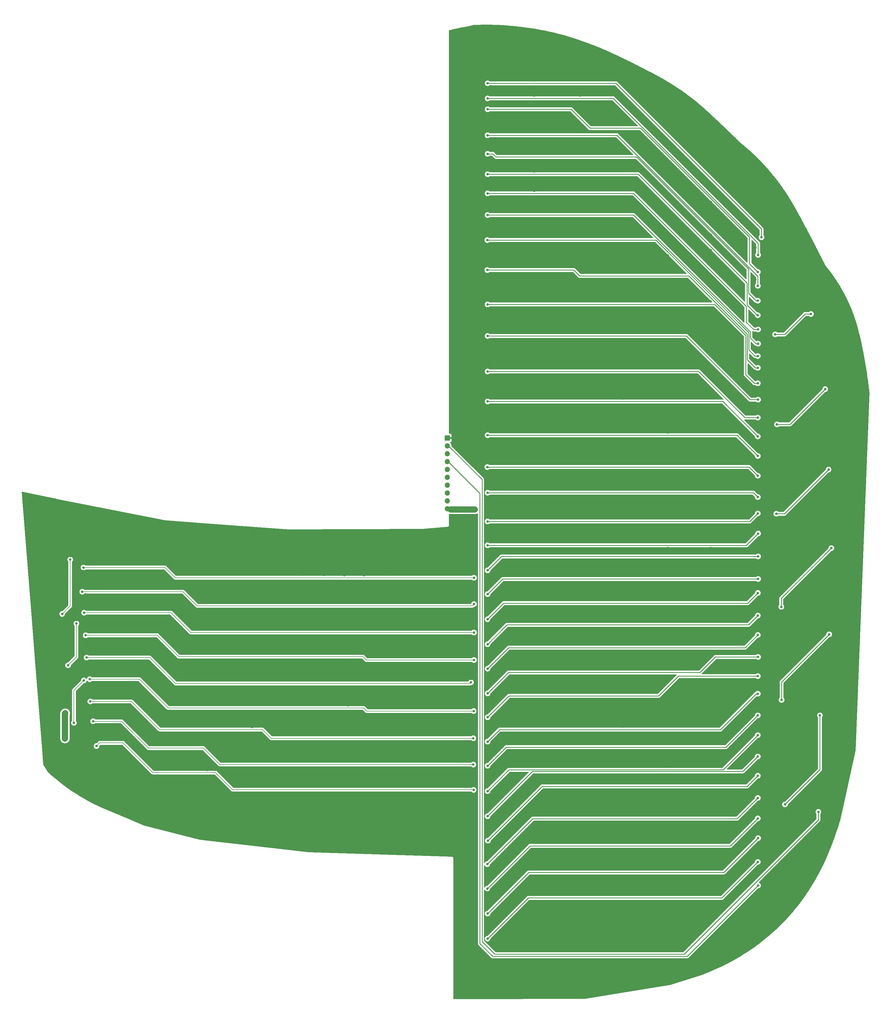
<source format=gbl>
G04 #@! TF.GenerationSoftware,KiCad,Pcbnew,(6.0.2)*
G04 #@! TF.CreationDate,2022-05-17T12:07:46-07:00*
G04 #@! TF.ProjectId,DaftPunkBackLayerBoard,44616674-5075-46e6-9b42-61636b4c6179,rev?*
G04 #@! TF.SameCoordinates,Original*
G04 #@! TF.FileFunction,Copper,L2,Bot*
G04 #@! TF.FilePolarity,Positive*
%FSLAX46Y46*%
G04 Gerber Fmt 4.6, Leading zero omitted, Abs format (unit mm)*
G04 Created by KiCad (PCBNEW (6.0.2)) date 2022-05-17 12:07:46*
%MOMM*%
%LPD*%
G01*
G04 APERTURE LIST*
G04 #@! TA.AperFunction,ComponentPad*
%ADD10R,1.700000X1.700000*%
G04 #@! TD*
G04 #@! TA.AperFunction,ComponentPad*
%ADD11O,1.700000X1.700000*%
G04 #@! TD*
G04 #@! TA.AperFunction,ViaPad*
%ADD12C,0.800000*%
G04 #@! TD*
G04 #@! TA.AperFunction,Conductor*
%ADD13C,0.250000*%
G04 #@! TD*
G04 #@! TA.AperFunction,Conductor*
%ADD14C,2.000000*%
G04 #@! TD*
G04 #@! TA.AperFunction,Conductor*
%ADD15C,0.200000*%
G04 #@! TD*
G04 APERTURE END LIST*
D10*
X191200000Y-165975000D03*
D11*
X191200000Y-168515000D03*
X191200000Y-171055000D03*
X191200000Y-173595000D03*
X191200000Y-176135000D03*
X191200000Y-178675000D03*
X191200000Y-181215000D03*
X191200000Y-183755000D03*
X191200000Y-186295000D03*
X191200000Y-188835000D03*
D12*
X67500000Y-263200000D03*
X67500000Y-262100000D03*
X67600000Y-256100000D03*
X67600000Y-255000000D03*
X200100000Y-189100000D03*
X199100000Y-189100000D03*
X311200000Y-286900000D03*
X219250000Y-167650000D03*
X262500000Y-88800000D03*
X117499751Y-240699500D03*
X247950000Y-125550000D03*
X95299751Y-220600000D03*
X234050000Y-159550000D03*
X290750000Y-175950000D03*
X71199751Y-224900000D03*
X234100000Y-277500000D03*
X303350000Y-138850000D03*
X171499751Y-218600000D03*
X109583273Y-272400000D03*
X116883273Y-208600000D03*
X310850000Y-253450000D03*
X127434751Y-241750000D03*
X133599751Y-269300000D03*
X159199751Y-261300000D03*
X303850000Y-194250000D03*
X112199751Y-215700000D03*
X205200000Y-249700000D03*
X133799751Y-283800000D03*
X145999751Y-278000000D03*
X276400000Y-159500000D03*
X205200000Y-265400000D03*
X99899751Y-237300000D03*
X219250000Y-185550000D03*
X276350000Y-208750000D03*
X81399751Y-267900000D03*
X262500000Y-209000000D03*
X102699751Y-277500000D03*
X248000000Y-274900000D03*
X219250000Y-263350000D03*
X276400000Y-89700000D03*
X247950000Y-245050000D03*
X234050000Y-302550000D03*
X262450000Y-249950000D03*
X164699751Y-227200000D03*
X219250000Y-304250000D03*
X262450000Y-229650000D03*
X75199751Y-230900000D03*
X82199751Y-233000000D03*
X219300000Y-92300000D03*
X312600000Y-148100000D03*
X198999751Y-209200000D03*
X304100000Y-117900000D03*
X262500000Y-100100000D03*
X123199751Y-282200000D03*
X262450000Y-77450000D03*
X234050000Y-311050000D03*
X234050000Y-71950000D03*
X219300000Y-157400000D03*
X248000000Y-317400000D03*
X205200000Y-202100000D03*
X100099751Y-245400000D03*
X219300000Y-225000000D03*
X248000000Y-110800000D03*
X205150000Y-273200000D03*
X219250000Y-147750000D03*
X192799751Y-269900000D03*
X247950000Y-153250000D03*
X234050000Y-293650000D03*
X91699751Y-220000000D03*
X91699751Y-266000000D03*
X132899751Y-233900000D03*
X171699751Y-227300000D03*
X219250000Y-136750000D03*
X248000000Y-98700000D03*
X179499751Y-278300000D03*
X192799751Y-261100000D03*
X262450000Y-264750000D03*
X76699751Y-252300000D03*
X171899751Y-236000000D03*
X158099751Y-218300000D03*
X84199751Y-211400000D03*
X72783273Y-242200000D03*
X95599751Y-275100000D03*
X262500000Y-279800000D03*
X290750000Y-109650000D03*
X171199751Y-210200000D03*
X276350000Y-242050000D03*
X111999751Y-208100000D03*
X276350000Y-121850000D03*
X185699751Y-209900000D03*
X276350000Y-138150000D03*
X138799751Y-225900000D03*
X290750000Y-272750000D03*
X234100000Y-97600000D03*
X313900000Y-227500000D03*
X205150000Y-103150000D03*
X198783273Y-260900000D03*
X234100000Y-232000000D03*
X304650000Y-223550000D03*
X219300000Y-271400000D03*
X205150000Y-62750000D03*
X123099751Y-275400000D03*
X276350000Y-299650000D03*
X205150000Y-145500000D03*
X83499751Y-248000000D03*
X192799751Y-278000000D03*
X234100000Y-60000000D03*
X128299751Y-276200000D03*
X140199751Y-284600000D03*
X165799751Y-261500000D03*
X193099751Y-209600000D03*
X262500000Y-236800000D03*
X290800000Y-114800000D03*
X102199751Y-270100000D03*
X74099751Y-216600000D03*
X247950000Y-73350000D03*
X84899751Y-270000000D03*
X172899751Y-270600000D03*
X276350000Y-316050000D03*
X107799751Y-230700000D03*
X290750000Y-253250000D03*
X290800000Y-119500000D03*
X205150000Y-297250000D03*
X158499751Y-235600000D03*
X103499751Y-230000000D03*
X262450000Y-147550000D03*
X205150000Y-57250000D03*
X276400000Y-95600000D03*
X297000000Y-107400000D03*
X276350000Y-166750000D03*
X290800000Y-104500000D03*
X101283273Y-262300000D03*
X152999751Y-278400000D03*
X121899751Y-209000000D03*
X99434751Y-229450000D03*
X247950000Y-79550000D03*
X88199751Y-264300000D03*
X276337701Y-105262299D03*
X247950000Y-290750000D03*
X205200000Y-257400000D03*
X94199751Y-259900000D03*
X198999751Y-226900000D03*
X86099751Y-241600000D03*
X94199751Y-252000000D03*
X72599751Y-201900000D03*
X262450000Y-124250000D03*
X122299751Y-232800000D03*
X276350000Y-248050000D03*
X248000000Y-230700000D03*
X262450000Y-131350000D03*
X87099751Y-204600000D03*
X117699751Y-249100000D03*
X290750000Y-188350000D03*
X82499751Y-240500000D03*
X138999751Y-234500000D03*
X276350000Y-235450000D03*
X185899751Y-236000000D03*
X178399751Y-218500000D03*
X300150000Y-221550000D03*
X247950000Y-143350000D03*
X104199751Y-246500000D03*
X276350000Y-228650000D03*
X107299751Y-215100000D03*
X205150000Y-81750000D03*
X74934751Y-261500000D03*
X219300000Y-232750000D03*
X192999751Y-227100000D03*
X95799751Y-228600000D03*
X144999751Y-234900000D03*
X262500000Y-215100000D03*
X234050000Y-169250000D03*
X108999751Y-264700000D03*
X314550000Y-199650000D03*
X185783273Y-244300000D03*
X276350000Y-255450000D03*
X290750000Y-162950000D03*
X152299751Y-252300000D03*
X88399751Y-271800000D03*
X122799751Y-258800000D03*
X153134751Y-285950000D03*
X276350000Y-201550000D03*
X84599751Y-262600000D03*
X290750000Y-182650000D03*
X234050000Y-55250000D03*
X89299751Y-234900000D03*
X117199751Y-223700000D03*
X108699751Y-256000000D03*
X103799751Y-238100000D03*
X219300000Y-107100000D03*
X219250000Y-86050000D03*
X290750000Y-137350000D03*
X205200000Y-321100000D03*
X219300000Y-329200000D03*
X248000000Y-91800000D03*
X276400000Y-276500000D03*
X144799751Y-226300000D03*
X79600000Y-265700000D03*
X117299751Y-232300000D03*
X138599751Y-217600000D03*
X248000000Y-201750000D03*
X164999751Y-235800000D03*
X192799751Y-286800000D03*
X112483273Y-231500000D03*
X205200000Y-289500000D03*
X234050000Y-261650000D03*
X205150000Y-281350000D03*
X205200000Y-194400000D03*
X248000000Y-325950000D03*
X276350000Y-221850000D03*
X276350000Y-152050000D03*
X205150000Y-166250000D03*
X247950000Y-186850000D03*
X127283273Y-233300000D03*
X112699751Y-239600000D03*
X234050000Y-194550000D03*
X234050000Y-178400000D03*
X159899751Y-286300000D03*
X104899751Y-255200000D03*
X91999751Y-273500000D03*
X247950000Y-161850000D03*
X122000000Y-216550000D03*
X80499751Y-210500000D03*
X276350000Y-187850000D03*
X290750000Y-201450000D03*
X164399751Y-218500000D03*
X178699751Y-236000000D03*
X276350000Y-214650000D03*
X234100000Y-65700000D03*
X219250000Y-321150000D03*
X234050000Y-253900000D03*
X290750000Y-146050000D03*
X67583273Y-224000000D03*
X276400000Y-269700000D03*
X205150000Y-329250000D03*
X79799751Y-203300000D03*
X313700000Y-174100000D03*
X276400000Y-132100000D03*
X71399751Y-259300000D03*
X73399751Y-209000000D03*
X92799751Y-235700000D03*
X172099751Y-244300000D03*
X262450000Y-112350000D03*
X128499751Y-283000000D03*
X76499751Y-245000000D03*
X262500000Y-118400000D03*
X276400000Y-262400000D03*
X219250000Y-287650000D03*
X122099751Y-224300000D03*
X247950000Y-85550000D03*
X158999751Y-252500000D03*
X113499751Y-273400000D03*
X234100000Y-328300000D03*
X185799751Y-227300000D03*
X151199751Y-210300000D03*
X276400000Y-292100000D03*
X198699751Y-286600000D03*
X139799751Y-269800000D03*
X186099751Y-252600000D03*
X234100000Y-104300000D03*
X118099751Y-274400000D03*
X90599751Y-205300000D03*
X96599751Y-244600000D03*
X93099751Y-243700000D03*
X262450000Y-71950000D03*
X192999751Y-236000000D03*
X290800000Y-100000000D03*
X262450000Y-201550000D03*
X262450000Y-94250000D03*
X205150000Y-95050000D03*
X139699751Y-260400000D03*
X157799751Y-210400000D03*
X234050000Y-246750000D03*
X290800000Y-227600000D03*
X126799751Y-209300000D03*
X117999751Y-266900000D03*
X290750000Y-208550000D03*
X205200000Y-69300000D03*
X234050000Y-320150000D03*
X109699751Y-279500000D03*
X193099751Y-218000000D03*
X290750000Y-123950000D03*
X219300000Y-79800000D03*
X159499751Y-270500000D03*
X234100000Y-120400000D03*
X219300000Y-116400000D03*
X262500000Y-296350000D03*
X105799751Y-271400000D03*
X247950000Y-308200000D03*
X276400000Y-284200000D03*
X198899751Y-243900000D03*
X262500000Y-172400000D03*
X219250000Y-126950000D03*
X247950000Y-282850000D03*
X178899751Y-244300000D03*
X219250000Y-177350000D03*
X145583273Y-260700000D03*
X234050000Y-111650000D03*
X247950000Y-67650000D03*
X97734751Y-253150000D03*
X133399751Y-260000000D03*
X205200000Y-305100000D03*
X76200000Y-202450000D03*
X276400000Y-100300000D03*
X97783273Y-261200000D03*
X205150000Y-113050000D03*
X276350000Y-194650000D03*
X262680151Y-83119849D03*
X126999751Y-216900000D03*
X205200000Y-184900000D03*
X248000000Y-215850000D03*
X247950000Y-134850000D03*
X107483273Y-222400000D03*
X247950000Y-299850000D03*
X107083273Y-207500000D03*
X158699751Y-244000000D03*
X165199751Y-244200000D03*
X234100000Y-224400000D03*
X308050000Y-143750000D03*
X247950000Y-170550000D03*
X172399751Y-252600000D03*
X219300000Y-279400000D03*
X118083273Y-281200000D03*
X290750000Y-133350000D03*
X205200000Y-233800000D03*
X179399751Y-270600000D03*
X205200000Y-209900000D03*
X205200000Y-312900000D03*
X164199751Y-210400000D03*
X219300000Y-255550000D03*
X77699751Y-217300000D03*
X132999751Y-242500000D03*
X132634751Y-225500000D03*
X219250000Y-194450000D03*
X145799751Y-270100000D03*
X186183273Y-270400000D03*
X186183273Y-261300000D03*
X166599751Y-286600000D03*
X144599751Y-217900000D03*
X262500000Y-187500000D03*
X290750000Y-169450000D03*
X205200000Y-217600000D03*
X132599751Y-217200000D03*
X276400000Y-127000000D03*
X102499751Y-207000000D03*
X247950000Y-223350000D03*
X205200000Y-241600000D03*
X122634751Y-249850000D03*
X98534751Y-213900000D03*
X192899751Y-252500000D03*
X262450000Y-243550000D03*
X234050000Y-285550000D03*
X101399751Y-254200000D03*
X83699751Y-255600000D03*
X219250000Y-295450000D03*
X92199751Y-227800000D03*
X151499751Y-226700000D03*
X104899751Y-263500000D03*
X166099751Y-270600000D03*
X178999751Y-252700000D03*
X172599751Y-261500000D03*
X247950000Y-267250000D03*
X65618024Y-203500000D03*
X290750000Y-234250000D03*
X262450000Y-106950000D03*
X304300000Y-166800000D03*
X205200000Y-88100000D03*
X88699751Y-227100000D03*
X90634751Y-250950000D03*
X262450000Y-156250000D03*
X262450000Y-222650000D03*
X234050000Y-186450000D03*
X178299751Y-210100000D03*
X76934751Y-209800000D03*
X262500000Y-322300000D03*
X96299751Y-236500000D03*
X113399751Y-265900000D03*
X127999751Y-259500000D03*
X247950000Y-259350000D03*
X98934751Y-221100000D03*
X234100000Y-130600000D03*
X290750000Y-246200000D03*
X198999751Y-235700000D03*
X276400000Y-116800000D03*
X98699751Y-268800000D03*
X145399751Y-252100000D03*
X290750000Y-300650000D03*
X107883273Y-238900000D03*
X234050000Y-139850000D03*
X84799751Y-218700000D03*
X172999751Y-278400000D03*
X139999751Y-277700000D03*
X85799751Y-234000000D03*
X309350000Y-225450000D03*
X219300000Y-240400000D03*
X95134751Y-267500000D03*
X186399751Y-286900000D03*
X219300000Y-99300000D03*
X133134751Y-251150000D03*
X276400000Y-110600000D03*
X94800000Y-213250000D03*
X219300000Y-60800000D03*
X133699751Y-276900000D03*
X112299751Y-223100000D03*
X117799751Y-257900000D03*
X77599751Y-258700000D03*
X300850000Y-112950000D03*
X166299751Y-278400000D03*
X234050000Y-78350000D03*
X127099751Y-224800000D03*
X122399751Y-241200000D03*
X290750000Y-221150000D03*
X290750000Y-240450000D03*
X290800000Y-194800000D03*
X219250000Y-217050000D03*
X219300000Y-202100000D03*
X78799751Y-232100000D03*
X309250000Y-196850000D03*
X158199751Y-227000000D03*
X290750000Y-266650000D03*
X290800000Y-286700000D03*
X198899751Y-277700000D03*
X276400000Y-307900000D03*
X205150000Y-52250000D03*
X132334751Y-209650000D03*
X103099751Y-221800000D03*
X117099751Y-216100000D03*
X127699751Y-250500000D03*
X262450000Y-194550000D03*
X113099751Y-257000000D03*
X108334751Y-247300000D03*
X262450000Y-139750000D03*
X310350000Y-284650000D03*
X305950000Y-285250000D03*
X290750000Y-157150000D03*
X102799751Y-214600000D03*
X248000000Y-238000000D03*
X69499751Y-240700000D03*
X290750000Y-280150000D03*
X81599751Y-225500000D03*
X262450000Y-304500000D03*
X205150000Y-75100000D03*
X152699751Y-270300000D03*
X74699751Y-223700000D03*
X79999751Y-246600000D03*
X219300000Y-55300000D03*
X205200000Y-47200000D03*
X290750000Y-151350000D03*
X290750000Y-141250000D03*
X85199751Y-226300000D03*
X276350000Y-181450000D03*
X178499751Y-227300000D03*
X276350000Y-174050000D03*
X112999751Y-248300000D03*
X307950000Y-123850000D03*
X262450000Y-257250000D03*
X205200000Y-176500000D03*
X301350000Y-285750000D03*
X198999751Y-217700000D03*
X248000000Y-104400000D03*
X248000000Y-62700000D03*
X80183273Y-254000000D03*
X219250000Y-66750000D03*
X290750000Y-213950000D03*
X219300000Y-73300000D03*
X78199751Y-224700000D03*
X219300000Y-50400000D03*
X262450000Y-164250000D03*
X276400000Y-83800000D03*
X198899751Y-252300000D03*
X81083273Y-260800000D03*
X151799751Y-235300000D03*
X106199751Y-278500000D03*
X173299751Y-286800000D03*
X99200000Y-276350000D03*
X234100000Y-269600000D03*
X290750000Y-305850000D03*
X144383273Y-210200000D03*
X309300000Y-170600000D03*
X186299751Y-278200000D03*
X94399751Y-205700000D03*
X247967612Y-251842790D03*
X247950000Y-209050000D03*
X290750000Y-259750000D03*
X83499751Y-203900000D03*
X138499751Y-210000000D03*
X139199751Y-242900000D03*
X87699751Y-212100000D03*
X185783273Y-218300000D03*
X298150000Y-133550000D03*
X152499751Y-261000000D03*
X87199751Y-257100000D03*
X198799751Y-269600000D03*
X234050000Y-150550000D03*
X91034751Y-212750000D03*
X219250000Y-248150000D03*
X75499751Y-238000000D03*
X139399751Y-251700000D03*
X88199751Y-219400000D03*
X145199751Y-243400000D03*
X234050000Y-209550000D03*
X151783273Y-243700000D03*
X113499751Y-280300000D03*
X300300000Y-251650000D03*
X290800000Y-129000000D03*
X262500000Y-272400000D03*
X247950000Y-179250000D03*
X89599751Y-242700000D03*
X234050000Y-202050000D03*
X122899751Y-267800000D03*
X205150000Y-123950000D03*
X298750000Y-162650000D03*
X298650000Y-191550000D03*
X219250000Y-209650000D03*
X146199751Y-285200000D03*
X262450000Y-180350000D03*
X81199751Y-218000000D03*
X87099751Y-249500000D03*
X219250000Y-312450000D03*
X90634751Y-258500000D03*
X248000000Y-117600000D03*
X205150000Y-155250000D03*
X205200000Y-134200000D03*
X128099751Y-268500000D03*
X247950000Y-194450000D03*
X69166795Y-204200000D03*
X179599751Y-286900000D03*
X290750000Y-293350000D03*
X159699751Y-278400000D03*
X78999751Y-239200000D03*
X276350000Y-145150000D03*
X234100000Y-239400000D03*
X262450000Y-287550000D03*
X262500000Y-313400000D03*
X234100000Y-91500000D03*
X205200000Y-225800000D03*
X234050000Y-216650000D03*
X179199751Y-261500000D03*
X192899751Y-244100000D03*
X165499751Y-252500000D03*
X98299751Y-206300000D03*
X151383273Y-218200000D03*
X305700000Y-252500000D03*
X234100000Y-85000000D03*
X66600000Y-222900000D03*
X69200000Y-205300000D03*
X68500000Y-239500000D03*
X71200000Y-226000000D03*
X73600000Y-244400000D03*
X70400000Y-258100000D03*
X73500000Y-207900000D03*
X199800000Y-211200000D03*
X199800000Y-219700000D03*
X73100000Y-215700000D03*
X199800000Y-228900000D03*
X73700000Y-222500000D03*
X74200000Y-229800000D03*
X199800000Y-237800000D03*
X74500000Y-237000000D03*
X198834502Y-245000000D03*
X199700000Y-254300000D03*
X75500000Y-244000000D03*
X75700000Y-251200000D03*
X199600000Y-263100000D03*
X199600000Y-271600000D03*
X76600000Y-257600000D03*
X77700000Y-265600000D03*
X199700000Y-279800000D03*
X204200000Y-51300000D03*
X292800000Y-101100000D03*
X291700000Y-106800000D03*
X204200000Y-56200000D03*
X291600000Y-112300000D03*
X204200000Y-59700000D03*
X291600000Y-116800000D03*
X204200000Y-68100000D03*
X291600000Y-121600000D03*
X204185000Y-74115000D03*
X204200000Y-80700000D03*
X291600000Y-126300000D03*
X204200000Y-86900000D03*
X291700000Y-130900000D03*
X291700000Y-135500000D03*
X204200000Y-93900000D03*
X291600000Y-139500000D03*
X204100000Y-102000000D03*
X204100000Y-111700000D03*
X291600000Y-143300000D03*
X204200000Y-122800000D03*
X291600000Y-148300000D03*
X291700000Y-153600000D03*
X204200000Y-133000000D03*
X291600000Y-159400000D03*
X204200000Y-144500000D03*
X291600000Y-165500000D03*
X204200000Y-154200000D03*
X204200000Y-165100000D03*
X291600000Y-171800000D03*
X291600000Y-178200000D03*
X204100000Y-175400000D03*
X291600000Y-185100000D03*
X204200000Y-183700000D03*
X291600000Y-190400000D03*
X204200000Y-193000000D03*
X204200000Y-200700000D03*
X291700000Y-196900000D03*
X204200000Y-208800000D03*
X291700000Y-204300000D03*
X204200000Y-216500000D03*
X291700000Y-211600000D03*
X291615000Y-216115000D03*
X204185000Y-224615000D03*
X204200000Y-232700000D03*
X291615000Y-223415000D03*
X204200000Y-240600000D03*
X291600000Y-229700000D03*
X291700000Y-236800000D03*
X204200000Y-248600000D03*
X204200000Y-256300000D03*
X291600000Y-243000000D03*
X291600000Y-248700000D03*
X204200000Y-264200000D03*
X204200000Y-272000000D03*
X291600000Y-255700000D03*
X204200000Y-280200000D03*
X291600000Y-262100000D03*
X291600000Y-269000000D03*
X204200000Y-288300000D03*
X291600000Y-275200000D03*
X204300000Y-296200000D03*
X291600000Y-282400000D03*
X204100000Y-303800000D03*
X291600000Y-289000000D03*
X204100000Y-311700000D03*
X204200000Y-319800000D03*
X291700000Y-295400000D03*
X204200000Y-327900000D03*
X291600000Y-303100000D03*
X291700000Y-310700000D03*
X308800000Y-125900000D03*
X297200000Y-132500000D03*
X297800000Y-161600000D03*
X313400000Y-150200000D03*
X297600000Y-190500000D03*
X314500000Y-176200000D03*
X315400000Y-201600000D03*
X299200000Y-220600000D03*
X299300000Y-250700000D03*
X314700000Y-229500000D03*
X311700000Y-255700000D03*
X300400000Y-284500000D03*
D13*
X268800000Y-333600000D02*
X291700000Y-310700000D01*
X201700000Y-183870480D02*
X201700000Y-329500000D01*
X201700000Y-329500000D02*
X205800000Y-333600000D01*
X191424520Y-173595000D02*
X201700000Y-183870480D01*
X205800000Y-333600000D02*
X268800000Y-333600000D01*
D14*
X199100000Y-189100000D02*
X200100000Y-189100000D01*
D15*
X99900000Y-207900000D02*
X73500000Y-207900000D01*
X103200000Y-211200000D02*
X99900000Y-207900000D01*
X199800000Y-211200000D02*
X103200000Y-211200000D01*
D14*
X67500000Y-255100000D02*
X67600000Y-255000000D01*
X67500000Y-263200000D02*
X67500000Y-255100000D01*
D13*
X191515000Y-168515000D02*
X191424520Y-168515000D01*
X202400000Y-179400000D02*
X191515000Y-168515000D01*
X202400000Y-328800000D02*
X202400000Y-179400000D01*
X267800000Y-332900000D02*
X206500000Y-332900000D01*
X311200000Y-289500000D02*
X267800000Y-332900000D01*
X311200000Y-286900000D02*
X311200000Y-289500000D01*
X206500000Y-332900000D02*
X202400000Y-328800000D01*
D14*
X199000000Y-189100000D02*
X192299520Y-189100000D01*
D15*
X69200000Y-220300000D02*
X69200000Y-205300000D01*
X66600000Y-222900000D02*
X69200000Y-220300000D01*
X71200000Y-236800000D02*
X68500000Y-239500000D01*
X71200000Y-226000000D02*
X71200000Y-236800000D01*
X70400000Y-247600000D02*
X70400000Y-258100000D01*
X73600000Y-244400000D02*
X70400000Y-247600000D01*
X110000000Y-220000000D02*
X110300000Y-220300000D01*
X110300000Y-220300000D02*
X199200000Y-220300000D01*
X73100000Y-215700000D02*
X105700000Y-215700000D01*
X105700000Y-215700000D02*
X109000000Y-219000000D01*
X109000000Y-219000000D02*
X110000000Y-220000000D01*
X199200000Y-220300000D02*
X199800000Y-219700000D01*
X73700000Y-222500000D02*
X101800000Y-222500000D01*
X101800000Y-222500000D02*
X108200000Y-228900000D01*
X108200000Y-228900000D02*
X199800000Y-228900000D01*
X163900000Y-236700000D02*
X165000000Y-237800000D01*
X97400000Y-229800000D02*
X104300000Y-236700000D01*
X74200000Y-229800000D02*
X97400000Y-229800000D01*
X104300000Y-236700000D02*
X163900000Y-236700000D01*
X165000000Y-237800000D02*
X199800000Y-237800000D01*
X94900000Y-237000000D02*
X97500000Y-239600000D01*
X97500000Y-239600000D02*
X103300000Y-245400000D01*
X74500000Y-237000000D02*
X94900000Y-237000000D01*
X167800000Y-245400000D02*
X198434502Y-245400000D01*
X103300000Y-245400000D02*
X167800000Y-245400000D01*
X198434502Y-245400000D02*
X198834502Y-245000000D01*
X164100000Y-253300000D02*
X165100000Y-254300000D01*
X165100000Y-254300000D02*
X199700000Y-254300000D01*
X75500000Y-244000000D02*
X91600000Y-244000000D01*
X100900000Y-253300000D02*
X104700000Y-253300000D01*
X91600000Y-244000000D02*
X100900000Y-253300000D01*
X104700000Y-253300000D02*
X164100000Y-253300000D01*
X134200000Y-263100000D02*
X199600000Y-263100000D01*
X75700000Y-251200000D02*
X89000000Y-251200000D01*
X89000000Y-251200000D02*
X98100000Y-260300000D01*
X131400000Y-260300000D02*
X134200000Y-263100000D01*
X98100000Y-260300000D02*
X131400000Y-260300000D01*
X117600000Y-271600000D02*
X199600000Y-271600000D01*
X76600000Y-257600000D02*
X85800000Y-257600000D01*
X94500000Y-266300000D02*
X112300000Y-266300000D01*
X112300000Y-266300000D02*
X117600000Y-271600000D01*
X85800000Y-257600000D02*
X94500000Y-266300000D01*
X95900000Y-274200000D02*
X116200000Y-274200000D01*
X116200000Y-274200000D02*
X121700000Y-279700000D01*
X78700000Y-264600000D02*
X86300000Y-264600000D01*
X121700000Y-279700000D02*
X199600000Y-279700000D01*
X86300000Y-264600000D02*
X95900000Y-274200000D01*
X199600000Y-279700000D02*
X199700000Y-279800000D01*
X77700000Y-265600000D02*
X78700000Y-264600000D01*
D13*
X292800000Y-98400000D02*
X292800000Y-101100000D01*
X245700000Y-51300000D02*
X292800000Y-98400000D01*
X204200000Y-51300000D02*
X245700000Y-51300000D01*
X245900000Y-57200000D02*
X244900000Y-56200000D01*
X244900000Y-56200000D02*
X204200000Y-56200000D01*
X291700000Y-103000000D02*
X245900000Y-57200000D01*
X291700000Y-106800000D02*
X291700000Y-103000000D01*
X288900000Y-101000000D02*
X288900000Y-109600000D01*
X231200000Y-59700000D02*
X237300000Y-65800000D01*
X253700000Y-65800000D02*
X288900000Y-101000000D01*
X237300000Y-65800000D02*
X253700000Y-65800000D01*
X288900000Y-109600000D02*
X291600000Y-112300000D01*
X204200000Y-59700000D02*
X231200000Y-59700000D01*
X291600000Y-113664296D02*
X291600000Y-116800000D01*
X246035704Y-68100000D02*
X291600000Y-113664296D01*
X204200000Y-68100000D02*
X246035704Y-68100000D01*
X252400000Y-75100000D02*
X288600000Y-111300000D01*
X288600000Y-119200000D02*
X291000000Y-121600000D01*
X206900000Y-75100000D02*
X252400000Y-75100000D01*
X288600000Y-111300000D02*
X288600000Y-119200000D01*
X291000000Y-121600000D02*
X291600000Y-121600000D01*
X205915000Y-74115000D02*
X206900000Y-75100000D01*
X204185000Y-74115000D02*
X205915000Y-74115000D01*
X291600000Y-126300000D02*
X291435704Y-126300000D01*
X291435704Y-126300000D02*
X288100000Y-122964296D01*
X288100000Y-122964296D02*
X288100000Y-115900000D01*
X252900000Y-80700000D02*
X204200000Y-80700000D01*
X288100000Y-115900000D02*
X252900000Y-80700000D01*
X287900000Y-128600000D02*
X290200000Y-130900000D01*
X251400000Y-86900000D02*
X287900000Y-123400000D01*
X204200000Y-86900000D02*
X251400000Y-86900000D01*
X287900000Y-123400000D02*
X287900000Y-127400000D01*
X287900000Y-127400000D02*
X287900000Y-128600000D01*
X290200000Y-130900000D02*
X291700000Y-130900000D01*
X289200000Y-133700000D02*
X291000000Y-135500000D01*
X251400000Y-93900000D02*
X289200000Y-131700000D01*
X204200000Y-93900000D02*
X251400000Y-93900000D01*
X289200000Y-131700000D02*
X289200000Y-133700000D01*
X291000000Y-135500000D02*
X291700000Y-135500000D01*
X204100000Y-102000000D02*
X258700000Y-102000000D01*
X288700000Y-137500000D02*
X290700000Y-139500000D01*
X288700000Y-132000000D02*
X288700000Y-136500000D01*
X258700000Y-102000000D02*
X288700000Y-132000000D01*
X288700000Y-136500000D02*
X288700000Y-137500000D01*
X290700000Y-139500000D02*
X291600000Y-139500000D01*
X269300000Y-113600000D02*
X288200000Y-132500000D01*
X288200000Y-132500000D02*
X288200000Y-140700000D01*
X234000000Y-113600000D02*
X269300000Y-113600000D01*
X290800000Y-143300000D02*
X291600000Y-143300000D01*
X288200000Y-140700000D02*
X290800000Y-143300000D01*
X204100000Y-111700000D02*
X232100000Y-111700000D01*
X232100000Y-111700000D02*
X234000000Y-113600000D01*
X204200000Y-122800000D02*
X277700000Y-122800000D01*
X287700000Y-145500000D02*
X290500000Y-148300000D01*
X290500000Y-148300000D02*
X291600000Y-148300000D01*
X287700000Y-145200000D02*
X287700000Y-145500000D01*
X277700000Y-122800000D02*
X287700000Y-132800000D01*
X287700000Y-132800000D02*
X287700000Y-145200000D01*
X204200000Y-133000000D02*
X268500000Y-133000000D01*
X268500000Y-133000000D02*
X289100000Y-153600000D01*
X289100000Y-153600000D02*
X291700000Y-153600000D01*
X287400000Y-159400000D02*
X291600000Y-159400000D01*
X204200000Y-144500000D02*
X272100000Y-144500000D01*
X272100000Y-144500000D02*
X272500000Y-144500000D01*
X272500000Y-144500000D02*
X287200000Y-159200000D01*
X287200000Y-159200000D02*
X287400000Y-159400000D01*
X280300000Y-154200000D02*
X204200000Y-154200000D01*
X291600000Y-165500000D02*
X280300000Y-154200000D01*
X204200000Y-165100000D02*
X284900000Y-165100000D01*
X284900000Y-165100000D02*
X291600000Y-171800000D01*
X204100000Y-175400000D02*
X288800000Y-175400000D01*
X288800000Y-175400000D02*
X291600000Y-178200000D01*
X204200000Y-183700000D02*
X290200000Y-183700000D01*
X290200000Y-183700000D02*
X291600000Y-185100000D01*
X204200000Y-193000000D02*
X289000000Y-193000000D01*
X289000000Y-193000000D02*
X291600000Y-190400000D01*
X204200000Y-200700000D02*
X287900000Y-200700000D01*
X287900000Y-200700000D02*
X291700000Y-196900000D01*
X208700000Y-204300000D02*
X291700000Y-204300000D01*
X206000000Y-207000000D02*
X208700000Y-204300000D01*
X204200000Y-208800000D02*
X206000000Y-207000000D01*
X209100000Y-211600000D02*
X291700000Y-211600000D01*
X204200000Y-216500000D02*
X207600000Y-213100000D01*
X207600000Y-213100000D02*
X209100000Y-211600000D01*
X282200000Y-219400000D02*
X288330000Y-219400000D01*
X204185000Y-224615000D02*
X208100000Y-220700000D01*
X209400000Y-219400000D02*
X282200000Y-219400000D01*
X208100000Y-220700000D02*
X209400000Y-219400000D01*
X288330000Y-219400000D02*
X291615000Y-216115000D01*
X288630000Y-226400000D02*
X291615000Y-223415000D01*
X210500000Y-226400000D02*
X285600000Y-226400000D01*
X209300000Y-227600000D02*
X210500000Y-226400000D01*
X204200000Y-232700000D02*
X209300000Y-227600000D01*
X285600000Y-226400000D02*
X288630000Y-226400000D01*
X286300000Y-233800000D02*
X287500000Y-233800000D01*
X204200000Y-240600000D02*
X211000000Y-233800000D01*
X287500000Y-233800000D02*
X291600000Y-229700000D01*
X211000000Y-233800000D02*
X286300000Y-233800000D01*
X204200000Y-248600000D02*
X211000000Y-241800000D01*
X272900000Y-241800000D02*
X277900000Y-236800000D01*
X211000000Y-241800000D02*
X272900000Y-241800000D01*
X277900000Y-236800000D02*
X291700000Y-236800000D01*
X259500000Y-249400000D02*
X265900000Y-243000000D01*
X211100000Y-249400000D02*
X259500000Y-249400000D01*
X265900000Y-243000000D02*
X291600000Y-243000000D01*
X204200000Y-256300000D02*
X211100000Y-249400000D01*
X204200000Y-264200000D02*
X208100000Y-260300000D01*
X208100000Y-260300000D02*
X279500000Y-260300000D01*
X291100000Y-248700000D02*
X291600000Y-248700000D01*
X279500000Y-260300000D02*
X291100000Y-248700000D01*
X278600000Y-266000000D02*
X281300000Y-266000000D01*
X281300000Y-266000000D02*
X291600000Y-255700000D01*
X210200000Y-266000000D02*
X278600000Y-266000000D01*
X204200000Y-272000000D02*
X210200000Y-266000000D01*
X280400000Y-273300000D02*
X291600000Y-262100000D01*
X204200000Y-280200000D02*
X211100000Y-273300000D01*
X278400000Y-273300000D02*
X280400000Y-273300000D01*
X211100000Y-273300000D02*
X278400000Y-273300000D01*
X218700000Y-273800000D02*
X281000000Y-273800000D01*
X286800000Y-273800000D02*
X291600000Y-269000000D01*
X204200000Y-288300000D02*
X218700000Y-273800000D01*
X281000000Y-273800000D02*
X286800000Y-273800000D01*
X204300000Y-296200000D02*
X221800000Y-278700000D01*
X221800000Y-278700000D02*
X288100000Y-278700000D01*
X288100000Y-278700000D02*
X291600000Y-275200000D01*
X218800000Y-289100000D02*
X280600000Y-289100000D01*
X284900000Y-289100000D02*
X291600000Y-282400000D01*
X204100000Y-303800000D02*
X218800000Y-289100000D01*
X280600000Y-289100000D02*
X284900000Y-289100000D01*
X204100000Y-311700000D02*
X217900000Y-297900000D01*
X275600000Y-297900000D02*
X282700000Y-297900000D01*
X217900000Y-297900000D02*
X275600000Y-297900000D01*
X282700000Y-297900000D02*
X291600000Y-289000000D01*
X217500000Y-306500000D02*
X268200000Y-306500000D01*
X280600000Y-306500000D02*
X291700000Y-295400000D01*
X268200000Y-306500000D02*
X280600000Y-306500000D01*
X204200000Y-319800000D02*
X217500000Y-306500000D01*
X272300000Y-314700000D02*
X280000000Y-314700000D01*
X280000000Y-314700000D02*
X291600000Y-303100000D01*
X204200000Y-327900000D02*
X217400000Y-314700000D01*
X217400000Y-314700000D02*
X272300000Y-314700000D01*
X308800000Y-125900000D02*
X306900000Y-125900000D01*
X300300000Y-132500000D02*
X297200000Y-132500000D01*
X306900000Y-125900000D02*
X300300000Y-132500000D01*
X313400000Y-150200000D02*
X302000000Y-161600000D01*
X302000000Y-161600000D02*
X297800000Y-161600000D01*
X314500000Y-176200000D02*
X300200000Y-190500000D01*
X300200000Y-190500000D02*
X297600000Y-190500000D01*
X315400000Y-201600000D02*
X299200000Y-217800000D01*
X299200000Y-217800000D02*
X299200000Y-220600000D01*
X299300000Y-244900000D02*
X299300000Y-250700000D01*
X314700000Y-229500000D02*
X299300000Y-244900000D01*
X311700000Y-273200000D02*
X300400000Y-284500000D01*
X311700000Y-255700000D02*
X311700000Y-273200000D01*
G04 #@! TA.AperFunction,Conductor*
G36*
X203963230Y-32350395D02*
G01*
X204102093Y-32350576D01*
X204102485Y-32350577D01*
X204378272Y-32351794D01*
X204378666Y-32351797D01*
X204488917Y-32352628D01*
X204657657Y-32353901D01*
X204939776Y-32356914D01*
X205225155Y-32360862D01*
X205513540Y-32365768D01*
X205740994Y-32370361D01*
X205804446Y-32371642D01*
X205804849Y-32371650D01*
X206099053Y-32378534D01*
X206099459Y-32378545D01*
X206396027Y-32386439D01*
X206396434Y-32386450D01*
X206669448Y-32394600D01*
X206696431Y-32395406D01*
X206696783Y-32395417D01*
X206980775Y-32404819D01*
X206999442Y-32405437D01*
X206999853Y-32405451D01*
X207305444Y-32416569D01*
X207614379Y-32428826D01*
X207789042Y-32436334D01*
X207925586Y-32442203D01*
X207926090Y-32442226D01*
X208142965Y-32452419D01*
X208143607Y-32452451D01*
X208486554Y-32470321D01*
X208487083Y-32470349D01*
X208702774Y-32482498D01*
X208703158Y-32482521D01*
X208947763Y-32497049D01*
X208948163Y-32497073D01*
X209220642Y-32514126D01*
X209221056Y-32514153D01*
X209383034Y-32524825D01*
X209520399Y-32533876D01*
X209520570Y-32533887D01*
X209845724Y-32556424D01*
X209846079Y-32556449D01*
X209904687Y-32560719D01*
X210196576Y-32581984D01*
X210197033Y-32582018D01*
X210570783Y-32610614D01*
X210571255Y-32610651D01*
X210968299Y-32642530D01*
X210968788Y-32642570D01*
X211273535Y-32668232D01*
X211388148Y-32677883D01*
X211388562Y-32677919D01*
X211444776Y-32682880D01*
X211828991Y-32716788D01*
X211829512Y-32716835D01*
X212134990Y-32745074D01*
X212290169Y-32759419D01*
X212290499Y-32759450D01*
X212500403Y-32779764D01*
X212770112Y-32805865D01*
X212770669Y-32805920D01*
X213268970Y-32856380D01*
X213269547Y-32856440D01*
X213785291Y-32911066D01*
X213785888Y-32911131D01*
X214317672Y-32970020D01*
X214318291Y-32970090D01*
X214865776Y-33033457D01*
X214866416Y-33033532D01*
X215169975Y-33070242D01*
X215429004Y-33101567D01*
X215429316Y-33101606D01*
X215698673Y-33135633D01*
X216004943Y-33174324D01*
X216005632Y-33174412D01*
X216438434Y-33231512D01*
X216594366Y-33252084D01*
X216595011Y-33252172D01*
X217195127Y-33334845D01*
X217195770Y-33334936D01*
X217405653Y-33365123D01*
X217806986Y-33422848D01*
X217807757Y-33422962D01*
X218428433Y-33516158D01*
X218429235Y-33516281D01*
X219058971Y-33614988D01*
X219059806Y-33615122D01*
X219697753Y-33719504D01*
X219698621Y-33719649D01*
X220051878Y-33779987D01*
X220343382Y-33829777D01*
X220344121Y-33829906D01*
X220995074Y-33945981D01*
X220995706Y-33946095D01*
X221344287Y-34010992D01*
X221651938Y-34068269D01*
X221652921Y-34068457D01*
X222311894Y-34196564D01*
X222313312Y-34196848D01*
X222842672Y-34306132D01*
X223516266Y-34445193D01*
X223518075Y-34445581D01*
X224707194Y-34709332D01*
X224708941Y-34709732D01*
X225172853Y-34819575D01*
X225885105Y-34988219D01*
X225886667Y-34988601D01*
X226734436Y-35201705D01*
X227049065Y-35280794D01*
X227050692Y-35281214D01*
X228198822Y-35586152D01*
X228200390Y-35586579D01*
X229333864Y-35903334D01*
X229335376Y-35903767D01*
X230453340Y-36231286D01*
X230454797Y-36231722D01*
X231557100Y-36569147D01*
X231558502Y-36569586D01*
X232644150Y-36915812D01*
X232645395Y-36916217D01*
X233067776Y-37056180D01*
X233714046Y-37270333D01*
X233715345Y-37270771D01*
X234766574Y-37631850D01*
X234767821Y-37632286D01*
X235800677Y-37999212D01*
X235801876Y-37999644D01*
X236816339Y-38371635D01*
X236817312Y-38371998D01*
X237332914Y-38566782D01*
X237812290Y-38747881D01*
X237813393Y-38748303D01*
X238788789Y-39127273D01*
X238789842Y-39127688D01*
X239744777Y-39508646D01*
X239745573Y-39508968D01*
X240679705Y-39891020D01*
X240680537Y-39891364D01*
X241025533Y-40035811D01*
X241593078Y-40273438D01*
X241593997Y-40273827D01*
X242484517Y-40654994D01*
X242485373Y-40655365D01*
X243353407Y-41034689D01*
X243353866Y-41034891D01*
X244199034Y-41411472D01*
X244199467Y-41411666D01*
X244641838Y-41612391D01*
X245020937Y-41784406D01*
X245021672Y-41784743D01*
X245818451Y-42152458D01*
X245819137Y-42152777D01*
X246591249Y-42514752D01*
X246591887Y-42515053D01*
X247338706Y-42870279D01*
X247339291Y-42870559D01*
X248060245Y-43218047D01*
X248060706Y-43218271D01*
X248755631Y-43557233D01*
X248819124Y-43588532D01*
X249423828Y-43886623D01*
X249424238Y-43886827D01*
X250064183Y-44205185D01*
X250064524Y-44205355D01*
X250490904Y-44419082D01*
X250677256Y-44512493D01*
X251261490Y-44807067D01*
X251816093Y-45087804D01*
X252555010Y-45462377D01*
X253287640Y-45834229D01*
X254011270Y-46202480D01*
X254011424Y-46202625D01*
X254011451Y-46202572D01*
X254728498Y-46568951D01*
X254728746Y-46569078D01*
X255139789Y-46780251D01*
X255438549Y-46933739D01*
X255814760Y-47128355D01*
X256141974Y-47297625D01*
X256142354Y-47297822D01*
X256839528Y-47661487D01*
X256839975Y-47661721D01*
X257531575Y-48026006D01*
X257532087Y-48026277D01*
X257969050Y-48259010D01*
X258218710Y-48391983D01*
X258219160Y-48392225D01*
X258900896Y-48759887D01*
X258901309Y-48760111D01*
X259578759Y-49130527D01*
X259579215Y-49130778D01*
X260252847Y-49504685D01*
X260253466Y-49505032D01*
X260923535Y-49883041D01*
X260924142Y-49883387D01*
X261590879Y-50266095D01*
X261591616Y-50266521D01*
X262241544Y-50646498D01*
X262255749Y-50654803D01*
X262256640Y-50655329D01*
X262275382Y-50666500D01*
X262918822Y-51050032D01*
X262919786Y-51050613D01*
X263319011Y-51293435D01*
X263579930Y-51452135D01*
X263580805Y-51452673D01*
X263650891Y-51496206D01*
X264239757Y-51861976D01*
X264240799Y-51862631D01*
X264898640Y-52280207D01*
X264899715Y-52280897D01*
X265557212Y-52707668D01*
X265558316Y-52708392D01*
X266215968Y-53145121D01*
X266217093Y-53145878D01*
X266874971Y-53593035D01*
X266876068Y-53593789D01*
X267000419Y-53680328D01*
X267534959Y-54052330D01*
X267536117Y-54053145D01*
X268196387Y-54523742D01*
X268197552Y-54524583D01*
X268432130Y-54695843D01*
X268859500Y-55007857D01*
X268860670Y-55008722D01*
X269524799Y-55505443D01*
X269525968Y-55506328D01*
X270192720Y-56017217D01*
X270193885Y-56018120D01*
X270863815Y-56543999D01*
X270864971Y-56544918D01*
X271215398Y-56826694D01*
X271538426Y-57086439D01*
X271539471Y-57087289D01*
X272216929Y-57645218D01*
X272218058Y-57646159D01*
X272899813Y-58221103D01*
X272900924Y-58222051D01*
X273588701Y-58815846D01*
X273589352Y-58816412D01*
X274086327Y-59251451D01*
X274086986Y-59252032D01*
X274598697Y-59706311D01*
X274599235Y-59706793D01*
X275123757Y-60178160D01*
X275124066Y-60178439D01*
X275659765Y-60665013D01*
X275976068Y-60955010D01*
X276203837Y-61163837D01*
X276204147Y-61164123D01*
X276755227Y-61673558D01*
X277311250Y-62191318D01*
X277869751Y-62714748D01*
X278428984Y-63241850D01*
X278986932Y-63770383D01*
X279542110Y-64298605D01*
X280091628Y-64823441D01*
X280634212Y-65343352D01*
X281167917Y-65856164D01*
X281167989Y-65856289D01*
X281168017Y-65856260D01*
X281689423Y-66358373D01*
X281689500Y-66358448D01*
X281964672Y-66623892D01*
X282197967Y-66848940D01*
X282694122Y-67328119D01*
X282694140Y-67328150D01*
X282694147Y-67328143D01*
X283141727Y-67760669D01*
X283141729Y-67760672D01*
X283165077Y-67783234D01*
X283191970Y-67809222D01*
X283499668Y-68106565D01*
X283599852Y-68203378D01*
X283599896Y-68203424D01*
X283599943Y-68203485D01*
X283600106Y-68203642D01*
X283627564Y-68230157D01*
X283627558Y-68230163D01*
X283627594Y-68230186D01*
X283654509Y-68256195D01*
X283654578Y-68256245D01*
X283654614Y-68256277D01*
X284037054Y-68625574D01*
X284037144Y-68625669D01*
X284037246Y-68625803D01*
X284037591Y-68626136D01*
X284037599Y-68626144D01*
X284065594Y-68653135D01*
X284065663Y-68653201D01*
X284091692Y-68678335D01*
X284091826Y-68678432D01*
X284091931Y-68678527D01*
X284451379Y-69025079D01*
X284451533Y-69025238D01*
X284451700Y-69025458D01*
X284480108Y-69052776D01*
X284506017Y-69077756D01*
X284506240Y-69077917D01*
X284506405Y-69078064D01*
X284840896Y-69399728D01*
X284841134Y-69399975D01*
X284841381Y-69400298D01*
X284842227Y-69401109D01*
X284842242Y-69401124D01*
X284869345Y-69427088D01*
X284869518Y-69427253D01*
X284895550Y-69452286D01*
X284895881Y-69452524D01*
X284896144Y-69452759D01*
X285203688Y-69747376D01*
X285204029Y-69747728D01*
X285204386Y-69748193D01*
X285232554Y-69775029D01*
X285258374Y-69799764D01*
X285258847Y-69800103D01*
X285259221Y-69800436D01*
X285537863Y-70065904D01*
X285538356Y-70066409D01*
X285538855Y-70067054D01*
X285566733Y-70093409D01*
X285592597Y-70118050D01*
X285593266Y-70118527D01*
X285593813Y-70119010D01*
X285841542Y-70353203D01*
X285842278Y-70353951D01*
X285842995Y-70354866D01*
X285870026Y-70380139D01*
X285870687Y-70380757D01*
X285871158Y-70381200D01*
X285896374Y-70405039D01*
X285897322Y-70405709D01*
X285898119Y-70406407D01*
X286112976Y-70607295D01*
X286114104Y-70608425D01*
X286115150Y-70609739D01*
X286118388Y-70612718D01*
X286142377Y-70634791D01*
X286143115Y-70635476D01*
X286164759Y-70655713D01*
X286164778Y-70655729D01*
X286167938Y-70658684D01*
X286169307Y-70659640D01*
X286170548Y-70660711D01*
X286350485Y-70826272D01*
X286352370Y-70828123D01*
X286353964Y-70830076D01*
X286357584Y-70833326D01*
X286380489Y-70853891D01*
X286381627Y-70854925D01*
X286405673Y-70877050D01*
X286407755Y-70878479D01*
X286409814Y-70880221D01*
X286552537Y-71008363D01*
X286556200Y-71011846D01*
X286558840Y-71014950D01*
X286562528Y-71018130D01*
X286562533Y-71018135D01*
X286583971Y-71036620D01*
X286585870Y-71038290D01*
X286604976Y-71055445D01*
X286604980Y-71055448D01*
X286608309Y-71058437D01*
X286611687Y-71060696D01*
X286615771Y-71064040D01*
X286741322Y-71172298D01*
X286743274Y-71174016D01*
X286768942Y-71197089D01*
X286773012Y-71199743D01*
X286773524Y-71200136D01*
X286773957Y-71200438D01*
X286775423Y-71201702D01*
X286779192Y-71204114D01*
X286807408Y-71222174D01*
X286808297Y-71222748D01*
X286995850Y-71345024D01*
X287007626Y-71353716D01*
X287158430Y-71479189D01*
X287158756Y-71479462D01*
X287339021Y-71630481D01*
X287339352Y-71630758D01*
X287522530Y-71785288D01*
X287522866Y-71785573D01*
X287708091Y-71942941D01*
X287708430Y-71943230D01*
X287896113Y-72103832D01*
X287896457Y-72104128D01*
X288085862Y-72267389D01*
X288086210Y-72267689D01*
X288278218Y-72434419D01*
X288278568Y-72434725D01*
X288472845Y-72604688D01*
X288473201Y-72605001D01*
X288669324Y-72777884D01*
X288867649Y-72954054D01*
X289045769Y-73113507D01*
X289067974Y-73133385D01*
X289068339Y-73133714D01*
X289209166Y-73260775D01*
X289270151Y-73315799D01*
X289474213Y-73501385D01*
X289474584Y-73501724D01*
X289680408Y-73690421D01*
X289680622Y-73690617D01*
X289798086Y-73799186D01*
X289887842Y-73882145D01*
X289888220Y-73882496D01*
X290097270Y-74077307D01*
X290097496Y-74077518D01*
X290308193Y-74275503D01*
X290308576Y-74275865D01*
X290520897Y-74477057D01*
X290521284Y-74477425D01*
X290735210Y-74681866D01*
X290843942Y-74786671D01*
X290950593Y-74889470D01*
X290950985Y-74889850D01*
X291167536Y-75100397D01*
X291167930Y-75100782D01*
X291385943Y-75314612D01*
X291386340Y-75315003D01*
X291605604Y-75531971D01*
X291606003Y-75532367D01*
X291684920Y-75611158D01*
X291811438Y-75737473D01*
X291826728Y-75752739D01*
X291827129Y-75753142D01*
X292048782Y-75976446D01*
X292049186Y-75976854D01*
X292272166Y-76203552D01*
X292272526Y-76203920D01*
X292496656Y-76433895D01*
X292497063Y-76434314D01*
X292722267Y-76667547D01*
X292722556Y-76667848D01*
X292948991Y-76904567D01*
X293176027Y-77144177D01*
X293176403Y-77144575D01*
X293404821Y-77387960D01*
X293453131Y-77439936D01*
X293633928Y-77634454D01*
X293634326Y-77634884D01*
X293824196Y-77841077D01*
X293824599Y-77841517D01*
X293861651Y-77882182D01*
X294054147Y-78093453D01*
X294054631Y-78093988D01*
X294322131Y-78391336D01*
X294322504Y-78391753D01*
X294469134Y-78556446D01*
X294625095Y-78732924D01*
X294786661Y-78917153D01*
X294789224Y-78920076D01*
X294789550Y-78920450D01*
X294961526Y-79118116D01*
X294961861Y-79118502D01*
X295141866Y-79327097D01*
X295142207Y-79327494D01*
X295329786Y-79546700D01*
X295330134Y-79547109D01*
X295524919Y-79776711D01*
X295525274Y-79777131D01*
X295727550Y-80017683D01*
X295915810Y-80243602D01*
X295936420Y-80268335D01*
X295936787Y-80268777D01*
X296152412Y-80529947D01*
X296152784Y-80530400D01*
X296374503Y-80801510D01*
X296374880Y-80801974D01*
X296602533Y-81083051D01*
X296602915Y-81083525D01*
X296836708Y-81375052D01*
X296837045Y-81375474D01*
X296988387Y-81566109D01*
X297076088Y-81676580D01*
X297076481Y-81677077D01*
X297321128Y-81988445D01*
X297321525Y-81988954D01*
X297571022Y-82309863D01*
X297571373Y-82310318D01*
X297801554Y-82609591D01*
X297825618Y-82640878D01*
X297826025Y-82641410D01*
X298084886Y-82981700D01*
X298085263Y-82982197D01*
X298188807Y-83119851D01*
X298348314Y-83331904D01*
X298348730Y-83332460D01*
X298615840Y-83691666D01*
X298616261Y-83692235D01*
X298887111Y-84060772D01*
X298887479Y-84061275D01*
X299161954Y-84439249D01*
X299162180Y-84439562D01*
X299439922Y-84826750D01*
X299440354Y-84827357D01*
X299720685Y-85223076D01*
X299721123Y-85223697D01*
X300004452Y-85628804D01*
X300004892Y-85629438D01*
X300290568Y-86043277D01*
X300290981Y-86043878D01*
X300505048Y-86357853D01*
X300505516Y-86358544D01*
X300512461Y-86368879D01*
X300729976Y-86692547D01*
X300730393Y-86693172D01*
X300846751Y-86868568D01*
X300847054Y-86869027D01*
X300967475Y-87052279D01*
X300967712Y-87052642D01*
X301092244Y-87244044D01*
X301092556Y-87244525D01*
X301109965Y-87271556D01*
X301221273Y-87444389D01*
X301221594Y-87444889D01*
X301355349Y-87654742D01*
X301355666Y-87655243D01*
X301494562Y-87875443D01*
X301494875Y-87875942D01*
X301639289Y-88107276D01*
X301639594Y-88107767D01*
X301695665Y-88198511D01*
X301772782Y-88323315D01*
X301790055Y-88351270D01*
X301790351Y-88351752D01*
X301946978Y-88607795D01*
X301947263Y-88608263D01*
X302110716Y-88878095D01*
X302110922Y-88878437D01*
X302150712Y-88944751D01*
X302281397Y-89162553D01*
X302281659Y-89162992D01*
X302459435Y-89462020D01*
X302459684Y-89462440D01*
X302645520Y-89777814D01*
X302839428Y-90109708D01*
X302944083Y-90290310D01*
X303041967Y-90459229D01*
X303042181Y-90459600D01*
X303253428Y-90827019D01*
X303253630Y-90827373D01*
X303440361Y-91154596D01*
X303473916Y-91213398D01*
X303704084Y-91619634D01*
X303944163Y-92046268D01*
X304194557Y-92494138D01*
X304455551Y-92963868D01*
X304727695Y-93456561D01*
X305011104Y-93972534D01*
X305306367Y-94512967D01*
X305613657Y-95078279D01*
X305672359Y-95186793D01*
X305933287Y-95669138D01*
X305933402Y-95669351D01*
X306265970Y-96286960D01*
X306266079Y-96287163D01*
X306612070Y-96932519D01*
X306612146Y-96932662D01*
X306780398Y-97247467D01*
X306780448Y-97247560D01*
X306951863Y-97568928D01*
X306951914Y-97569023D01*
X307126676Y-97897343D01*
X307126727Y-97897440D01*
X307304449Y-98232023D01*
X307304502Y-98232122D01*
X307484796Y-98572278D01*
X307484849Y-98572379D01*
X307668219Y-98919096D01*
X307668273Y-98919198D01*
X307854586Y-99272263D01*
X307854641Y-99272367D01*
X308043470Y-99631009D01*
X308043442Y-99631024D01*
X308043526Y-99631115D01*
X308234902Y-99995433D01*
X308234927Y-99995556D01*
X308234958Y-99995540D01*
X308363662Y-100241123D01*
X308429525Y-100366799D01*
X308429582Y-100366908D01*
X308626739Y-100744004D01*
X308626796Y-100744114D01*
X308826150Y-101126332D01*
X308826209Y-101126444D01*
X309008835Y-101477445D01*
X309028490Y-101515222D01*
X309028549Y-101515336D01*
X309233216Y-101909679D01*
X309233275Y-101909794D01*
X309374905Y-102183365D01*
X309440284Y-102309651D01*
X309650565Y-102716868D01*
X309856842Y-103117365D01*
X309862464Y-103128281D01*
X309862490Y-103128418D01*
X309862525Y-103128400D01*
X310076920Y-103545747D01*
X310076982Y-103545868D01*
X310293701Y-103968862D01*
X310293668Y-103968879D01*
X310293764Y-103968985D01*
X310512933Y-104397913D01*
X310512996Y-104398036D01*
X310707765Y-104780246D01*
X310734630Y-104832966D01*
X310957917Y-105272351D01*
X311183923Y-105718327D01*
X311411845Y-106169358D01*
X311641583Y-106625281D01*
X311863735Y-107067419D01*
X311873637Y-107087127D01*
X311873665Y-107087278D01*
X311873703Y-107087259D01*
X312107602Y-107554142D01*
X312107668Y-107554275D01*
X312343591Y-108026594D01*
X312343659Y-108026729D01*
X312581660Y-108504636D01*
X312581727Y-108504772D01*
X312615194Y-108572176D01*
X312821667Y-108988028D01*
X313063448Y-109476490D01*
X313063476Y-109476646D01*
X313063516Y-109476626D01*
X313277455Y-109910177D01*
X313283296Y-109925988D01*
X313285942Y-109932394D01*
X313288159Y-109941097D01*
X313292730Y-109948828D01*
X313313263Y-109983557D01*
X313317795Y-109991928D01*
X313323099Y-110002677D01*
X313325634Y-110006377D01*
X313331440Y-110014852D01*
X313335950Y-110021929D01*
X313345061Y-110037340D01*
X313348152Y-110041097D01*
X313348155Y-110041102D01*
X313352220Y-110046043D01*
X313358857Y-110054873D01*
X313384514Y-110092323D01*
X313391459Y-110098004D01*
X313391463Y-110098009D01*
X313392567Y-110098912D01*
X313410087Y-110116385D01*
X313591507Y-110336915D01*
X313592006Y-110337525D01*
X313787841Y-110578665D01*
X313813857Y-110610700D01*
X313814366Y-110611331D01*
X314038148Y-110890537D01*
X314038661Y-110891181D01*
X314264076Y-111176223D01*
X314264593Y-111176882D01*
X314483785Y-111457873D01*
X314491451Y-111467701D01*
X314491972Y-111468374D01*
X314720268Y-111765148D01*
X314720793Y-111765834D01*
X314844117Y-111928444D01*
X314947887Y-112065271D01*
X314950494Y-112068709D01*
X314950966Y-112069336D01*
X314993248Y-112125902D01*
X315181549Y-112377813D01*
X315182080Y-112378528D01*
X315323229Y-112570166D01*
X315397907Y-112671556D01*
X315413754Y-112693072D01*
X315414254Y-112693755D01*
X315437548Y-112725861D01*
X315646851Y-113014340D01*
X315647386Y-113015083D01*
X315880643Y-113341541D01*
X315881179Y-113342298D01*
X316076893Y-113620521D01*
X316114820Y-113674438D01*
X316115359Y-113675210D01*
X316349624Y-114013582D01*
X316350163Y-114014367D01*
X316469723Y-114189879D01*
X316524578Y-114270405D01*
X316584666Y-114358614D01*
X316585207Y-114359415D01*
X316819863Y-114709628D01*
X316820404Y-114710442D01*
X317055097Y-115066654D01*
X317055548Y-115067345D01*
X317290360Y-115429906D01*
X317290785Y-115430568D01*
X317525151Y-115798831D01*
X317525692Y-115799689D01*
X317759642Y-116173911D01*
X317760182Y-116174783D01*
X317993618Y-116555038D01*
X317994081Y-116555798D01*
X318226975Y-116942271D01*
X318227445Y-116943059D01*
X318338525Y-117130914D01*
X318415777Y-117261558D01*
X318459455Y-117335425D01*
X318459991Y-117336341D01*
X318691034Y-117734691D01*
X318691568Y-117735620D01*
X318895342Y-118093946D01*
X318921637Y-118140185D01*
X318922169Y-118141131D01*
X319150940Y-118551598D01*
X319151469Y-118552557D01*
X319369124Y-118951189D01*
X319378950Y-118969186D01*
X319379371Y-118969964D01*
X319605491Y-119392892D01*
X319605949Y-119393759D01*
X319830367Y-119822614D01*
X319830886Y-119823617D01*
X320053504Y-120258472D01*
X320054019Y-120259489D01*
X320270956Y-120692872D01*
X320274823Y-120700598D01*
X320275309Y-120701578D01*
X320303643Y-120759497D01*
X320494109Y-121148842D01*
X320494614Y-121149888D01*
X320711453Y-121603693D01*
X320711836Y-121604502D01*
X320829461Y-121855501D01*
X320844197Y-121886947D01*
X320844464Y-121887521D01*
X320963216Y-122144757D01*
X320974610Y-122169439D01*
X320974893Y-122170057D01*
X320998744Y-122222505D01*
X321102504Y-122450677D01*
X321102798Y-122451327D01*
X321228033Y-122730911D01*
X321228293Y-122731497D01*
X321339415Y-122983365D01*
X321351160Y-123009987D01*
X321351398Y-123010531D01*
X321435428Y-123203911D01*
X321471863Y-123287759D01*
X321472135Y-123288389D01*
X321550194Y-123470789D01*
X321590208Y-123564291D01*
X321590462Y-123564889D01*
X321644572Y-123693278D01*
X321706188Y-123839478D01*
X321706451Y-123840106D01*
X321790011Y-124041446D01*
X321819996Y-124113696D01*
X321820185Y-124114155D01*
X321888427Y-124281140D01*
X321931334Y-124386132D01*
X321931565Y-124386701D01*
X321986552Y-124523352D01*
X322040611Y-124657697D01*
X322040860Y-124658323D01*
X322147642Y-124927847D01*
X322252224Y-125195971D01*
X322252463Y-125196589D01*
X322354846Y-125463216D01*
X322355077Y-125463821D01*
X322436210Y-125678457D01*
X322455239Y-125728799D01*
X322455468Y-125729412D01*
X322553464Y-125992784D01*
X322553687Y-125993387D01*
X322633746Y-126211990D01*
X322649633Y-126255371D01*
X322649817Y-126255876D01*
X322736443Y-126496206D01*
X322743709Y-126516365D01*
X322743899Y-126516896D01*
X322835861Y-126776135D01*
X322925930Y-127034149D01*
X322972653Y-127170166D01*
X323013794Y-127289935D01*
X323013995Y-127290524D01*
X323090148Y-127515832D01*
X323099849Y-127544535D01*
X323100045Y-127545121D01*
X323183941Y-127797409D01*
X323184114Y-127797931D01*
X323235703Y-127955622D01*
X323266157Y-128048711D01*
X323266322Y-128049221D01*
X323346410Y-128298068D01*
X323370607Y-128374500D01*
X323424775Y-128545604D01*
X323424951Y-128546165D01*
X323501344Y-128791494D01*
X323536907Y-128907617D01*
X323575971Y-129035171D01*
X323576141Y-129035730D01*
X323648954Y-129277483D01*
X323649119Y-129278037D01*
X323720042Y-129517493D01*
X323720204Y-129518043D01*
X323789459Y-129755835D01*
X323789616Y-129756381D01*
X323854997Y-129984699D01*
X323855927Y-129988128D01*
X323946614Y-130342586D01*
X324038786Y-130706662D01*
X324130348Y-131072209D01*
X324221236Y-131439012D01*
X324311522Y-131807404D01*
X324401183Y-132177324D01*
X324490232Y-132548883D01*
X324578528Y-132921525D01*
X324666238Y-133296005D01*
X324753214Y-133671730D01*
X324839505Y-134048946D01*
X324925117Y-134427746D01*
X325009914Y-134807554D01*
X325094088Y-135189271D01*
X325177492Y-135572300D01*
X325260141Y-135956732D01*
X325368075Y-136466417D01*
X325431066Y-136769095D01*
X325473708Y-136973996D01*
X325473797Y-136974426D01*
X325577295Y-137480579D01*
X325577382Y-137481007D01*
X325678684Y-137985332D01*
X325678769Y-137985760D01*
X325777968Y-138488621D01*
X325875169Y-138990443D01*
X325970277Y-139490652D01*
X326063270Y-139989015D01*
X326154202Y-140485702D01*
X326243050Y-140980457D01*
X326329966Y-141474029D01*
X326414841Y-141965682D01*
X326497734Y-142455630D01*
X326577150Y-142934729D01*
X326578623Y-142943618D01*
X326578691Y-142944031D01*
X326657650Y-143430374D01*
X326657716Y-143430785D01*
X326709639Y-143757422D01*
X326734739Y-143915322D01*
X326809895Y-144398351D01*
X326883200Y-144879875D01*
X326954587Y-145359299D01*
X327024137Y-145837041D01*
X327091858Y-146312989D01*
X327157757Y-146787070D01*
X327221871Y-147259397D01*
X327284217Y-147729961D01*
X327344807Y-148198681D01*
X327403622Y-148665252D01*
X327460757Y-149130273D01*
X327516196Y-149593470D01*
X327569913Y-150054431D01*
X327621974Y-150513551D01*
X327664642Y-150900479D01*
X327672366Y-150970527D01*
X327672408Y-150970912D01*
X327716387Y-151381291D01*
X327717012Y-151399535D01*
X323294930Y-266913750D01*
X323294554Y-266923570D01*
X323291672Y-266945962D01*
X319259050Y-285173955D01*
X318341405Y-289321834D01*
X318339571Y-289329095D01*
X318325860Y-289377279D01*
X318242888Y-289668859D01*
X318242729Y-289669413D01*
X318134835Y-290042088D01*
X318134709Y-290042518D01*
X318078591Y-290233803D01*
X318078504Y-290234099D01*
X318020544Y-290429888D01*
X318020454Y-290430190D01*
X317961006Y-290629177D01*
X317960915Y-290629483D01*
X317899612Y-290832797D01*
X317899517Y-290833110D01*
X317836628Y-291039739D01*
X317836531Y-291040056D01*
X317772007Y-291250075D01*
X317771907Y-291250397D01*
X317733396Y-291374562D01*
X317705666Y-291463965D01*
X317637665Y-291681111D01*
X317567778Y-291902137D01*
X317496290Y-292126038D01*
X317457146Y-292247439D01*
X317423073Y-292353111D01*
X317422961Y-292353456D01*
X317406969Y-292402568D01*
X317347788Y-292584314D01*
X317270905Y-292818082D01*
X317192180Y-293055076D01*
X317111575Y-293295304D01*
X317029164Y-293538445D01*
X316944905Y-293784526D01*
X316858695Y-294033756D01*
X316770615Y-294285792D01*
X316680713Y-294540405D01*
X316588741Y-294798205D01*
X316494861Y-295058635D01*
X316409537Y-295292872D01*
X316399197Y-295321257D01*
X316399051Y-295321657D01*
X316301277Y-295587279D01*
X316301127Y-295587682D01*
X316201494Y-295855529D01*
X316201341Y-295855939D01*
X316099677Y-296126371D01*
X315995822Y-296399730D01*
X315889869Y-296675662D01*
X315698595Y-297170002D01*
X315698486Y-297170284D01*
X315495986Y-297689924D01*
X315495822Y-297690343D01*
X315281817Y-298233763D01*
X315281604Y-298234300D01*
X315055246Y-298801445D01*
X315054987Y-298802087D01*
X314816107Y-299391188D01*
X314815807Y-299391923D01*
X314563470Y-300003124D01*
X314563176Y-300003827D01*
X314297082Y-300635707D01*
X314296702Y-300636601D01*
X314016145Y-301288721D01*
X314015835Y-301289433D01*
X313790526Y-301801340D01*
X313720370Y-301960737D01*
X313719919Y-301961750D01*
X313525575Y-302392839D01*
X313408925Y-302651587D01*
X313408430Y-302652671D01*
X313081373Y-303360190D01*
X313080839Y-303361329D01*
X312737277Y-304085487D01*
X312736705Y-304086676D01*
X312376036Y-304826778D01*
X312375428Y-304828010D01*
X312150238Y-305277550D01*
X311996993Y-305583467D01*
X311996372Y-305584689D01*
X311599662Y-306354585D01*
X311598971Y-306355906D01*
X311183633Y-307139052D01*
X311182902Y-307140411D01*
X310748170Y-307936409D01*
X310747396Y-307937805D01*
X310292801Y-308745677D01*
X310291984Y-308747106D01*
X309817065Y-309565885D01*
X309816222Y-309567317D01*
X309541833Y-310026045D01*
X309320270Y-310396458D01*
X309319365Y-310397948D01*
X308802007Y-311236332D01*
X308801057Y-311237848D01*
X308261637Y-312084835D01*
X308260650Y-312086359D01*
X307916165Y-312610269D01*
X307698627Y-312941112D01*
X307697583Y-312942674D01*
X307112488Y-313804247D01*
X307111396Y-313805829D01*
X306502645Y-314673456D01*
X306501504Y-314675055D01*
X306023986Y-315333562D01*
X305868583Y-315547865D01*
X305867393Y-315549479D01*
X305209719Y-316426699D01*
X305208479Y-316428326D01*
X304525497Y-317309134D01*
X304524206Y-317310771D01*
X303815386Y-318194323D01*
X303814054Y-318195955D01*
X303236540Y-318891500D01*
X303078877Y-319081386D01*
X303077484Y-319083035D01*
X302315320Y-319969616D01*
X302313876Y-319971266D01*
X301657441Y-320708500D01*
X301524823Y-320857441D01*
X301523148Y-320859285D01*
X300866761Y-321567375D01*
X300485534Y-321978631D01*
X300483598Y-321980673D01*
X299439680Y-323057551D01*
X299437735Y-323059514D01*
X298388448Y-324095480D01*
X298386500Y-324097363D01*
X297333667Y-325093034D01*
X297331718Y-325094838D01*
X296276966Y-326051028D01*
X296275022Y-326052754D01*
X295220020Y-326970236D01*
X295218085Y-326971885D01*
X294164515Y-327851419D01*
X294162592Y-327852993D01*
X293633484Y-328277279D01*
X293114055Y-328693803D01*
X293112007Y-328695445D01*
X293110111Y-328696936D01*
X292064309Y-329502967D01*
X292062505Y-329504330D01*
X291023114Y-330274744D01*
X291021259Y-330276093D01*
X290967804Y-330314219D01*
X289990055Y-331011582D01*
X289988239Y-331012853D01*
X289612986Y-331270532D01*
X288966773Y-331714273D01*
X288964961Y-331715494D01*
X287954910Y-332383607D01*
X287953129Y-332384763D01*
X286956361Y-333020206D01*
X286954615Y-333021300D01*
X285972548Y-333625011D01*
X285970836Y-333626044D01*
X285005309Y-334198681D01*
X285003720Y-334199608D01*
X284938441Y-334236980D01*
X284056332Y-334741986D01*
X284054700Y-334742905D01*
X283127115Y-335255793D01*
X283125526Y-335256656D01*
X282623543Y-335524884D01*
X282394813Y-335647103D01*
X282219629Y-335740710D01*
X282218086Y-335741521D01*
X281335315Y-336197636D01*
X281333826Y-336198392D01*
X280475977Y-336627271D01*
X280474651Y-336627924D01*
X279643258Y-337030403D01*
X279641880Y-337031060D01*
X278838802Y-337407818D01*
X278837614Y-337408367D01*
X278064186Y-337760329D01*
X278063069Y-337760829D01*
X277321501Y-338088519D01*
X277320399Y-338088999D01*
X276722240Y-338345985D01*
X276612000Y-338393347D01*
X276610890Y-338393818D01*
X275937231Y-338675635D01*
X275936234Y-338676047D01*
X275299123Y-338936041D01*
X275298486Y-338936298D01*
X274939838Y-339079388D01*
X274699444Y-339175298D01*
X274698652Y-339175611D01*
X274425790Y-339282342D01*
X274139168Y-339394455D01*
X274138823Y-339394588D01*
X273719520Y-339555960D01*
X273620684Y-339593998D01*
X273620229Y-339594172D01*
X273161896Y-339768531D01*
X273154868Y-339770970D01*
X272085828Y-340106878D01*
X263190985Y-342901767D01*
X263173491Y-342905919D01*
X235668197Y-347390477D01*
X235648213Y-347392119D01*
X195570371Y-347485107D01*
X193234292Y-347490527D01*
X193166125Y-347470683D01*
X193119508Y-347417135D01*
X193108000Y-347364527D01*
X193108000Y-301912669D01*
X193108083Y-301908083D01*
X193110025Y-301854753D01*
X193110352Y-301845781D01*
X193100730Y-301807794D01*
X193098149Y-301794735D01*
X193093868Y-301764841D01*
X193093867Y-301764839D01*
X193092595Y-301755955D01*
X193088881Y-301747786D01*
X193088880Y-301747783D01*
X193085980Y-301741405D01*
X193078542Y-301720202D01*
X193076825Y-301713423D01*
X193076823Y-301713419D01*
X193074620Y-301704721D01*
X193054733Y-301670978D01*
X193048582Y-301659153D01*
X193036082Y-301631660D01*
X193036081Y-301631658D01*
X193032367Y-301623490D01*
X193021940Y-301611388D01*
X193008844Y-301593117D01*
X193005293Y-301587092D01*
X193000736Y-301579360D01*
X192972172Y-301552550D01*
X192962949Y-301542926D01*
X192943240Y-301520053D01*
X192937381Y-301513253D01*
X192923976Y-301504565D01*
X192906281Y-301490705D01*
X192901183Y-301485920D01*
X192901179Y-301485917D01*
X192894635Y-301479775D01*
X192859692Y-301462058D01*
X192848145Y-301455413D01*
X192822805Y-301438989D01*
X192822806Y-301438989D01*
X192815273Y-301434107D01*
X192799976Y-301429532D01*
X192779099Y-301421196D01*
X192772853Y-301418029D01*
X192772852Y-301418029D01*
X192764849Y-301413971D01*
X192756027Y-301412322D01*
X192756026Y-301412322D01*
X192744917Y-301410246D01*
X192726338Y-301406774D01*
X192713387Y-301403637D01*
X192706916Y-301401701D01*
X192684461Y-301394985D01*
X192684457Y-301394984D01*
X192675859Y-301392413D01*
X192666884Y-301392358D01*
X192666883Y-301392358D01*
X192609046Y-301392005D01*
X192605999Y-301391949D01*
X173369225Y-300809016D01*
X146442233Y-299993047D01*
X146431603Y-299992273D01*
X114523641Y-296307128D01*
X111000925Y-295900279D01*
X110984184Y-295897188D01*
X93072021Y-291319635D01*
X93054096Y-291313588D01*
X86725971Y-288634528D01*
X79401562Y-285533683D01*
X79400208Y-285533101D01*
X79027786Y-285370166D01*
X77818501Y-284841104D01*
X77812655Y-284838366D01*
X77062588Y-284463333D01*
X77062583Y-284463330D01*
X76039516Y-283951797D01*
X76034674Y-283949243D01*
X75114820Y-283438213D01*
X74252496Y-282959144D01*
X74250199Y-282957836D01*
X73059354Y-282263177D01*
X73058016Y-282262385D01*
X72155931Y-281721134D01*
X72070587Y-281669928D01*
X72066972Y-281667675D01*
X71856066Y-281531206D01*
X69798747Y-280200000D01*
X68685651Y-279479761D01*
X68681845Y-279477198D01*
X67703010Y-278792013D01*
X67698442Y-278788661D01*
X66414509Y-277801021D01*
X66412621Y-277799539D01*
X65422329Y-277007306D01*
X65420378Y-277005713D01*
X65417500Y-277003315D01*
X64254954Y-276034527D01*
X64253577Y-276033298D01*
X64252316Y-276031891D01*
X64223807Y-276008565D01*
X64222934Y-276007844D01*
X64200638Y-275989264D01*
X64200634Y-275989261D01*
X64197191Y-275986392D01*
X64195591Y-275985406D01*
X64194129Y-275984284D01*
X63467694Y-275389928D01*
X63135465Y-275118104D01*
X63130112Y-275113466D01*
X62158277Y-274222616D01*
X62004259Y-274081433D01*
X61983275Y-274056474D01*
X61701744Y-273616581D01*
X60513301Y-271759641D01*
X60493824Y-271701718D01*
X60485205Y-271593435D01*
X60008149Y-265600000D01*
X76786496Y-265600000D01*
X76806458Y-265789928D01*
X76865473Y-265971556D01*
X76960960Y-266136944D01*
X77088747Y-266278866D01*
X77243248Y-266391118D01*
X77249276Y-266393802D01*
X77249278Y-266393803D01*
X77411681Y-266466109D01*
X77417712Y-266468794D01*
X77511112Y-266488647D01*
X77598056Y-266507128D01*
X77598061Y-266507128D01*
X77604513Y-266508500D01*
X77795487Y-266508500D01*
X77801939Y-266507128D01*
X77801944Y-266507128D01*
X77888888Y-266488647D01*
X77982288Y-266468794D01*
X77988319Y-266466109D01*
X78150722Y-266393803D01*
X78150724Y-266393802D01*
X78156752Y-266391118D01*
X78311253Y-266278866D01*
X78439040Y-266136944D01*
X78534527Y-265971556D01*
X78593542Y-265789928D01*
X78613504Y-265600000D01*
X78613316Y-265598214D01*
X78632816Y-265531804D01*
X78649719Y-265510830D01*
X78915144Y-265245405D01*
X78977456Y-265211379D01*
X79004239Y-265208500D01*
X85995761Y-265208500D01*
X86063882Y-265228502D01*
X86084856Y-265245405D01*
X95435685Y-274596234D01*
X95446552Y-274608625D01*
X95466013Y-274633987D01*
X95472563Y-274639013D01*
X95497925Y-274658474D01*
X95497928Y-274658477D01*
X95584101Y-274724600D01*
X95593124Y-274731524D01*
X95632252Y-274747731D01*
X95741150Y-274792838D01*
X95860115Y-274808500D01*
X95860120Y-274808500D01*
X95860129Y-274808501D01*
X95891812Y-274812672D01*
X95900000Y-274813750D01*
X95931693Y-274809578D01*
X95948136Y-274808500D01*
X115895761Y-274808500D01*
X115963882Y-274828502D01*
X115984856Y-274845405D01*
X121235685Y-280096234D01*
X121246552Y-280108625D01*
X121266013Y-280133987D01*
X121272563Y-280139013D01*
X121297921Y-280158471D01*
X121297937Y-280158485D01*
X121331286Y-280184074D01*
X121393124Y-280231524D01*
X121541149Y-280292838D01*
X121549337Y-280293916D01*
X121620574Y-280303294D01*
X121700000Y-280313751D01*
X121731699Y-280309578D01*
X121748144Y-280308500D01*
X198879251Y-280308500D01*
X198947372Y-280328502D01*
X198972886Y-280350189D01*
X199088747Y-280478866D01*
X199243248Y-280591118D01*
X199249276Y-280593802D01*
X199249278Y-280593803D01*
X199411681Y-280666109D01*
X199417712Y-280668794D01*
X199511112Y-280688647D01*
X199598056Y-280707128D01*
X199598061Y-280707128D01*
X199604513Y-280708500D01*
X199795487Y-280708500D01*
X199801939Y-280707128D01*
X199801944Y-280707128D01*
X199888888Y-280688647D01*
X199982288Y-280668794D01*
X199988319Y-280666109D01*
X200150722Y-280593803D01*
X200150724Y-280593802D01*
X200156752Y-280591118D01*
X200311253Y-280478866D01*
X200391333Y-280389928D01*
X200434621Y-280341852D01*
X200434622Y-280341851D01*
X200439040Y-280336944D01*
X200534527Y-280171556D01*
X200593542Y-279989928D01*
X200613504Y-279800000D01*
X200593542Y-279610072D01*
X200534527Y-279428444D01*
X200439040Y-279263056D01*
X200311253Y-279121134D01*
X200156752Y-279008882D01*
X200150724Y-279006198D01*
X200150722Y-279006197D01*
X199988319Y-278933891D01*
X199988318Y-278933891D01*
X199982288Y-278931206D01*
X199888887Y-278911353D01*
X199801944Y-278892872D01*
X199801939Y-278892872D01*
X199795487Y-278891500D01*
X199604513Y-278891500D01*
X199598061Y-278892872D01*
X199598056Y-278892872D01*
X199511113Y-278911353D01*
X199417712Y-278931206D01*
X199411682Y-278933891D01*
X199411681Y-278933891D01*
X199249278Y-279006197D01*
X199249276Y-279006198D01*
X199243248Y-279008882D01*
X199237907Y-279012762D01*
X199237906Y-279012763D01*
X199162656Y-279067436D01*
X199095789Y-279091294D01*
X199088595Y-279091500D01*
X122004239Y-279091500D01*
X121936118Y-279071498D01*
X121915144Y-279054595D01*
X116664315Y-273803766D01*
X116653448Y-273791375D01*
X116639013Y-273772563D01*
X116633987Y-273766013D01*
X116602075Y-273741526D01*
X116602072Y-273741523D01*
X116513429Y-273673504D01*
X116513427Y-273673503D01*
X116506876Y-273668476D01*
X116358851Y-273607162D01*
X116350664Y-273606084D01*
X116350663Y-273606084D01*
X116339458Y-273604609D01*
X116308262Y-273600502D01*
X116239885Y-273591500D01*
X116239882Y-273591500D01*
X116239874Y-273591499D01*
X116208189Y-273587328D01*
X116200000Y-273586250D01*
X116168307Y-273590422D01*
X116151864Y-273591500D01*
X96204239Y-273591500D01*
X96136118Y-273571498D01*
X96115144Y-273554595D01*
X86764315Y-264203766D01*
X86753448Y-264191375D01*
X86739013Y-264172563D01*
X86733987Y-264166013D01*
X86702075Y-264141526D01*
X86702069Y-264141520D01*
X86613429Y-264073504D01*
X86613427Y-264073503D01*
X86606876Y-264068476D01*
X86458851Y-264007162D01*
X86450664Y-264006084D01*
X86450663Y-264006084D01*
X86439458Y-264004609D01*
X86408262Y-264000502D01*
X86339885Y-263991500D01*
X86339882Y-263991500D01*
X86339874Y-263991499D01*
X86308189Y-263987328D01*
X86300000Y-263986250D01*
X86268307Y-263990422D01*
X86251864Y-263991500D01*
X78748144Y-263991500D01*
X78731698Y-263990422D01*
X78708188Y-263987327D01*
X78700000Y-263986249D01*
X78660099Y-263991502D01*
X78566732Y-264003794D01*
X78541149Y-264007162D01*
X78393124Y-264068476D01*
X78349060Y-264102288D01*
X78297937Y-264141515D01*
X78297921Y-264141529D01*
X78272566Y-264160984D01*
X78272563Y-264160987D01*
X78266013Y-264166013D01*
X78260983Y-264172568D01*
X78246548Y-264191379D01*
X78235681Y-264203770D01*
X77784856Y-264654595D01*
X77722544Y-264688621D01*
X77695761Y-264691500D01*
X77604513Y-264691500D01*
X77598061Y-264692872D01*
X77598056Y-264692872D01*
X77511112Y-264711353D01*
X77417712Y-264731206D01*
X77411682Y-264733891D01*
X77411681Y-264733891D01*
X77249278Y-264806197D01*
X77249276Y-264806198D01*
X77243248Y-264808882D01*
X77088747Y-264921134D01*
X77084326Y-264926044D01*
X77084325Y-264926045D01*
X77023316Y-264993803D01*
X76960960Y-265063056D01*
X76957659Y-265068774D01*
X76875326Y-265211379D01*
X76865473Y-265228444D01*
X76806458Y-265410072D01*
X76805768Y-265416633D01*
X76805768Y-265416635D01*
X76804049Y-265432994D01*
X76786496Y-265600000D01*
X60008149Y-265600000D01*
X59174489Y-255126413D01*
X65986822Y-255126413D01*
X65987316Y-255131448D01*
X65990899Y-255167992D01*
X65991500Y-255180288D01*
X65991500Y-263261001D01*
X65991702Y-263263509D01*
X65991702Y-263263514D01*
X65997943Y-263341074D01*
X66006060Y-263441965D01*
X66007266Y-263446873D01*
X66007266Y-263446876D01*
X66052620Y-263631524D01*
X66063963Y-263677706D01*
X66065938Y-263682358D01*
X66065939Y-263682362D01*
X66094730Y-263750189D01*
X66158812Y-263901156D01*
X66161510Y-263905440D01*
X66267347Y-264073505D01*
X66288167Y-264106567D01*
X66291512Y-264110361D01*
X66445350Y-264284858D01*
X66445353Y-264284861D01*
X66448698Y-264288655D01*
X66452606Y-264291865D01*
X66452607Y-264291866D01*
X66579634Y-264396206D01*
X66636278Y-264442734D01*
X66846078Y-264564841D01*
X66850801Y-264566654D01*
X67067978Y-264650020D01*
X67067982Y-264650021D01*
X67072702Y-264651833D01*
X67077652Y-264652867D01*
X67077655Y-264652868D01*
X67305369Y-264700440D01*
X67305373Y-264700440D01*
X67310320Y-264701474D01*
X67552817Y-264712486D01*
X67557837Y-264711905D01*
X67557841Y-264711905D01*
X67788929Y-264685167D01*
X67788933Y-264685166D01*
X67793956Y-264684585D01*
X67798820Y-264683209D01*
X67798823Y-264683208D01*
X68022669Y-264619866D01*
X68022668Y-264619866D01*
X68027532Y-264618490D01*
X68032108Y-264616356D01*
X68032114Y-264616354D01*
X68242954Y-264518038D01*
X68242958Y-264518036D01*
X68247536Y-264515901D01*
X68448307Y-264379456D01*
X68624681Y-264212668D01*
X68631487Y-264203766D01*
X68769047Y-264023846D01*
X68769050Y-264023842D01*
X68772120Y-264019826D01*
X68798748Y-263970166D01*
X68884439Y-263810352D01*
X68886831Y-263805891D01*
X68965862Y-263576369D01*
X68994121Y-263412763D01*
X69006504Y-263341074D01*
X69006505Y-263341068D01*
X69007179Y-263337164D01*
X69008500Y-263308075D01*
X69008500Y-258100000D01*
X69486496Y-258100000D01*
X69506458Y-258289928D01*
X69565473Y-258471556D01*
X69568776Y-258477278D01*
X69568777Y-258477279D01*
X69586803Y-258508500D01*
X69660960Y-258636944D01*
X69788747Y-258778866D01*
X69943248Y-258891118D01*
X69949276Y-258893802D01*
X69949278Y-258893803D01*
X70111681Y-258966109D01*
X70117712Y-258968794D01*
X70211113Y-258988647D01*
X70298056Y-259007128D01*
X70298061Y-259007128D01*
X70304513Y-259008500D01*
X70495487Y-259008500D01*
X70501939Y-259007128D01*
X70501944Y-259007128D01*
X70588887Y-258988647D01*
X70682288Y-258968794D01*
X70688319Y-258966109D01*
X70850722Y-258893803D01*
X70850724Y-258893802D01*
X70856752Y-258891118D01*
X71011253Y-258778866D01*
X71139040Y-258636944D01*
X71213197Y-258508500D01*
X71231223Y-258477279D01*
X71231224Y-258477278D01*
X71234527Y-258471556D01*
X71293542Y-258289928D01*
X71313504Y-258100000D01*
X71293542Y-257910072D01*
X71234527Y-257728444D01*
X71160370Y-257600000D01*
X75686496Y-257600000D01*
X75706458Y-257789928D01*
X75765473Y-257971556D01*
X75860960Y-258136944D01*
X75865378Y-258141851D01*
X75865379Y-258141852D01*
X75962926Y-258250189D01*
X75988747Y-258278866D01*
X76143248Y-258391118D01*
X76149276Y-258393802D01*
X76149278Y-258393803D01*
X76309799Y-258465271D01*
X76317712Y-258468794D01*
X76411112Y-258488647D01*
X76498056Y-258507128D01*
X76498061Y-258507128D01*
X76504513Y-258508500D01*
X76695487Y-258508500D01*
X76701939Y-258507128D01*
X76701944Y-258507128D01*
X76788888Y-258488647D01*
X76882288Y-258468794D01*
X76890201Y-258465271D01*
X77050722Y-258393803D01*
X77050724Y-258393802D01*
X77056752Y-258391118D01*
X77211253Y-258278866D01*
X77237074Y-258250189D01*
X77297520Y-258212950D01*
X77330710Y-258208500D01*
X85495761Y-258208500D01*
X85563882Y-258228502D01*
X85584856Y-258245405D01*
X94035685Y-266696234D01*
X94046552Y-266708625D01*
X94066013Y-266733987D01*
X94097925Y-266758474D01*
X94097928Y-266758477D01*
X94193124Y-266831524D01*
X94341149Y-266892838D01*
X94349336Y-266893916D01*
X94349337Y-266893916D01*
X94360542Y-266895391D01*
X94391738Y-266899498D01*
X94460115Y-266908500D01*
X94460118Y-266908500D01*
X94460126Y-266908501D01*
X94491811Y-266912672D01*
X94500000Y-266913750D01*
X94531693Y-266909578D01*
X94548136Y-266908500D01*
X111995761Y-266908500D01*
X112063882Y-266928502D01*
X112084856Y-266945405D01*
X117135685Y-271996234D01*
X117146552Y-272008625D01*
X117166013Y-272033987D01*
X117172563Y-272039013D01*
X117197921Y-272058471D01*
X117197937Y-272058485D01*
X117229464Y-272082676D01*
X117293124Y-272131524D01*
X117441149Y-272192838D01*
X117449336Y-272193916D01*
X117449337Y-272193916D01*
X117460542Y-272195391D01*
X117466733Y-272196206D01*
X117560115Y-272208500D01*
X117560118Y-272208500D01*
X117560126Y-272208501D01*
X117591811Y-272212672D01*
X117600000Y-272213750D01*
X117631693Y-272209578D01*
X117648136Y-272208500D01*
X198869290Y-272208500D01*
X198937411Y-272228502D01*
X198962926Y-272250189D01*
X198988747Y-272278866D01*
X199143248Y-272391118D01*
X199149276Y-272393802D01*
X199149278Y-272393803D01*
X199311681Y-272466109D01*
X199317712Y-272468794D01*
X199411112Y-272488647D01*
X199498056Y-272507128D01*
X199498061Y-272507128D01*
X199504513Y-272508500D01*
X199695487Y-272508500D01*
X199701939Y-272507128D01*
X199701944Y-272507128D01*
X199788888Y-272488647D01*
X199882288Y-272468794D01*
X199888319Y-272466109D01*
X200050722Y-272393803D01*
X200050724Y-272393802D01*
X200056752Y-272391118D01*
X200211253Y-272278866D01*
X200291558Y-272189678D01*
X200334621Y-272141852D01*
X200334622Y-272141851D01*
X200339040Y-272136944D01*
X200434527Y-271971556D01*
X200493542Y-271789928D01*
X200499514Y-271733113D01*
X200512814Y-271606565D01*
X200513504Y-271600000D01*
X200493542Y-271410072D01*
X200434527Y-271228444D01*
X200339040Y-271063056D01*
X200241382Y-270954595D01*
X200215675Y-270926045D01*
X200215674Y-270926044D01*
X200211253Y-270921134D01*
X200056752Y-270808882D01*
X200050724Y-270806198D01*
X200050722Y-270806197D01*
X199888319Y-270733891D01*
X199888318Y-270733891D01*
X199882288Y-270731206D01*
X199788887Y-270711353D01*
X199701944Y-270692872D01*
X199701939Y-270692872D01*
X199695487Y-270691500D01*
X199504513Y-270691500D01*
X199498061Y-270692872D01*
X199498056Y-270692872D01*
X199411113Y-270711353D01*
X199317712Y-270731206D01*
X199311682Y-270733891D01*
X199311681Y-270733891D01*
X199149278Y-270806197D01*
X199149276Y-270806198D01*
X199143248Y-270808882D01*
X198988747Y-270921134D01*
X198984334Y-270926036D01*
X198984332Y-270926037D01*
X198962926Y-270949811D01*
X198902480Y-270987050D01*
X198869290Y-270991500D01*
X117904239Y-270991500D01*
X117836118Y-270971498D01*
X117815144Y-270954595D01*
X112764315Y-265903766D01*
X112753448Y-265891375D01*
X112739013Y-265872563D01*
X112733987Y-265866013D01*
X112702075Y-265841526D01*
X112702072Y-265841523D01*
X112606876Y-265768476D01*
X112458851Y-265707162D01*
X112450664Y-265706084D01*
X112450663Y-265706084D01*
X112439458Y-265704609D01*
X112408262Y-265700502D01*
X112339885Y-265691500D01*
X112339882Y-265691500D01*
X112339874Y-265691499D01*
X112308189Y-265687328D01*
X112300000Y-265686250D01*
X112268307Y-265690422D01*
X112251864Y-265691500D01*
X94804239Y-265691500D01*
X94736118Y-265671498D01*
X94715144Y-265654595D01*
X86264315Y-257203766D01*
X86253448Y-257191375D01*
X86239013Y-257172563D01*
X86233987Y-257166013D01*
X86202075Y-257141526D01*
X86202072Y-257141523D01*
X86139883Y-257093803D01*
X86113429Y-257073504D01*
X86113427Y-257073503D01*
X86106876Y-257068476D01*
X85958851Y-257007162D01*
X85950664Y-257006084D01*
X85950663Y-257006084D01*
X85939458Y-257004609D01*
X85908262Y-257000502D01*
X85839885Y-256991500D01*
X85839882Y-256991500D01*
X85839874Y-256991499D01*
X85808189Y-256987328D01*
X85800000Y-256986250D01*
X85768307Y-256990422D01*
X85751864Y-256991500D01*
X77330710Y-256991500D01*
X77262589Y-256971498D01*
X77237074Y-256949811D01*
X77215668Y-256926037D01*
X77215666Y-256926036D01*
X77211253Y-256921134D01*
X77056752Y-256808882D01*
X77050724Y-256806198D01*
X77050722Y-256806197D01*
X76888319Y-256733891D01*
X76888318Y-256733891D01*
X76882288Y-256731206D01*
X76788888Y-256711353D01*
X76701944Y-256692872D01*
X76701939Y-256692872D01*
X76695487Y-256691500D01*
X76504513Y-256691500D01*
X76498061Y-256692872D01*
X76498056Y-256692872D01*
X76411112Y-256711353D01*
X76317712Y-256731206D01*
X76311682Y-256733891D01*
X76311681Y-256733891D01*
X76149278Y-256806197D01*
X76149276Y-256806198D01*
X76143248Y-256808882D01*
X75988747Y-256921134D01*
X75860960Y-257063056D01*
X75765473Y-257228444D01*
X75706458Y-257410072D01*
X75705768Y-257416633D01*
X75705768Y-257416635D01*
X75705295Y-257421134D01*
X75686496Y-257600000D01*
X71160370Y-257600000D01*
X71139040Y-257563056D01*
X71040864Y-257454020D01*
X71010146Y-257390013D01*
X71008500Y-257369710D01*
X71008500Y-251200000D01*
X74786496Y-251200000D01*
X74806458Y-251389928D01*
X74865473Y-251571556D01*
X74868776Y-251577278D01*
X74868777Y-251577279D01*
X74886803Y-251608500D01*
X74960960Y-251736944D01*
X74965378Y-251741851D01*
X74965379Y-251741852D01*
X75062926Y-251850189D01*
X75088747Y-251878866D01*
X75243248Y-251991118D01*
X75249276Y-251993802D01*
X75249278Y-251993803D01*
X75411681Y-252066109D01*
X75417712Y-252068794D01*
X75511113Y-252088647D01*
X75598056Y-252107128D01*
X75598061Y-252107128D01*
X75604513Y-252108500D01*
X75795487Y-252108500D01*
X75801939Y-252107128D01*
X75801944Y-252107128D01*
X75888887Y-252088647D01*
X75982288Y-252068794D01*
X75988319Y-252066109D01*
X76150722Y-251993803D01*
X76150724Y-251993802D01*
X76156752Y-251991118D01*
X76311253Y-251878866D01*
X76337074Y-251850189D01*
X76397520Y-251812950D01*
X76430710Y-251808500D01*
X88695761Y-251808500D01*
X88763882Y-251828502D01*
X88784856Y-251845405D01*
X97635685Y-260696234D01*
X97646552Y-260708625D01*
X97666013Y-260733987D01*
X97672563Y-260739013D01*
X97697925Y-260758474D01*
X97697928Y-260758477D01*
X97767318Y-260811722D01*
X97786570Y-260826495D01*
X97786574Y-260826497D01*
X97793125Y-260831524D01*
X97941150Y-260892838D01*
X98060115Y-260908500D01*
X98060120Y-260908500D01*
X98060129Y-260908501D01*
X98091812Y-260912672D01*
X98100000Y-260913750D01*
X98131693Y-260909578D01*
X98148136Y-260908500D01*
X131095761Y-260908500D01*
X131163882Y-260928502D01*
X131184856Y-260945405D01*
X133735685Y-263496234D01*
X133746552Y-263508625D01*
X133766013Y-263533987D01*
X133797925Y-263558474D01*
X133797928Y-263558477D01*
X133893124Y-263631524D01*
X134041149Y-263692838D01*
X134049336Y-263693916D01*
X134049337Y-263693916D01*
X134060542Y-263695391D01*
X134091738Y-263699498D01*
X134160115Y-263708500D01*
X134160118Y-263708500D01*
X134160126Y-263708501D01*
X134191811Y-263712672D01*
X134200000Y-263713750D01*
X134231693Y-263709578D01*
X134248136Y-263708500D01*
X198869290Y-263708500D01*
X198937411Y-263728502D01*
X198962926Y-263750189D01*
X198988747Y-263778866D01*
X199010329Y-263794546D01*
X199065636Y-263834729D01*
X199143248Y-263891118D01*
X199149276Y-263893802D01*
X199149278Y-263893803D01*
X199311681Y-263966109D01*
X199317712Y-263968794D01*
X199404907Y-263987328D01*
X199498056Y-264007128D01*
X199498061Y-264007128D01*
X199504513Y-264008500D01*
X199695487Y-264008500D01*
X199701939Y-264007128D01*
X199701944Y-264007128D01*
X199795093Y-263987328D01*
X199882288Y-263968794D01*
X199888319Y-263966109D01*
X200050722Y-263893803D01*
X200050724Y-263893802D01*
X200056752Y-263891118D01*
X200211253Y-263778866D01*
X200291558Y-263689678D01*
X200334621Y-263641852D01*
X200334622Y-263641851D01*
X200339040Y-263636944D01*
X200434527Y-263471556D01*
X200493542Y-263289928D01*
X200513504Y-263100000D01*
X200493542Y-262910072D01*
X200434527Y-262728444D01*
X200339040Y-262563056D01*
X200241382Y-262454595D01*
X200215675Y-262426045D01*
X200215674Y-262426044D01*
X200211253Y-262421134D01*
X200056752Y-262308882D01*
X200050724Y-262306198D01*
X200050722Y-262306197D01*
X199888319Y-262233891D01*
X199888318Y-262233891D01*
X199882288Y-262231206D01*
X199788887Y-262211353D01*
X199701944Y-262192872D01*
X199701939Y-262192872D01*
X199695487Y-262191500D01*
X199504513Y-262191500D01*
X199498061Y-262192872D01*
X199498056Y-262192872D01*
X199411113Y-262211353D01*
X199317712Y-262231206D01*
X199311682Y-262233891D01*
X199311681Y-262233891D01*
X199149278Y-262306197D01*
X199149276Y-262306198D01*
X199143248Y-262308882D01*
X198988747Y-262421134D01*
X198984334Y-262426036D01*
X198984332Y-262426037D01*
X198962926Y-262449811D01*
X198902480Y-262487050D01*
X198869290Y-262491500D01*
X134504239Y-262491500D01*
X134436118Y-262471498D01*
X134415144Y-262454595D01*
X131864315Y-259903766D01*
X131853448Y-259891375D01*
X131839013Y-259872563D01*
X131833987Y-259866013D01*
X131802075Y-259841526D01*
X131802072Y-259841523D01*
X131777437Y-259822620D01*
X131713429Y-259773504D01*
X131713427Y-259773503D01*
X131706876Y-259768476D01*
X131558851Y-259707162D01*
X131550664Y-259706084D01*
X131550663Y-259706084D01*
X131539458Y-259704609D01*
X131504357Y-259699988D01*
X131439885Y-259691500D01*
X131439882Y-259691500D01*
X131439874Y-259691499D01*
X131408189Y-259687328D01*
X131400000Y-259686250D01*
X131368307Y-259690422D01*
X131351864Y-259691500D01*
X98404239Y-259691500D01*
X98336118Y-259671498D01*
X98315144Y-259654595D01*
X89464315Y-250803766D01*
X89453448Y-250791375D01*
X89439013Y-250772563D01*
X89433987Y-250766013D01*
X89402075Y-250741526D01*
X89402072Y-250741523D01*
X89306876Y-250668476D01*
X89158851Y-250607162D01*
X89150664Y-250606084D01*
X89150663Y-250606084D01*
X89139458Y-250604609D01*
X89108262Y-250600502D01*
X89039885Y-250591500D01*
X89039882Y-250591500D01*
X89039874Y-250591499D01*
X89008189Y-250587328D01*
X89000000Y-250586250D01*
X88968307Y-250590422D01*
X88951864Y-250591500D01*
X76430710Y-250591500D01*
X76362589Y-250571498D01*
X76337074Y-250549811D01*
X76315668Y-250526037D01*
X76315666Y-250526036D01*
X76311253Y-250521134D01*
X76156752Y-250408882D01*
X76150724Y-250406198D01*
X76150722Y-250406197D01*
X75988319Y-250333891D01*
X75988318Y-250333891D01*
X75982288Y-250331206D01*
X75888887Y-250311353D01*
X75801944Y-250292872D01*
X75801939Y-250292872D01*
X75795487Y-250291500D01*
X75604513Y-250291500D01*
X75598061Y-250292872D01*
X75598056Y-250292872D01*
X75511113Y-250311353D01*
X75417712Y-250331206D01*
X75411682Y-250333891D01*
X75411681Y-250333891D01*
X75249278Y-250406197D01*
X75249276Y-250406198D01*
X75243248Y-250408882D01*
X75088747Y-250521134D01*
X74960960Y-250663056D01*
X74865473Y-250828444D01*
X74806458Y-251010072D01*
X74786496Y-251200000D01*
X71008500Y-251200000D01*
X71008500Y-247904239D01*
X71028502Y-247836118D01*
X71045405Y-247815144D01*
X73515144Y-245345405D01*
X73577456Y-245311379D01*
X73604239Y-245308500D01*
X73695487Y-245308500D01*
X73701939Y-245307128D01*
X73701944Y-245307128D01*
X73788888Y-245288647D01*
X73882288Y-245268794D01*
X74004024Y-245214594D01*
X74050722Y-245193803D01*
X74050724Y-245193802D01*
X74056752Y-245191118D01*
X74211253Y-245078866D01*
X74339040Y-244936944D01*
X74434527Y-244771556D01*
X74493542Y-244589928D01*
X74498903Y-244538921D01*
X74525916Y-244473264D01*
X74584138Y-244432634D01*
X74655083Y-244429931D01*
X74716227Y-244466013D01*
X74733332Y-244489091D01*
X74760960Y-244536944D01*
X74765378Y-244541851D01*
X74765379Y-244541852D01*
X74862926Y-244650189D01*
X74888747Y-244678866D01*
X74937903Y-244714580D01*
X75024015Y-244777144D01*
X75043248Y-244791118D01*
X75049276Y-244793802D01*
X75049278Y-244793803D01*
X75197814Y-244859935D01*
X75217712Y-244868794D01*
X75307292Y-244887835D01*
X75398056Y-244907128D01*
X75398061Y-244907128D01*
X75404513Y-244908500D01*
X75595487Y-244908500D01*
X75601939Y-244907128D01*
X75601944Y-244907128D01*
X75692708Y-244887835D01*
X75782288Y-244868794D01*
X75802186Y-244859935D01*
X75950722Y-244793803D01*
X75950724Y-244793802D01*
X75956752Y-244791118D01*
X75975986Y-244777144D01*
X76103413Y-244684562D01*
X76111253Y-244678866D01*
X76137074Y-244650189D01*
X76197520Y-244612950D01*
X76230710Y-244608500D01*
X91295761Y-244608500D01*
X91363882Y-244628502D01*
X91384856Y-244645405D01*
X100435685Y-253696234D01*
X100446552Y-253708625D01*
X100466013Y-253733987D01*
X100497925Y-253758474D01*
X100497928Y-253758477D01*
X100593124Y-253831524D01*
X100741149Y-253892838D01*
X100749336Y-253893916D01*
X100749337Y-253893916D01*
X100760542Y-253895391D01*
X100791738Y-253899498D01*
X100860115Y-253908500D01*
X100860118Y-253908500D01*
X100860126Y-253908501D01*
X100891811Y-253912672D01*
X100900000Y-253913750D01*
X100931693Y-253909578D01*
X100948136Y-253908500D01*
X163795761Y-253908500D01*
X163863882Y-253928502D01*
X163884856Y-253945405D01*
X164635685Y-254696234D01*
X164646552Y-254708625D01*
X164666013Y-254733987D01*
X164672563Y-254739013D01*
X164697921Y-254758471D01*
X164697937Y-254758485D01*
X164740964Y-254791500D01*
X164793124Y-254831524D01*
X164941149Y-254892838D01*
X165100000Y-254913751D01*
X165131699Y-254909578D01*
X165148144Y-254908500D01*
X198969290Y-254908500D01*
X199037411Y-254928502D01*
X199062926Y-254950189D01*
X199083995Y-254973588D01*
X199088747Y-254978866D01*
X199243248Y-255091118D01*
X199249276Y-255093802D01*
X199249278Y-255093803D01*
X199404824Y-255163056D01*
X199417712Y-255168794D01*
X199511113Y-255188647D01*
X199598056Y-255207128D01*
X199598061Y-255207128D01*
X199604513Y-255208500D01*
X199795487Y-255208500D01*
X199801939Y-255207128D01*
X199801944Y-255207128D01*
X199888887Y-255188647D01*
X199982288Y-255168794D01*
X199995176Y-255163056D01*
X200150722Y-255093803D01*
X200150724Y-255093802D01*
X200156752Y-255091118D01*
X200311253Y-254978866D01*
X200322121Y-254966796D01*
X200434621Y-254841852D01*
X200434622Y-254841851D01*
X200439040Y-254836944D01*
X200504461Y-254723631D01*
X200531223Y-254677279D01*
X200531224Y-254677278D01*
X200534527Y-254671556D01*
X200593542Y-254489928D01*
X200597443Y-254452817D01*
X200612814Y-254306565D01*
X200613504Y-254300000D01*
X200608678Y-254254083D01*
X200594232Y-254116635D01*
X200594232Y-254116633D01*
X200593542Y-254110072D01*
X200534527Y-253928444D01*
X200526044Y-253913750D01*
X200480573Y-253834993D01*
X200439040Y-253763056D01*
X200382498Y-253700259D01*
X200315675Y-253626045D01*
X200315674Y-253626044D01*
X200311253Y-253621134D01*
X200156752Y-253508882D01*
X200150724Y-253506198D01*
X200150722Y-253506197D01*
X199988319Y-253433891D01*
X199988318Y-253433891D01*
X199982288Y-253431206D01*
X199888887Y-253411353D01*
X199801944Y-253392872D01*
X199801939Y-253392872D01*
X199795487Y-253391500D01*
X199604513Y-253391500D01*
X199598061Y-253392872D01*
X199598056Y-253392872D01*
X199511113Y-253411353D01*
X199417712Y-253431206D01*
X199411682Y-253433891D01*
X199411681Y-253433891D01*
X199249278Y-253506197D01*
X199249276Y-253506198D01*
X199243248Y-253508882D01*
X199237907Y-253512762D01*
X199237906Y-253512763D01*
X199132331Y-253589468D01*
X199088747Y-253621134D01*
X199084334Y-253626036D01*
X199084332Y-253626037D01*
X199062926Y-253649811D01*
X199002480Y-253687050D01*
X198969290Y-253691500D01*
X165404239Y-253691500D01*
X165336118Y-253671498D01*
X165315144Y-253654595D01*
X164564315Y-252903766D01*
X164553448Y-252891375D01*
X164539013Y-252872563D01*
X164533987Y-252866013D01*
X164502075Y-252841526D01*
X164502072Y-252841523D01*
X164406876Y-252768476D01*
X164258851Y-252707162D01*
X164250664Y-252706084D01*
X164250663Y-252706084D01*
X164239458Y-252704609D01*
X164208262Y-252700502D01*
X164139885Y-252691500D01*
X164139882Y-252691500D01*
X164139874Y-252691499D01*
X164108189Y-252687328D01*
X164100000Y-252686250D01*
X164068307Y-252690422D01*
X164051864Y-252691500D01*
X101204239Y-252691500D01*
X101136118Y-252671498D01*
X101115144Y-252654595D01*
X92064315Y-243603766D01*
X92053448Y-243591375D01*
X92039013Y-243572563D01*
X92033987Y-243566013D01*
X92002075Y-243541526D01*
X92002072Y-243541523D01*
X91986839Y-243529834D01*
X91913429Y-243473504D01*
X91913427Y-243473503D01*
X91906876Y-243468476D01*
X91758851Y-243407162D01*
X91750664Y-243406084D01*
X91750663Y-243406084D01*
X91739458Y-243404609D01*
X91708262Y-243400502D01*
X91639885Y-243391500D01*
X91639882Y-243391500D01*
X91639874Y-243391499D01*
X91608189Y-243387328D01*
X91600000Y-243386250D01*
X91568307Y-243390422D01*
X91551864Y-243391500D01*
X76230710Y-243391500D01*
X76162589Y-243371498D01*
X76137074Y-243349811D01*
X76115668Y-243326037D01*
X76115666Y-243326036D01*
X76111253Y-243321134D01*
X75956752Y-243208882D01*
X75950724Y-243206198D01*
X75950722Y-243206197D01*
X75788319Y-243133891D01*
X75788318Y-243133891D01*
X75782288Y-243131206D01*
X75688888Y-243111353D01*
X75601944Y-243092872D01*
X75601939Y-243092872D01*
X75595487Y-243091500D01*
X75404513Y-243091500D01*
X75398061Y-243092872D01*
X75398056Y-243092872D01*
X75311112Y-243111353D01*
X75217712Y-243131206D01*
X75211682Y-243133891D01*
X75211681Y-243133891D01*
X75049278Y-243206197D01*
X75049276Y-243206198D01*
X75043248Y-243208882D01*
X74888747Y-243321134D01*
X74760960Y-243463056D01*
X74665473Y-243628444D01*
X74606458Y-243810072D01*
X74605768Y-243816633D01*
X74605768Y-243816635D01*
X74601097Y-243861079D01*
X74574084Y-243926736D01*
X74515862Y-243967366D01*
X74444917Y-243970069D01*
X74383773Y-243933987D01*
X74366668Y-243910909D01*
X74342341Y-243868774D01*
X74339040Y-243863056D01*
X74297243Y-243816635D01*
X74215675Y-243726045D01*
X74215674Y-243726044D01*
X74211253Y-243721134D01*
X74056752Y-243608882D01*
X74050724Y-243606198D01*
X74050722Y-243606197D01*
X73888319Y-243533891D01*
X73888318Y-243533891D01*
X73882288Y-243531206D01*
X73788887Y-243511353D01*
X73701944Y-243492872D01*
X73701939Y-243492872D01*
X73695487Y-243491500D01*
X73504513Y-243491500D01*
X73498061Y-243492872D01*
X73498056Y-243492872D01*
X73411113Y-243511353D01*
X73317712Y-243531206D01*
X73311682Y-243533891D01*
X73311681Y-243533891D01*
X73149278Y-243606197D01*
X73149276Y-243606198D01*
X73143248Y-243608882D01*
X72988747Y-243721134D01*
X72984326Y-243726044D01*
X72984325Y-243726045D01*
X72902758Y-243816635D01*
X72860960Y-243863056D01*
X72765473Y-244028444D01*
X72706458Y-244210072D01*
X72686496Y-244400000D01*
X72686684Y-244401786D01*
X72667184Y-244468196D01*
X72650281Y-244489170D01*
X70003766Y-247135685D01*
X69991375Y-247146552D01*
X69966013Y-247166013D01*
X69941526Y-247197925D01*
X69941523Y-247197928D01*
X69868476Y-247293124D01*
X69868476Y-247293125D01*
X69807162Y-247441150D01*
X69791500Y-247560115D01*
X69791500Y-247560120D01*
X69786250Y-247600000D01*
X69787328Y-247608188D01*
X69790422Y-247631690D01*
X69791500Y-247648136D01*
X69791500Y-257369710D01*
X69771498Y-257437831D01*
X69759136Y-257454020D01*
X69660960Y-257563056D01*
X69565473Y-257728444D01*
X69506458Y-257910072D01*
X69486496Y-258100000D01*
X69008500Y-258100000D01*
X69008500Y-255565312D01*
X69017675Y-255518111D01*
X69042260Y-255457262D01*
X69042261Y-255457259D01*
X69044155Y-255452571D01*
X69058684Y-255388621D01*
X69096815Y-255220787D01*
X69096816Y-255220784D01*
X69097935Y-255215856D01*
X69100898Y-255168774D01*
X69112860Y-254978642D01*
X69113178Y-254973588D01*
X69092086Y-254758485D01*
X69089982Y-254737025D01*
X69089982Y-254737024D01*
X69089489Y-254731998D01*
X69065443Y-254640988D01*
X69028773Y-254502193D01*
X69028771Y-254502187D01*
X69027481Y-254497305D01*
X69021275Y-254483365D01*
X68930802Y-254280163D01*
X68928746Y-254275545D01*
X68795826Y-254072422D01*
X68659131Y-253922721D01*
X68635551Y-253896897D01*
X68635549Y-253896895D01*
X68632142Y-253893164D01*
X68534917Y-253816105D01*
X68445871Y-253745527D01*
X68445865Y-253745523D01*
X68441902Y-253742382D01*
X68230002Y-253623955D01*
X68135250Y-253589468D01*
X68006657Y-253542663D01*
X68006650Y-253542661D01*
X68001894Y-253540930D01*
X67996914Y-253539980D01*
X67768424Y-253496394D01*
X67768419Y-253496393D01*
X67763447Y-253495445D01*
X67606586Y-253491063D01*
X67525850Y-253488807D01*
X67525847Y-253488807D01*
X67520795Y-253488666D01*
X67515782Y-253489335D01*
X67515780Y-253489335D01*
X67340197Y-253512763D01*
X67280180Y-253520771D01*
X67275339Y-253522233D01*
X67275337Y-253522233D01*
X67052643Y-253589468D01*
X67052639Y-253589470D01*
X67047792Y-253590933D01*
X66829612Y-253697346D01*
X66770546Y-253739013D01*
X66634925Y-253834684D01*
X66631253Y-253837274D01*
X66609750Y-253856909D01*
X66450334Y-254016325D01*
X66447812Y-254018779D01*
X66386608Y-254076657D01*
X66375319Y-254087332D01*
X66327592Y-254149757D01*
X66323448Y-254154892D01*
X66272530Y-254214720D01*
X66269911Y-254219045D01*
X66269907Y-254219050D01*
X66255509Y-254242824D01*
X66247837Y-254254071D01*
X66227880Y-254280174D01*
X66225490Y-254284632D01*
X66225489Y-254284633D01*
X66190761Y-254349401D01*
X66187496Y-254355126D01*
X66146779Y-254422358D01*
X66144884Y-254427049D01*
X66134473Y-254452817D01*
X66128693Y-254465158D01*
X66113169Y-254494109D01*
X66111523Y-254498890D01*
X66111521Y-254498894D01*
X66087588Y-254568401D01*
X66085278Y-254574579D01*
X66055845Y-254647429D01*
X66054723Y-254652368D01*
X66048568Y-254679460D01*
X66044837Y-254692559D01*
X66034138Y-254723631D01*
X66020757Y-254801100D01*
X66019477Y-254807504D01*
X66002065Y-254884144D01*
X66000001Y-254916953D01*
X65998415Y-254930453D01*
X65992821Y-254962836D01*
X65992641Y-254966793D01*
X65992641Y-254966796D01*
X65991917Y-254982749D01*
X65991500Y-254991925D01*
X65991500Y-255048108D01*
X65991251Y-255056019D01*
X65986822Y-255126413D01*
X59174489Y-255126413D01*
X57930683Y-239500000D01*
X67586496Y-239500000D01*
X67606458Y-239689928D01*
X67665473Y-239871556D01*
X67760960Y-240036944D01*
X67888747Y-240178866D01*
X68043248Y-240291118D01*
X68049276Y-240293802D01*
X68049278Y-240293803D01*
X68211681Y-240366109D01*
X68217712Y-240368794D01*
X68311113Y-240388647D01*
X68398056Y-240407128D01*
X68398061Y-240407128D01*
X68404513Y-240408500D01*
X68595487Y-240408500D01*
X68601939Y-240407128D01*
X68601944Y-240407128D01*
X68688887Y-240388647D01*
X68782288Y-240368794D01*
X68788319Y-240366109D01*
X68950722Y-240293803D01*
X68950724Y-240293802D01*
X68956752Y-240291118D01*
X69111253Y-240178866D01*
X69239040Y-240036944D01*
X69334527Y-239871556D01*
X69393542Y-239689928D01*
X69413504Y-239500000D01*
X69413316Y-239498214D01*
X69432816Y-239431804D01*
X69449719Y-239410830D01*
X71596234Y-237264315D01*
X71608625Y-237253448D01*
X71627437Y-237239013D01*
X71633987Y-237233987D01*
X71658474Y-237202075D01*
X71658478Y-237202071D01*
X71731524Y-237106876D01*
X71775794Y-237000000D01*
X73586496Y-237000000D01*
X73587186Y-237006565D01*
X73605129Y-237177279D01*
X73606458Y-237189928D01*
X73665473Y-237371556D01*
X73760960Y-237536944D01*
X73765378Y-237541851D01*
X73765379Y-237541852D01*
X73879678Y-237668794D01*
X73888747Y-237678866D01*
X74043248Y-237791118D01*
X74049276Y-237793802D01*
X74049278Y-237793803D01*
X74211681Y-237866109D01*
X74217712Y-237868794D01*
X74311113Y-237888647D01*
X74398056Y-237907128D01*
X74398061Y-237907128D01*
X74404513Y-237908500D01*
X74595487Y-237908500D01*
X74601939Y-237907128D01*
X74601944Y-237907128D01*
X74688887Y-237888647D01*
X74782288Y-237868794D01*
X74788319Y-237866109D01*
X74950722Y-237793803D01*
X74950724Y-237793802D01*
X74956752Y-237791118D01*
X75070466Y-237708500D01*
X75089671Y-237694546D01*
X75111253Y-237678866D01*
X75122740Y-237666109D01*
X75137074Y-237650189D01*
X75197520Y-237612950D01*
X75230710Y-237608500D01*
X94595761Y-237608500D01*
X94663882Y-237628502D01*
X94684856Y-237645405D01*
X102835685Y-245796234D01*
X102846552Y-245808625D01*
X102866013Y-245833987D01*
X102872563Y-245839013D01*
X102897921Y-245858471D01*
X102897937Y-245858485D01*
X102947305Y-245896366D01*
X102993124Y-245931524D01*
X103141149Y-245992838D01*
X103300000Y-246013751D01*
X103331699Y-246009578D01*
X103348144Y-246008500D01*
X198386366Y-246008500D01*
X198402809Y-246009578D01*
X198434502Y-246013750D01*
X198442691Y-246012672D01*
X198474376Y-246008501D01*
X198474386Y-246008500D01*
X198474387Y-246008500D01*
X198573959Y-245995391D01*
X198585166Y-245993916D01*
X198585168Y-245993915D01*
X198593353Y-245992838D01*
X198741378Y-245931524D01*
X198747929Y-245926497D01*
X198749864Y-245925380D01*
X198812863Y-245908500D01*
X198929989Y-245908500D01*
X198936441Y-245907128D01*
X198936446Y-245907128D01*
X199023389Y-245888647D01*
X199116790Y-245868794D01*
X199139945Y-245858485D01*
X199285224Y-245793803D01*
X199285226Y-245793802D01*
X199291254Y-245791118D01*
X199445755Y-245678866D01*
X199573542Y-245536944D01*
X199669029Y-245371556D01*
X199728044Y-245189928D01*
X199748006Y-245000000D01*
X199747316Y-244993435D01*
X199728734Y-244816635D01*
X199728734Y-244816633D01*
X199728044Y-244810072D01*
X199669029Y-244628444D01*
X199573542Y-244463056D01*
X199523970Y-244408000D01*
X199450177Y-244326045D01*
X199450176Y-244326044D01*
X199445755Y-244321134D01*
X199291254Y-244208882D01*
X199285226Y-244206198D01*
X199285224Y-244206197D01*
X199122821Y-244133891D01*
X199122820Y-244133891D01*
X199116790Y-244131206D01*
X199023389Y-244111353D01*
X198936446Y-244092872D01*
X198936441Y-244092872D01*
X198929989Y-244091500D01*
X198739015Y-244091500D01*
X198732563Y-244092872D01*
X198732558Y-244092872D01*
X198645615Y-244111353D01*
X198552214Y-244131206D01*
X198546184Y-244133891D01*
X198546183Y-244133891D01*
X198383780Y-244206197D01*
X198383778Y-244206198D01*
X198377750Y-244208882D01*
X198223249Y-244321134D01*
X198218828Y-244326044D01*
X198218827Y-244326045D01*
X198145035Y-244408000D01*
X198095462Y-244463056D01*
X197999975Y-244628444D01*
X197997935Y-244634724D01*
X197997934Y-244634725D01*
X197975283Y-244704437D01*
X197935209Y-244763042D01*
X197869812Y-244790679D01*
X197855450Y-244791500D01*
X103604239Y-244791500D01*
X103536118Y-244771498D01*
X103515144Y-244754595D01*
X95364315Y-236603766D01*
X95353448Y-236591375D01*
X95339013Y-236572563D01*
X95333987Y-236566013D01*
X95302075Y-236541526D01*
X95302072Y-236541523D01*
X95213429Y-236473504D01*
X95213427Y-236473503D01*
X95206876Y-236468476D01*
X95058851Y-236407162D01*
X95050664Y-236406084D01*
X95050663Y-236406084D01*
X95039458Y-236404609D01*
X95008262Y-236400502D01*
X94939885Y-236391500D01*
X94939882Y-236391500D01*
X94939874Y-236391499D01*
X94908189Y-236387328D01*
X94900000Y-236386250D01*
X94868307Y-236390422D01*
X94851864Y-236391500D01*
X75230710Y-236391500D01*
X75162589Y-236371498D01*
X75137074Y-236349811D01*
X75115668Y-236326037D01*
X75115666Y-236326036D01*
X75111253Y-236321134D01*
X75070302Y-236291381D01*
X74962094Y-236212763D01*
X74962093Y-236212762D01*
X74956752Y-236208882D01*
X74950724Y-236206198D01*
X74950722Y-236206197D01*
X74788319Y-236133891D01*
X74788318Y-236133891D01*
X74782288Y-236131206D01*
X74669171Y-236107162D01*
X74601944Y-236092872D01*
X74601939Y-236092872D01*
X74595487Y-236091500D01*
X74404513Y-236091500D01*
X74398061Y-236092872D01*
X74398056Y-236092872D01*
X74330829Y-236107162D01*
X74217712Y-236131206D01*
X74211682Y-236133891D01*
X74211681Y-236133891D01*
X74049278Y-236206197D01*
X74049276Y-236206198D01*
X74043248Y-236208882D01*
X74037907Y-236212762D01*
X74037906Y-236212763D01*
X74015089Y-236229341D01*
X73888747Y-236321134D01*
X73760960Y-236463056D01*
X73665473Y-236628444D01*
X73606458Y-236810072D01*
X73586496Y-237000000D01*
X71775794Y-237000000D01*
X71792838Y-236958851D01*
X71813751Y-236800000D01*
X71809578Y-236768301D01*
X71808500Y-236751856D01*
X71808500Y-229800000D01*
X73286496Y-229800000D01*
X73287186Y-229806565D01*
X73296608Y-229896206D01*
X73306458Y-229989928D01*
X73365473Y-230171556D01*
X73460960Y-230336944D01*
X73465378Y-230341851D01*
X73465379Y-230341852D01*
X73562926Y-230450189D01*
X73588747Y-230478866D01*
X73743248Y-230591118D01*
X73749276Y-230593802D01*
X73749278Y-230593803D01*
X73788755Y-230611379D01*
X73917712Y-230668794D01*
X74011112Y-230688647D01*
X74098056Y-230707128D01*
X74098061Y-230707128D01*
X74104513Y-230708500D01*
X74295487Y-230708500D01*
X74301939Y-230707128D01*
X74301944Y-230707128D01*
X74388888Y-230688647D01*
X74482288Y-230668794D01*
X74611245Y-230611379D01*
X74650722Y-230593803D01*
X74650724Y-230593802D01*
X74656752Y-230591118D01*
X74811253Y-230478866D01*
X74837074Y-230450189D01*
X74897520Y-230412950D01*
X74930710Y-230408500D01*
X97095761Y-230408500D01*
X97163882Y-230428502D01*
X97184856Y-230445405D01*
X103835685Y-237096234D01*
X103846552Y-237108625D01*
X103866013Y-237133987D01*
X103872563Y-237139013D01*
X103897921Y-237158471D01*
X103897937Y-237158485D01*
X103938915Y-237189928D01*
X103993124Y-237231524D01*
X104141149Y-237292838D01*
X104300000Y-237313751D01*
X104331699Y-237309578D01*
X104348144Y-237308500D01*
X163595760Y-237308500D01*
X163663881Y-237328502D01*
X163684855Y-237345404D01*
X164535681Y-238196229D01*
X164546549Y-238208621D01*
X164566013Y-238233987D01*
X164572559Y-238239010D01*
X164572562Y-238239013D01*
X164597927Y-238258476D01*
X164597929Y-238258477D01*
X164693124Y-238331524D01*
X164700750Y-238334683D01*
X164700752Y-238334684D01*
X164767137Y-238362181D01*
X164841149Y-238392838D01*
X164849336Y-238393916D01*
X164849337Y-238393916D01*
X164860542Y-238395391D01*
X164891738Y-238399498D01*
X164960115Y-238408500D01*
X164960118Y-238408500D01*
X164960126Y-238408501D01*
X164991811Y-238412672D01*
X165000000Y-238413750D01*
X165031693Y-238409578D01*
X165048136Y-238408500D01*
X199069290Y-238408500D01*
X199137411Y-238428502D01*
X199162926Y-238450189D01*
X199188747Y-238478866D01*
X199210329Y-238494546D01*
X199292979Y-238554595D01*
X199343248Y-238591118D01*
X199349276Y-238593802D01*
X199349278Y-238593803D01*
X199439318Y-238633891D01*
X199517712Y-238668794D01*
X199611112Y-238688647D01*
X199698056Y-238707128D01*
X199698061Y-238707128D01*
X199704513Y-238708500D01*
X199895487Y-238708500D01*
X199901939Y-238707128D01*
X199901944Y-238707128D01*
X199988888Y-238688647D01*
X200082288Y-238668794D01*
X200160682Y-238633891D01*
X200250722Y-238593803D01*
X200250724Y-238593802D01*
X200256752Y-238591118D01*
X200411253Y-238478866D01*
X200539040Y-238336944D01*
X200602262Y-238227441D01*
X200631223Y-238177279D01*
X200631224Y-238177278D01*
X200634527Y-238171556D01*
X200693542Y-237989928D01*
X200713504Y-237800000D01*
X200701180Y-237682745D01*
X200694232Y-237616635D01*
X200694232Y-237616633D01*
X200693542Y-237610072D01*
X200634527Y-237428444D01*
X200539040Y-237263056D01*
X200510649Y-237231524D01*
X200415675Y-237126045D01*
X200415674Y-237126044D01*
X200411253Y-237121134D01*
X200256752Y-237008882D01*
X200250724Y-237006198D01*
X200250722Y-237006197D01*
X200088319Y-236933891D01*
X200088318Y-236933891D01*
X200082288Y-236931206D01*
X199988887Y-236911353D01*
X199901944Y-236892872D01*
X199901939Y-236892872D01*
X199895487Y-236891500D01*
X199704513Y-236891500D01*
X199698061Y-236892872D01*
X199698056Y-236892872D01*
X199611113Y-236911353D01*
X199517712Y-236931206D01*
X199511682Y-236933891D01*
X199511681Y-236933891D01*
X199349278Y-237006197D01*
X199349276Y-237006198D01*
X199343248Y-237008882D01*
X199188747Y-237121134D01*
X199184334Y-237126036D01*
X199184332Y-237126037D01*
X199162926Y-237149811D01*
X199102480Y-237187050D01*
X199069290Y-237191500D01*
X165304238Y-237191500D01*
X165236117Y-237171498D01*
X165215143Y-237154595D01*
X164364321Y-236303773D01*
X164353452Y-236291381D01*
X164339013Y-236272563D01*
X164339012Y-236272562D01*
X164333987Y-236266013D01*
X164302075Y-236241526D01*
X164302072Y-236241523D01*
X164264592Y-236212763D01*
X164213429Y-236173504D01*
X164213427Y-236173503D01*
X164206876Y-236168476D01*
X164058851Y-236107162D01*
X164050664Y-236106084D01*
X164050663Y-236106084D01*
X164039458Y-236104609D01*
X164008262Y-236100502D01*
X163939885Y-236091500D01*
X163939882Y-236091500D01*
X163939874Y-236091499D01*
X163908189Y-236087328D01*
X163900000Y-236086250D01*
X163868307Y-236090422D01*
X163851864Y-236091500D01*
X104604239Y-236091500D01*
X104536118Y-236071498D01*
X104515144Y-236054595D01*
X97864315Y-229403766D01*
X97853448Y-229391375D01*
X97839013Y-229372563D01*
X97833987Y-229366013D01*
X97802075Y-229341526D01*
X97802072Y-229341523D01*
X97743051Y-229296234D01*
X97713429Y-229273504D01*
X97713427Y-229273503D01*
X97706876Y-229268476D01*
X97558851Y-229207162D01*
X97550664Y-229206084D01*
X97550663Y-229206084D01*
X97539458Y-229204609D01*
X97508262Y-229200502D01*
X97439885Y-229191500D01*
X97439882Y-229191500D01*
X97439874Y-229191499D01*
X97408189Y-229187328D01*
X97400000Y-229186250D01*
X97368307Y-229190422D01*
X97351864Y-229191500D01*
X74930710Y-229191500D01*
X74862589Y-229171498D01*
X74837074Y-229149811D01*
X74815668Y-229126037D01*
X74815666Y-229126036D01*
X74811253Y-229121134D01*
X74680375Y-229026045D01*
X74662094Y-229012763D01*
X74662093Y-229012762D01*
X74656752Y-229008882D01*
X74650724Y-229006198D01*
X74650722Y-229006197D01*
X74488319Y-228933891D01*
X74488318Y-228933891D01*
X74482288Y-228931206D01*
X74388887Y-228911353D01*
X74301944Y-228892872D01*
X74301939Y-228892872D01*
X74295487Y-228891500D01*
X74104513Y-228891500D01*
X74098061Y-228892872D01*
X74098056Y-228892872D01*
X74011113Y-228911353D01*
X73917712Y-228931206D01*
X73911682Y-228933891D01*
X73911681Y-228933891D01*
X73749278Y-229006197D01*
X73749276Y-229006198D01*
X73743248Y-229008882D01*
X73737907Y-229012762D01*
X73737906Y-229012763D01*
X73719625Y-229026045D01*
X73588747Y-229121134D01*
X73460960Y-229263056D01*
X73365473Y-229428444D01*
X73306458Y-229610072D01*
X73286496Y-229800000D01*
X71808500Y-229800000D01*
X71808500Y-226730290D01*
X71828502Y-226662169D01*
X71840864Y-226645980D01*
X71934621Y-226541852D01*
X71934622Y-226541851D01*
X71939040Y-226536944D01*
X72034527Y-226371556D01*
X72093542Y-226189928D01*
X72113504Y-226000000D01*
X72102516Y-225895458D01*
X72094232Y-225816635D01*
X72094232Y-225816633D01*
X72093542Y-225810072D01*
X72034527Y-225628444D01*
X71939040Y-225463056D01*
X71890191Y-225408803D01*
X71815675Y-225326045D01*
X71815674Y-225326044D01*
X71811253Y-225321134D01*
X71656752Y-225208882D01*
X71650724Y-225206198D01*
X71650722Y-225206197D01*
X71488319Y-225133891D01*
X71488318Y-225133891D01*
X71482288Y-225131206D01*
X71388888Y-225111353D01*
X71301944Y-225092872D01*
X71301939Y-225092872D01*
X71295487Y-225091500D01*
X71104513Y-225091500D01*
X71098061Y-225092872D01*
X71098056Y-225092872D01*
X71011112Y-225111353D01*
X70917712Y-225131206D01*
X70911682Y-225133891D01*
X70911681Y-225133891D01*
X70749278Y-225206197D01*
X70749276Y-225206198D01*
X70743248Y-225208882D01*
X70588747Y-225321134D01*
X70584326Y-225326044D01*
X70584325Y-225326045D01*
X70509810Y-225408803D01*
X70460960Y-225463056D01*
X70365473Y-225628444D01*
X70306458Y-225810072D01*
X70305768Y-225816633D01*
X70305768Y-225816635D01*
X70297484Y-225895458D01*
X70286496Y-226000000D01*
X70306458Y-226189928D01*
X70365473Y-226371556D01*
X70460960Y-226536944D01*
X70465378Y-226541851D01*
X70465379Y-226541852D01*
X70559136Y-226645980D01*
X70589854Y-226709987D01*
X70591500Y-226730290D01*
X70591500Y-236495761D01*
X70571498Y-236563882D01*
X70554595Y-236584856D01*
X68584856Y-238554595D01*
X68522544Y-238588621D01*
X68495761Y-238591500D01*
X68404513Y-238591500D01*
X68398061Y-238592872D01*
X68398056Y-238592872D01*
X68311112Y-238611353D01*
X68217712Y-238631206D01*
X68211682Y-238633891D01*
X68211681Y-238633891D01*
X68049278Y-238706197D01*
X68049276Y-238706198D01*
X68043248Y-238708882D01*
X67888747Y-238821134D01*
X67760960Y-238963056D01*
X67665473Y-239128444D01*
X67606458Y-239310072D01*
X67586496Y-239500000D01*
X57930683Y-239500000D01*
X56609382Y-222900000D01*
X65686496Y-222900000D01*
X65706458Y-223089928D01*
X65765473Y-223271556D01*
X65860960Y-223436944D01*
X65988747Y-223578866D01*
X66143248Y-223691118D01*
X66149276Y-223693802D01*
X66149278Y-223693803D01*
X66311681Y-223766109D01*
X66317712Y-223768794D01*
X66401275Y-223786556D01*
X66498056Y-223807128D01*
X66498061Y-223807128D01*
X66504513Y-223808500D01*
X66695487Y-223808500D01*
X66701939Y-223807128D01*
X66701944Y-223807128D01*
X66798725Y-223786556D01*
X66882288Y-223768794D01*
X66888319Y-223766109D01*
X67050722Y-223693803D01*
X67050724Y-223693802D01*
X67056752Y-223691118D01*
X67211253Y-223578866D01*
X67339040Y-223436944D01*
X67434527Y-223271556D01*
X67493542Y-223089928D01*
X67513504Y-222900000D01*
X67513316Y-222898214D01*
X67532816Y-222831804D01*
X67549719Y-222810830D01*
X67860549Y-222500000D01*
X72786496Y-222500000D01*
X72806458Y-222689928D01*
X72865473Y-222871556D01*
X72960960Y-223036944D01*
X72965378Y-223041851D01*
X72965379Y-223041852D01*
X73062926Y-223150189D01*
X73088747Y-223178866D01*
X73243248Y-223291118D01*
X73249276Y-223293802D01*
X73249278Y-223293803D01*
X73411681Y-223366109D01*
X73417712Y-223368794D01*
X73511112Y-223388647D01*
X73598056Y-223407128D01*
X73598061Y-223407128D01*
X73604513Y-223408500D01*
X73795487Y-223408500D01*
X73801939Y-223407128D01*
X73801944Y-223407128D01*
X73888887Y-223388647D01*
X73982288Y-223368794D01*
X73988319Y-223366109D01*
X74150722Y-223293803D01*
X74150724Y-223293802D01*
X74156752Y-223291118D01*
X74311253Y-223178866D01*
X74337074Y-223150189D01*
X74397520Y-223112950D01*
X74430710Y-223108500D01*
X101495761Y-223108500D01*
X101563882Y-223128502D01*
X101584856Y-223145405D01*
X107735685Y-229296234D01*
X107746552Y-229308625D01*
X107766013Y-229333987D01*
X107772563Y-229339013D01*
X107797921Y-229358471D01*
X107797937Y-229358485D01*
X107840801Y-229391375D01*
X107893124Y-229431524D01*
X108041149Y-229492838D01*
X108049336Y-229493916D01*
X108049337Y-229493916D01*
X108060542Y-229495391D01*
X108091738Y-229499498D01*
X108160115Y-229508500D01*
X108160118Y-229508500D01*
X108160126Y-229508501D01*
X108191811Y-229512672D01*
X108200000Y-229513750D01*
X108231693Y-229509578D01*
X108248136Y-229508500D01*
X199069290Y-229508500D01*
X199137411Y-229528502D01*
X199162926Y-229550189D01*
X199188747Y-229578866D01*
X199343248Y-229691118D01*
X199349276Y-229693802D01*
X199349278Y-229693803D01*
X199455173Y-229740950D01*
X199517712Y-229768794D01*
X199611113Y-229788647D01*
X199698056Y-229807128D01*
X199698061Y-229807128D01*
X199704513Y-229808500D01*
X199895487Y-229808500D01*
X199901939Y-229807128D01*
X199901944Y-229807128D01*
X199988887Y-229788647D01*
X200082288Y-229768794D01*
X200144827Y-229740950D01*
X200250722Y-229693803D01*
X200250724Y-229693802D01*
X200256752Y-229691118D01*
X200411253Y-229578866D01*
X200467286Y-229516635D01*
X200534621Y-229441852D01*
X200534622Y-229441851D01*
X200539040Y-229436944D01*
X200634527Y-229271556D01*
X200693542Y-229089928D01*
X200700773Y-229021134D01*
X200712814Y-228906565D01*
X200713504Y-228900000D01*
X200693542Y-228710072D01*
X200634527Y-228528444D01*
X200539040Y-228363056D01*
X200441382Y-228254595D01*
X200415675Y-228226045D01*
X200415674Y-228226044D01*
X200411253Y-228221134D01*
X200256752Y-228108882D01*
X200250724Y-228106198D01*
X200250722Y-228106197D01*
X200088319Y-228033891D01*
X200088318Y-228033891D01*
X200082288Y-228031206D01*
X199988887Y-228011353D01*
X199901944Y-227992872D01*
X199901939Y-227992872D01*
X199895487Y-227991500D01*
X199704513Y-227991500D01*
X199698061Y-227992872D01*
X199698056Y-227992872D01*
X199611113Y-228011353D01*
X199517712Y-228031206D01*
X199511682Y-228033891D01*
X199511681Y-228033891D01*
X199349278Y-228106197D01*
X199349276Y-228106198D01*
X199343248Y-228108882D01*
X199188747Y-228221134D01*
X199184334Y-228226036D01*
X199184332Y-228226037D01*
X199162926Y-228249811D01*
X199102480Y-228287050D01*
X199069290Y-228291500D01*
X108504239Y-228291500D01*
X108436118Y-228271498D01*
X108415144Y-228254595D01*
X102264315Y-222103766D01*
X102253448Y-222091375D01*
X102239013Y-222072563D01*
X102233987Y-222066013D01*
X102202075Y-222041526D01*
X102202072Y-222041523D01*
X102186839Y-222029834D01*
X102113429Y-221973504D01*
X102113427Y-221973503D01*
X102106876Y-221968476D01*
X101958851Y-221907162D01*
X101950664Y-221906084D01*
X101950663Y-221906084D01*
X101939458Y-221904609D01*
X101908262Y-221900502D01*
X101839885Y-221891500D01*
X101839882Y-221891500D01*
X101839874Y-221891499D01*
X101808189Y-221887328D01*
X101800000Y-221886250D01*
X101768307Y-221890422D01*
X101751864Y-221891500D01*
X74430710Y-221891500D01*
X74362589Y-221871498D01*
X74337074Y-221849811D01*
X74315668Y-221826037D01*
X74315666Y-221826036D01*
X74311253Y-221821134D01*
X74156752Y-221708882D01*
X74150724Y-221706198D01*
X74150722Y-221706197D01*
X73988319Y-221633891D01*
X73988318Y-221633891D01*
X73982288Y-221631206D01*
X73888887Y-221611353D01*
X73801944Y-221592872D01*
X73801939Y-221592872D01*
X73795487Y-221591500D01*
X73604513Y-221591500D01*
X73598061Y-221592872D01*
X73598056Y-221592872D01*
X73511113Y-221611353D01*
X73417712Y-221631206D01*
X73411682Y-221633891D01*
X73411681Y-221633891D01*
X73249278Y-221706197D01*
X73249276Y-221706198D01*
X73243248Y-221708882D01*
X73088747Y-221821134D01*
X72960960Y-221963056D01*
X72865473Y-222128444D01*
X72806458Y-222310072D01*
X72786496Y-222500000D01*
X67860549Y-222500000D01*
X69596234Y-220764315D01*
X69608625Y-220753448D01*
X69627437Y-220739013D01*
X69633987Y-220733987D01*
X69658474Y-220702075D01*
X69658477Y-220702072D01*
X69731523Y-220606876D01*
X69731524Y-220606875D01*
X69746730Y-220570166D01*
X69789678Y-220466479D01*
X69792838Y-220458850D01*
X69808500Y-220339885D01*
X69808500Y-220339878D01*
X69813750Y-220300000D01*
X69809578Y-220268307D01*
X69808500Y-220251864D01*
X69808500Y-215700000D01*
X72186496Y-215700000D01*
X72187186Y-215706565D01*
X72199228Y-215821134D01*
X72206458Y-215889928D01*
X72265473Y-216071556D01*
X72360960Y-216236944D01*
X72365378Y-216241851D01*
X72365379Y-216241852D01*
X72462926Y-216350189D01*
X72488747Y-216378866D01*
X72643248Y-216491118D01*
X72649276Y-216493802D01*
X72649278Y-216493803D01*
X72718690Y-216524707D01*
X72817712Y-216568794D01*
X72911113Y-216588647D01*
X72998056Y-216607128D01*
X72998061Y-216607128D01*
X73004513Y-216608500D01*
X73195487Y-216608500D01*
X73201939Y-216607128D01*
X73201944Y-216607128D01*
X73288888Y-216588647D01*
X73382288Y-216568794D01*
X73481310Y-216524707D01*
X73550722Y-216493803D01*
X73550724Y-216493802D01*
X73556752Y-216491118D01*
X73711253Y-216378866D01*
X73737074Y-216350189D01*
X73797520Y-216312950D01*
X73830710Y-216308500D01*
X105395761Y-216308500D01*
X105463882Y-216328502D01*
X105484856Y-216345405D01*
X109835685Y-220696234D01*
X109846550Y-220708623D01*
X109866013Y-220733987D01*
X109897925Y-220758474D01*
X109897928Y-220758477D01*
X109993124Y-220831524D01*
X110141149Y-220892838D01*
X110149336Y-220893916D01*
X110149337Y-220893916D01*
X110160542Y-220895391D01*
X110191738Y-220899498D01*
X110260115Y-220908500D01*
X110260118Y-220908500D01*
X110260126Y-220908501D01*
X110291811Y-220912672D01*
X110300000Y-220913750D01*
X110331693Y-220909578D01*
X110348136Y-220908500D01*
X199151864Y-220908500D01*
X199168307Y-220909578D01*
X199200000Y-220913750D01*
X199208189Y-220912672D01*
X199239874Y-220908501D01*
X199239884Y-220908500D01*
X199239885Y-220908500D01*
X199239901Y-220908498D01*
X199339457Y-220895391D01*
X199350664Y-220893916D01*
X199350666Y-220893915D01*
X199358851Y-220892838D01*
X199506876Y-220831524D01*
X199602072Y-220758477D01*
X199602075Y-220758474D01*
X199633987Y-220733987D01*
X199653458Y-220708613D01*
X199664316Y-220696233D01*
X199715144Y-220645405D01*
X199777456Y-220611379D01*
X199804239Y-220608500D01*
X199895487Y-220608500D01*
X199901939Y-220607128D01*
X199901944Y-220607128D01*
X199988887Y-220588647D01*
X200082288Y-220568794D01*
X200088319Y-220566109D01*
X200250722Y-220493803D01*
X200250724Y-220493802D01*
X200256752Y-220491118D01*
X200411253Y-220378866D01*
X200539040Y-220236944D01*
X200634527Y-220071556D01*
X200693542Y-219889928D01*
X200694249Y-219883207D01*
X200712814Y-219706565D01*
X200713504Y-219700000D01*
X200693542Y-219510072D01*
X200634527Y-219328444D01*
X200539040Y-219163056D01*
X200411253Y-219021134D01*
X200256752Y-218908882D01*
X200250724Y-218906198D01*
X200250722Y-218906197D01*
X200088319Y-218833891D01*
X200088318Y-218833891D01*
X200082288Y-218831206D01*
X199988888Y-218811353D01*
X199901944Y-218792872D01*
X199901939Y-218792872D01*
X199895487Y-218791500D01*
X199704513Y-218791500D01*
X199698061Y-218792872D01*
X199698056Y-218792872D01*
X199611112Y-218811353D01*
X199517712Y-218831206D01*
X199511682Y-218833891D01*
X199511681Y-218833891D01*
X199349278Y-218906197D01*
X199349276Y-218906198D01*
X199343248Y-218908882D01*
X199188747Y-219021134D01*
X199060960Y-219163056D01*
X198965473Y-219328444D01*
X198906458Y-219510072D01*
X198905768Y-219516635D01*
X198905768Y-219516636D01*
X198899248Y-219578671D01*
X198872235Y-219644327D01*
X198814013Y-219684957D01*
X198773938Y-219691500D01*
X110604239Y-219691500D01*
X110536118Y-219671498D01*
X110515144Y-219654595D01*
X106164315Y-215303766D01*
X106153448Y-215291375D01*
X106139013Y-215272563D01*
X106133987Y-215266013D01*
X106102075Y-215241526D01*
X106102072Y-215241523D01*
X106013429Y-215173504D01*
X106013427Y-215173503D01*
X106006876Y-215168476D01*
X105858851Y-215107162D01*
X105850664Y-215106084D01*
X105850663Y-215106084D01*
X105839458Y-215104609D01*
X105808262Y-215100502D01*
X105739885Y-215091500D01*
X105739882Y-215091500D01*
X105739874Y-215091499D01*
X105708189Y-215087328D01*
X105700000Y-215086250D01*
X105668307Y-215090422D01*
X105651864Y-215091500D01*
X73830710Y-215091500D01*
X73762589Y-215071498D01*
X73737074Y-215049811D01*
X73715668Y-215026037D01*
X73715666Y-215026036D01*
X73711253Y-215021134D01*
X73556752Y-214908882D01*
X73550724Y-214906198D01*
X73550722Y-214906197D01*
X73388319Y-214833891D01*
X73388318Y-214833891D01*
X73382288Y-214831206D01*
X73288887Y-214811353D01*
X73201944Y-214792872D01*
X73201939Y-214792872D01*
X73195487Y-214791500D01*
X73004513Y-214791500D01*
X72998061Y-214792872D01*
X72998056Y-214792872D01*
X72911113Y-214811353D01*
X72817712Y-214831206D01*
X72811682Y-214833891D01*
X72811681Y-214833891D01*
X72649278Y-214906197D01*
X72649276Y-214906198D01*
X72643248Y-214908882D01*
X72488747Y-215021134D01*
X72360960Y-215163056D01*
X72265473Y-215328444D01*
X72206458Y-215510072D01*
X72205768Y-215516633D01*
X72205768Y-215516635D01*
X72199313Y-215578056D01*
X72186496Y-215700000D01*
X69808500Y-215700000D01*
X69808500Y-207900000D01*
X72586496Y-207900000D01*
X72606458Y-208089928D01*
X72665473Y-208271556D01*
X72760960Y-208436944D01*
X72765378Y-208441851D01*
X72765379Y-208441852D01*
X72862926Y-208550189D01*
X72888747Y-208578866D01*
X73043248Y-208691118D01*
X73049276Y-208693802D01*
X73049278Y-208693803D01*
X73211681Y-208766109D01*
X73217712Y-208768794D01*
X73311113Y-208788647D01*
X73398056Y-208807128D01*
X73398061Y-208807128D01*
X73404513Y-208808500D01*
X73595487Y-208808500D01*
X73601939Y-208807128D01*
X73601944Y-208807128D01*
X73688887Y-208788647D01*
X73782288Y-208768794D01*
X73788319Y-208766109D01*
X73950722Y-208693803D01*
X73950724Y-208693802D01*
X73956752Y-208691118D01*
X74111253Y-208578866D01*
X74137074Y-208550189D01*
X74197520Y-208512950D01*
X74230710Y-208508500D01*
X99595761Y-208508500D01*
X99663882Y-208528502D01*
X99684856Y-208545405D01*
X102735685Y-211596234D01*
X102746552Y-211608625D01*
X102766013Y-211633987D01*
X102772563Y-211639013D01*
X102797921Y-211658471D01*
X102797937Y-211658485D01*
X102847305Y-211696366D01*
X102893124Y-211731524D01*
X103041149Y-211792838D01*
X103049336Y-211793916D01*
X103049337Y-211793916D01*
X103060542Y-211795391D01*
X103066733Y-211796206D01*
X103160115Y-211808500D01*
X103160118Y-211808500D01*
X103160126Y-211808501D01*
X103191811Y-211812672D01*
X103200000Y-211813750D01*
X103231693Y-211809578D01*
X103248136Y-211808500D01*
X199069290Y-211808500D01*
X199137411Y-211828502D01*
X199162926Y-211850189D01*
X199188747Y-211878866D01*
X199343248Y-211991118D01*
X199349276Y-211993802D01*
X199349278Y-211993803D01*
X199511681Y-212066109D01*
X199517712Y-212068794D01*
X199611112Y-212088647D01*
X199698056Y-212107128D01*
X199698061Y-212107128D01*
X199704513Y-212108500D01*
X199895487Y-212108500D01*
X199901939Y-212107128D01*
X199901944Y-212107128D01*
X199988888Y-212088647D01*
X200082288Y-212068794D01*
X200088319Y-212066109D01*
X200250722Y-211993803D01*
X200250724Y-211993802D01*
X200256752Y-211991118D01*
X200411253Y-211878866D01*
X200491558Y-211789678D01*
X200534621Y-211741852D01*
X200534622Y-211741851D01*
X200539040Y-211736944D01*
X200634527Y-211571556D01*
X200693542Y-211389928D01*
X200713504Y-211200000D01*
X200702516Y-211095458D01*
X200694232Y-211016635D01*
X200694232Y-211016633D01*
X200693542Y-211010072D01*
X200634527Y-210828444D01*
X200539040Y-210663056D01*
X200441382Y-210554595D01*
X200415675Y-210526045D01*
X200415674Y-210526044D01*
X200411253Y-210521134D01*
X200256752Y-210408882D01*
X200250724Y-210406198D01*
X200250722Y-210406197D01*
X200088319Y-210333891D01*
X200088318Y-210333891D01*
X200082288Y-210331206D01*
X199988887Y-210311353D01*
X199901944Y-210292872D01*
X199901939Y-210292872D01*
X199895487Y-210291500D01*
X199704513Y-210291500D01*
X199698061Y-210292872D01*
X199698056Y-210292872D01*
X199611112Y-210311353D01*
X199517712Y-210331206D01*
X199511682Y-210333891D01*
X199511681Y-210333891D01*
X199349278Y-210406197D01*
X199349276Y-210406198D01*
X199343248Y-210408882D01*
X199188747Y-210521134D01*
X199184334Y-210526036D01*
X199184332Y-210526037D01*
X199162926Y-210549811D01*
X199102480Y-210587050D01*
X199069290Y-210591500D01*
X103504239Y-210591500D01*
X103436118Y-210571498D01*
X103415144Y-210554595D01*
X100364315Y-207503766D01*
X100353448Y-207491375D01*
X100339013Y-207472563D01*
X100333987Y-207466013D01*
X100302075Y-207441526D01*
X100302072Y-207441523D01*
X100206876Y-207368476D01*
X100058851Y-207307162D01*
X100050664Y-207306084D01*
X100050663Y-207306084D01*
X100039458Y-207304609D01*
X100008262Y-207300502D01*
X99939885Y-207291500D01*
X99939882Y-207291500D01*
X99939874Y-207291499D01*
X99908189Y-207287328D01*
X99900000Y-207286250D01*
X99868307Y-207290422D01*
X99851864Y-207291500D01*
X74230710Y-207291500D01*
X74162589Y-207271498D01*
X74137074Y-207249811D01*
X74115668Y-207226037D01*
X74115666Y-207226036D01*
X74111253Y-207221134D01*
X73956752Y-207108882D01*
X73950724Y-207106198D01*
X73950722Y-207106197D01*
X73788319Y-207033891D01*
X73788318Y-207033891D01*
X73782288Y-207031206D01*
X73688887Y-207011353D01*
X73601944Y-206992872D01*
X73601939Y-206992872D01*
X73595487Y-206991500D01*
X73404513Y-206991500D01*
X73398061Y-206992872D01*
X73398056Y-206992872D01*
X73311113Y-207011353D01*
X73217712Y-207031206D01*
X73211682Y-207033891D01*
X73211681Y-207033891D01*
X73049278Y-207106197D01*
X73049276Y-207106198D01*
X73043248Y-207108882D01*
X72888747Y-207221134D01*
X72760960Y-207363056D01*
X72665473Y-207528444D01*
X72606458Y-207710072D01*
X72586496Y-207900000D01*
X69808500Y-207900000D01*
X69808500Y-206030290D01*
X69828502Y-205962169D01*
X69840864Y-205945980D01*
X69934621Y-205841852D01*
X69934622Y-205841851D01*
X69939040Y-205836944D01*
X70034527Y-205671556D01*
X70093542Y-205489928D01*
X70113504Y-205300000D01*
X70093542Y-205110072D01*
X70034527Y-204928444D01*
X69939040Y-204763056D01*
X69811253Y-204621134D01*
X69656752Y-204508882D01*
X69650724Y-204506198D01*
X69650722Y-204506197D01*
X69488319Y-204433891D01*
X69488318Y-204433891D01*
X69482288Y-204431206D01*
X69388888Y-204411353D01*
X69301944Y-204392872D01*
X69301939Y-204392872D01*
X69295487Y-204391500D01*
X69104513Y-204391500D01*
X69098061Y-204392872D01*
X69098056Y-204392872D01*
X69011112Y-204411353D01*
X68917712Y-204431206D01*
X68911682Y-204433891D01*
X68911681Y-204433891D01*
X68749278Y-204506197D01*
X68749276Y-204506198D01*
X68743248Y-204508882D01*
X68588747Y-204621134D01*
X68460960Y-204763056D01*
X68365473Y-204928444D01*
X68306458Y-205110072D01*
X68286496Y-205300000D01*
X68306458Y-205489928D01*
X68365473Y-205671556D01*
X68460960Y-205836944D01*
X68465378Y-205841851D01*
X68465379Y-205841852D01*
X68559136Y-205945980D01*
X68589854Y-206009987D01*
X68591500Y-206030290D01*
X68591500Y-219995761D01*
X68571498Y-220063882D01*
X68554595Y-220084856D01*
X66684856Y-221954595D01*
X66622544Y-221988621D01*
X66595761Y-221991500D01*
X66504513Y-221991500D01*
X66498061Y-221992872D01*
X66498056Y-221992872D01*
X66411112Y-222011353D01*
X66317712Y-222031206D01*
X66311682Y-222033891D01*
X66311681Y-222033891D01*
X66149278Y-222106197D01*
X66149276Y-222106198D01*
X66143248Y-222108882D01*
X65988747Y-222221134D01*
X65984326Y-222226044D01*
X65984325Y-222226045D01*
X65902758Y-222316635D01*
X65860960Y-222363056D01*
X65765473Y-222528444D01*
X65706458Y-222710072D01*
X65705768Y-222716633D01*
X65705768Y-222716635D01*
X65695868Y-222810830D01*
X65686496Y-222900000D01*
X56609382Y-222900000D01*
X53473543Y-183503265D01*
X53488077Y-183433772D01*
X53537875Y-183383169D01*
X53607125Y-183367521D01*
X53624843Y-183369916D01*
X64758613Y-185689451D01*
X64760810Y-185689986D01*
X64762913Y-185690752D01*
X64767693Y-185691694D01*
X64767706Y-185691698D01*
X64798384Y-185697746D01*
X64799709Y-185698014D01*
X64823499Y-185702970D01*
X64832102Y-185704762D01*
X64834331Y-185704903D01*
X64836614Y-185705282D01*
X99789751Y-192596043D01*
X99794043Y-192596968D01*
X99817699Y-192602494D01*
X99822446Y-192603603D01*
X99827299Y-192603968D01*
X99827783Y-192604042D01*
X99832330Y-192604495D01*
X99833133Y-192604595D01*
X99837531Y-192605462D01*
X99842009Y-192605697D01*
X99842010Y-192605697D01*
X99867999Y-192607060D01*
X99870846Y-192607242D01*
X111804937Y-193504542D01*
X139737711Y-195604751D01*
X139747055Y-195605805D01*
X139762764Y-195608177D01*
X139767627Y-195608155D01*
X139767632Y-195608155D01*
X139775693Y-195608117D01*
X139777089Y-195608111D01*
X139787112Y-195608465D01*
X139788767Y-195608589D01*
X139793812Y-195608969D01*
X139793817Y-195608969D01*
X139798286Y-195609305D01*
X139814966Y-195608182D01*
X139822822Y-195607900D01*
X183179016Y-195408103D01*
X183188053Y-195408386D01*
X183199991Y-195409189D01*
X183199993Y-195409189D01*
X183204854Y-195409516D01*
X183218145Y-195408353D01*
X183228547Y-195407874D01*
X183238818Y-195407827D01*
X183256354Y-195405233D01*
X183263790Y-195404359D01*
X191214325Y-194708688D01*
X191226077Y-194708210D01*
X191237812Y-194708282D01*
X191269652Y-194708476D01*
X191324743Y-194692731D01*
X191330660Y-194691195D01*
X191386435Y-194678164D01*
X191394251Y-194673751D01*
X191397286Y-194672568D01*
X191397633Y-194672451D01*
X191397972Y-194672280D01*
X191400934Y-194670955D01*
X191409565Y-194668488D01*
X191417154Y-194663700D01*
X191417158Y-194663698D01*
X191457984Y-194637938D01*
X191463255Y-194634789D01*
X191513146Y-194606619D01*
X191519413Y-194600186D01*
X191521981Y-194598208D01*
X191522296Y-194597988D01*
X191522572Y-194597730D01*
X191525040Y-194595629D01*
X191532631Y-194590840D01*
X191570531Y-194547926D01*
X191574718Y-194543412D01*
X191608421Y-194508814D01*
X191614684Y-194502385D01*
X191618891Y-194494456D01*
X191620808Y-194491827D01*
X191621039Y-194491540D01*
X191621241Y-194491198D01*
X191623011Y-194488503D01*
X191628956Y-194481772D01*
X191653289Y-194429944D01*
X191656039Y-194424440D01*
X191678677Y-194381774D01*
X191682885Y-194373843D01*
X191684698Y-194365051D01*
X191685796Y-194362000D01*
X191685943Y-194361646D01*
X191686036Y-194361280D01*
X191686985Y-194358175D01*
X191690799Y-194350052D01*
X191699608Y-194293479D01*
X191700703Y-194287424D01*
X191710456Y-194240116D01*
X191710456Y-194240113D01*
X191712268Y-194231325D01*
X191708415Y-194183959D01*
X191708000Y-194173744D01*
X191708000Y-190668425D01*
X191728002Y-190600304D01*
X191781658Y-190553811D01*
X191851932Y-190543707D01*
X191875021Y-190549290D01*
X191918358Y-190564212D01*
X191918362Y-190564213D01*
X191923151Y-190565862D01*
X192022498Y-190583022D01*
X192158446Y-190606504D01*
X192158452Y-190606505D01*
X192162356Y-190607179D01*
X192166317Y-190607359D01*
X192166318Y-190607359D01*
X192190026Y-190608436D01*
X192190045Y-190608436D01*
X192191445Y-190608500D01*
X200161001Y-190608500D01*
X200163509Y-190608298D01*
X200163514Y-190608298D01*
X200336924Y-190594346D01*
X200336929Y-190594345D01*
X200341965Y-190593940D01*
X200346873Y-190592734D01*
X200346876Y-190592734D01*
X200572792Y-190537244D01*
X200577706Y-190536037D01*
X200582358Y-190534062D01*
X200582362Y-190534061D01*
X200796498Y-190443165D01*
X200801156Y-190441188D01*
X200873358Y-190395720D01*
X200941659Y-190376345D01*
X201009593Y-190396973D01*
X201055590Y-190451054D01*
X201066500Y-190502340D01*
X201066500Y-329421233D01*
X201065973Y-329432416D01*
X201064298Y-329439909D01*
X201064547Y-329447835D01*
X201064547Y-329447836D01*
X201066438Y-329507986D01*
X201066500Y-329511945D01*
X201066500Y-329539856D01*
X201066997Y-329543790D01*
X201066997Y-329543791D01*
X201067005Y-329543856D01*
X201067938Y-329555693D01*
X201069327Y-329599889D01*
X201074978Y-329619339D01*
X201078987Y-329638700D01*
X201081526Y-329658797D01*
X201084445Y-329666168D01*
X201084445Y-329666170D01*
X201097804Y-329699912D01*
X201101649Y-329711142D01*
X201113982Y-329753593D01*
X201118015Y-329760412D01*
X201118017Y-329760417D01*
X201124293Y-329771028D01*
X201132988Y-329788776D01*
X201140448Y-329807617D01*
X201145110Y-329814033D01*
X201145110Y-329814034D01*
X201166436Y-329843387D01*
X201172952Y-329853307D01*
X201195458Y-329891362D01*
X201209779Y-329905683D01*
X201222619Y-329920716D01*
X201234528Y-329937107D01*
X201240634Y-329942158D01*
X201268605Y-329965298D01*
X201277384Y-329973288D01*
X205296343Y-333992247D01*
X205303887Y-334000537D01*
X205308000Y-334007018D01*
X205313777Y-334012443D01*
X205357667Y-334053658D01*
X205360509Y-334056413D01*
X205380231Y-334076135D01*
X205383355Y-334078558D01*
X205383359Y-334078562D01*
X205383424Y-334078612D01*
X205392445Y-334086317D01*
X205424679Y-334116586D01*
X205431627Y-334120405D01*
X205431629Y-334120407D01*
X205442432Y-334126346D01*
X205458959Y-334137202D01*
X205468698Y-334144757D01*
X205468700Y-334144758D01*
X205474960Y-334149614D01*
X205515540Y-334167174D01*
X205526188Y-334172391D01*
X205550976Y-334186018D01*
X205564940Y-334193695D01*
X205572616Y-334195666D01*
X205572619Y-334195667D01*
X205584562Y-334198733D01*
X205603267Y-334205137D01*
X205621855Y-334213181D01*
X205629678Y-334214420D01*
X205629688Y-334214423D01*
X205665524Y-334220099D01*
X205677144Y-334222505D01*
X205708959Y-334230673D01*
X205719970Y-334233500D01*
X205740224Y-334233500D01*
X205759934Y-334235051D01*
X205779943Y-334238220D01*
X205787835Y-334237474D01*
X205806580Y-334235702D01*
X205823962Y-334234059D01*
X205835819Y-334233500D01*
X268721233Y-334233500D01*
X268732416Y-334234027D01*
X268739909Y-334235702D01*
X268747835Y-334235453D01*
X268747836Y-334235453D01*
X268807986Y-334233562D01*
X268811945Y-334233500D01*
X268839856Y-334233500D01*
X268843791Y-334233003D01*
X268843856Y-334232995D01*
X268855693Y-334232062D01*
X268887951Y-334231048D01*
X268891970Y-334230922D01*
X268899889Y-334230673D01*
X268919343Y-334225021D01*
X268938700Y-334221013D01*
X268950930Y-334219468D01*
X268950931Y-334219468D01*
X268958797Y-334218474D01*
X268966168Y-334215555D01*
X268966170Y-334215555D01*
X268999912Y-334202196D01*
X269011142Y-334198351D01*
X269045983Y-334188229D01*
X269045984Y-334188229D01*
X269053593Y-334186018D01*
X269060412Y-334181985D01*
X269060417Y-334181983D01*
X269071028Y-334175707D01*
X269088776Y-334167012D01*
X269107617Y-334159552D01*
X269143387Y-334133564D01*
X269153307Y-334127048D01*
X269184535Y-334108580D01*
X269184538Y-334108578D01*
X269191362Y-334104542D01*
X269205683Y-334090221D01*
X269220717Y-334077380D01*
X269222431Y-334076135D01*
X269237107Y-334065472D01*
X269265298Y-334031395D01*
X269273288Y-334022616D01*
X291650499Y-311645405D01*
X291712811Y-311611379D01*
X291739594Y-311608500D01*
X291795487Y-311608500D01*
X291801939Y-311607128D01*
X291801944Y-311607128D01*
X291888888Y-311588647D01*
X291982288Y-311568794D01*
X291988319Y-311566109D01*
X292150722Y-311493803D01*
X292150724Y-311493802D01*
X292156752Y-311491118D01*
X292311253Y-311378866D01*
X292356653Y-311328444D01*
X292434621Y-311241852D01*
X292434622Y-311241851D01*
X292439040Y-311236944D01*
X292534527Y-311071556D01*
X292593542Y-310889928D01*
X292613504Y-310700000D01*
X292593542Y-310510072D01*
X292534527Y-310328444D01*
X292439040Y-310163056D01*
X292396954Y-310116314D01*
X292315675Y-310026045D01*
X292315674Y-310026044D01*
X292311253Y-310021134D01*
X292156752Y-309908882D01*
X292150726Y-309906199D01*
X292150719Y-309906195D01*
X291999212Y-309838741D01*
X291945116Y-309792761D01*
X291924466Y-309724834D01*
X291943818Y-309656526D01*
X291961365Y-309634539D01*
X311592247Y-290003657D01*
X311600537Y-289996113D01*
X311607018Y-289992000D01*
X311653659Y-289942332D01*
X311656413Y-289939491D01*
X311676135Y-289919769D01*
X311678612Y-289916576D01*
X311686317Y-289907555D01*
X311711159Y-289881100D01*
X311716586Y-289875321D01*
X311720407Y-289868371D01*
X311726346Y-289857568D01*
X311737202Y-289841041D01*
X311744757Y-289831302D01*
X311744758Y-289831300D01*
X311749614Y-289825040D01*
X311767174Y-289784460D01*
X311772391Y-289773812D01*
X311789875Y-289742009D01*
X311789876Y-289742007D01*
X311793695Y-289735060D01*
X311796273Y-289725022D01*
X311798733Y-289715438D01*
X311805137Y-289696734D01*
X311810033Y-289685420D01*
X311810033Y-289685419D01*
X311813181Y-289678145D01*
X311814420Y-289670322D01*
X311814423Y-289670312D01*
X311820099Y-289634476D01*
X311822505Y-289622856D01*
X311831528Y-289587711D01*
X311831528Y-289587710D01*
X311833500Y-289580030D01*
X311833500Y-289559776D01*
X311835051Y-289540065D01*
X311836980Y-289527886D01*
X311838220Y-289520057D01*
X311834059Y-289476038D01*
X311833500Y-289464181D01*
X311833500Y-287602524D01*
X311853502Y-287534403D01*
X311865858Y-287518221D01*
X311939040Y-287436944D01*
X312034527Y-287271556D01*
X312093542Y-287089928D01*
X312113504Y-286900000D01*
X312093542Y-286710072D01*
X312034527Y-286528444D01*
X311939040Y-286363056D01*
X311811253Y-286221134D01*
X311656752Y-286108882D01*
X311650724Y-286106198D01*
X311650722Y-286106197D01*
X311488319Y-286033891D01*
X311488318Y-286033891D01*
X311482288Y-286031206D01*
X311388888Y-286011353D01*
X311301944Y-285992872D01*
X311301939Y-285992872D01*
X311295487Y-285991500D01*
X311104513Y-285991500D01*
X311098061Y-285992872D01*
X311098056Y-285992872D01*
X311011112Y-286011353D01*
X310917712Y-286031206D01*
X310911682Y-286033891D01*
X310911681Y-286033891D01*
X310749278Y-286106197D01*
X310749276Y-286106198D01*
X310743248Y-286108882D01*
X310588747Y-286221134D01*
X310460960Y-286363056D01*
X310365473Y-286528444D01*
X310306458Y-286710072D01*
X310286496Y-286900000D01*
X310306458Y-287089928D01*
X310365473Y-287271556D01*
X310460960Y-287436944D01*
X310534137Y-287518215D01*
X310564853Y-287582221D01*
X310566500Y-287602524D01*
X310566500Y-289185406D01*
X310546498Y-289253527D01*
X310529595Y-289274501D01*
X267574500Y-332229595D01*
X267512188Y-332263621D01*
X267485405Y-332266500D01*
X206814594Y-332266500D01*
X206746473Y-332246498D01*
X206725499Y-332229595D01*
X203070405Y-328574500D01*
X203036379Y-328512188D01*
X203033500Y-328485405D01*
X203033500Y-327900000D01*
X203286496Y-327900000D01*
X203306458Y-328089928D01*
X203365473Y-328271556D01*
X203460960Y-328436944D01*
X203588747Y-328578866D01*
X203743248Y-328691118D01*
X203749276Y-328693802D01*
X203749278Y-328693803D01*
X203756333Y-328696944D01*
X203917712Y-328768794D01*
X204011112Y-328788647D01*
X204098056Y-328807128D01*
X204098061Y-328807128D01*
X204104513Y-328808500D01*
X204295487Y-328808500D01*
X204301939Y-328807128D01*
X204301944Y-328807128D01*
X204388888Y-328788647D01*
X204482288Y-328768794D01*
X204643667Y-328696944D01*
X204650722Y-328693803D01*
X204650724Y-328693802D01*
X204656752Y-328691118D01*
X204811253Y-328578866D01*
X204939040Y-328436944D01*
X205034527Y-328271556D01*
X205093542Y-328089928D01*
X205110907Y-327924706D01*
X205137920Y-327859050D01*
X205147122Y-327848782D01*
X217625500Y-315370405D01*
X217687812Y-315336379D01*
X217714595Y-315333500D01*
X279921233Y-315333500D01*
X279932416Y-315334027D01*
X279939909Y-315335702D01*
X279947835Y-315335453D01*
X279947836Y-315335453D01*
X280007986Y-315333562D01*
X280011945Y-315333500D01*
X280039856Y-315333500D01*
X280043791Y-315333003D01*
X280043856Y-315332995D01*
X280055693Y-315332062D01*
X280087951Y-315331048D01*
X280091970Y-315330922D01*
X280099889Y-315330673D01*
X280119343Y-315325021D01*
X280138700Y-315321013D01*
X280150930Y-315319468D01*
X280150931Y-315319468D01*
X280158797Y-315318474D01*
X280166168Y-315315555D01*
X280166170Y-315315555D01*
X280199912Y-315302196D01*
X280211142Y-315298351D01*
X280245983Y-315288229D01*
X280245984Y-315288229D01*
X280253593Y-315286018D01*
X280260412Y-315281985D01*
X280260417Y-315281983D01*
X280271028Y-315275707D01*
X280288776Y-315267012D01*
X280307617Y-315259552D01*
X280337352Y-315237949D01*
X280343387Y-315233564D01*
X280353307Y-315227048D01*
X280384535Y-315208580D01*
X280384538Y-315208578D01*
X280391362Y-315204542D01*
X280405683Y-315190221D01*
X280420717Y-315177380D01*
X280430694Y-315170131D01*
X280437107Y-315165472D01*
X280465298Y-315131395D01*
X280473288Y-315122616D01*
X291550499Y-304045405D01*
X291612811Y-304011379D01*
X291639594Y-304008500D01*
X291695487Y-304008500D01*
X291701939Y-304007128D01*
X291701944Y-304007128D01*
X291813737Y-303983365D01*
X291882288Y-303968794D01*
X291888319Y-303966109D01*
X292050722Y-303893803D01*
X292050724Y-303893802D01*
X292056752Y-303891118D01*
X292211253Y-303778866D01*
X292227440Y-303760889D01*
X292334621Y-303641852D01*
X292334622Y-303641851D01*
X292339040Y-303636944D01*
X292434527Y-303471556D01*
X292493542Y-303289928D01*
X292495766Y-303268774D01*
X292512814Y-303106565D01*
X292513504Y-303100000D01*
X292503645Y-303006197D01*
X292494232Y-302916635D01*
X292494232Y-302916633D01*
X292493542Y-302910072D01*
X292434527Y-302728444D01*
X292339040Y-302563056D01*
X292211253Y-302421134D01*
X292056752Y-302308882D01*
X292050724Y-302306198D01*
X292050722Y-302306197D01*
X291888319Y-302233891D01*
X291888318Y-302233891D01*
X291882288Y-302231206D01*
X291788887Y-302211353D01*
X291701944Y-302192872D01*
X291701939Y-302192872D01*
X291695487Y-302191500D01*
X291504513Y-302191500D01*
X291498061Y-302192872D01*
X291498056Y-302192872D01*
X291411113Y-302211353D01*
X291317712Y-302231206D01*
X291311682Y-302233891D01*
X291311681Y-302233891D01*
X291149278Y-302306197D01*
X291149276Y-302306198D01*
X291143248Y-302308882D01*
X290988747Y-302421134D01*
X290860960Y-302563056D01*
X290765473Y-302728444D01*
X290706458Y-302910072D01*
X290705768Y-302916633D01*
X290705768Y-302916635D01*
X290689093Y-303075292D01*
X290662080Y-303140949D01*
X290652878Y-303151217D01*
X279774500Y-314029595D01*
X279712188Y-314063621D01*
X279685405Y-314066500D01*
X217478767Y-314066500D01*
X217467584Y-314065973D01*
X217460091Y-314064298D01*
X217452165Y-314064547D01*
X217452164Y-314064547D01*
X217392014Y-314066438D01*
X217388055Y-314066500D01*
X217360144Y-314066500D01*
X217356210Y-314066997D01*
X217356209Y-314066997D01*
X217356144Y-314067005D01*
X217344307Y-314067938D01*
X217312049Y-314068952D01*
X217308030Y-314069078D01*
X217300111Y-314069327D01*
X217280657Y-314074979D01*
X217261300Y-314078987D01*
X217249070Y-314080532D01*
X217249069Y-314080532D01*
X217241203Y-314081526D01*
X217233832Y-314084445D01*
X217233830Y-314084445D01*
X217200088Y-314097804D01*
X217188858Y-314101649D01*
X217154017Y-314111771D01*
X217154016Y-314111771D01*
X217146407Y-314113982D01*
X217139588Y-314118015D01*
X217139583Y-314118017D01*
X217128972Y-314124293D01*
X217111224Y-314132988D01*
X217092383Y-314140448D01*
X217085967Y-314145110D01*
X217085966Y-314145110D01*
X217056613Y-314166436D01*
X217046693Y-314172952D01*
X217015465Y-314191420D01*
X217015462Y-314191422D01*
X217008638Y-314195458D01*
X216994317Y-314209779D01*
X216979284Y-314222619D01*
X216962893Y-314234528D01*
X216957842Y-314240634D01*
X216934702Y-314268605D01*
X216926712Y-314277384D01*
X204249500Y-326954595D01*
X204187188Y-326988621D01*
X204160405Y-326991500D01*
X204104513Y-326991500D01*
X204098061Y-326992872D01*
X204098056Y-326992872D01*
X204011113Y-327011353D01*
X203917712Y-327031206D01*
X203911682Y-327033891D01*
X203911681Y-327033891D01*
X203749278Y-327106197D01*
X203749276Y-327106198D01*
X203743248Y-327108882D01*
X203588747Y-327221134D01*
X203460960Y-327363056D01*
X203365473Y-327528444D01*
X203306458Y-327710072D01*
X203305768Y-327716633D01*
X203305768Y-327716635D01*
X203304957Y-327724356D01*
X203286496Y-327900000D01*
X203033500Y-327900000D01*
X203033500Y-319800000D01*
X203286496Y-319800000D01*
X203287186Y-319806565D01*
X203304497Y-319971266D01*
X203306458Y-319989928D01*
X203365473Y-320171556D01*
X203460960Y-320336944D01*
X203588747Y-320478866D01*
X203743248Y-320591118D01*
X203749276Y-320593802D01*
X203749278Y-320593803D01*
X203911681Y-320666109D01*
X203917712Y-320668794D01*
X204011112Y-320688647D01*
X204098056Y-320707128D01*
X204098061Y-320707128D01*
X204104513Y-320708500D01*
X204295487Y-320708500D01*
X204301939Y-320707128D01*
X204301944Y-320707128D01*
X204388888Y-320688647D01*
X204482288Y-320668794D01*
X204488319Y-320666109D01*
X204650722Y-320593803D01*
X204650724Y-320593802D01*
X204656752Y-320591118D01*
X204811253Y-320478866D01*
X204939040Y-320336944D01*
X205034527Y-320171556D01*
X205093542Y-319989928D01*
X205095504Y-319971266D01*
X205110907Y-319824707D01*
X205137920Y-319759050D01*
X205147122Y-319748782D01*
X217725499Y-307170405D01*
X217787811Y-307136379D01*
X217814594Y-307133500D01*
X280521233Y-307133500D01*
X280532416Y-307134027D01*
X280539909Y-307135702D01*
X280547835Y-307135453D01*
X280547836Y-307135453D01*
X280607986Y-307133562D01*
X280611945Y-307133500D01*
X280639856Y-307133500D01*
X280643791Y-307133003D01*
X280643856Y-307132995D01*
X280655693Y-307132062D01*
X280687951Y-307131048D01*
X280691970Y-307130922D01*
X280699889Y-307130673D01*
X280719343Y-307125021D01*
X280738700Y-307121013D01*
X280750930Y-307119468D01*
X280750931Y-307119468D01*
X280758797Y-307118474D01*
X280766168Y-307115555D01*
X280766170Y-307115555D01*
X280799912Y-307102196D01*
X280811142Y-307098351D01*
X280845983Y-307088229D01*
X280845984Y-307088229D01*
X280853593Y-307086018D01*
X280860412Y-307081985D01*
X280860417Y-307081983D01*
X280871028Y-307075707D01*
X280888776Y-307067012D01*
X280907617Y-307059552D01*
X280943387Y-307033564D01*
X280953307Y-307027048D01*
X280984535Y-307008580D01*
X280984538Y-307008578D01*
X280991362Y-307004542D01*
X281005683Y-306990221D01*
X281020717Y-306977380D01*
X281030694Y-306970131D01*
X281037107Y-306965472D01*
X281065298Y-306931395D01*
X281073288Y-306922616D01*
X291650499Y-296345405D01*
X291712811Y-296311379D01*
X291739594Y-296308500D01*
X291795487Y-296308500D01*
X291801939Y-296307128D01*
X291801944Y-296307128D01*
X291888888Y-296288647D01*
X291982288Y-296268794D01*
X292027991Y-296248446D01*
X292150722Y-296193803D01*
X292150724Y-296193802D01*
X292156752Y-296191118D01*
X292311253Y-296078866D01*
X292378848Y-296003794D01*
X292434621Y-295941852D01*
X292434622Y-295941851D01*
X292439040Y-295936944D01*
X292534527Y-295771556D01*
X292593542Y-295589928D01*
X292600773Y-295521134D01*
X292612814Y-295406565D01*
X292613504Y-295400000D01*
X292593542Y-295210072D01*
X292534527Y-295028444D01*
X292439040Y-294863056D01*
X292424374Y-294846767D01*
X292315675Y-294726045D01*
X292315674Y-294726044D01*
X292311253Y-294721134D01*
X292156752Y-294608882D01*
X292150724Y-294606198D01*
X292150722Y-294606197D01*
X291988319Y-294533891D01*
X291988318Y-294533891D01*
X291982288Y-294531206D01*
X291888888Y-294511353D01*
X291801944Y-294492872D01*
X291801939Y-294492872D01*
X291795487Y-294491500D01*
X291604513Y-294491500D01*
X291598061Y-294492872D01*
X291598056Y-294492872D01*
X291511112Y-294511353D01*
X291417712Y-294531206D01*
X291411682Y-294533891D01*
X291411681Y-294533891D01*
X291249278Y-294606197D01*
X291249276Y-294606198D01*
X291243248Y-294608882D01*
X291088747Y-294721134D01*
X291084326Y-294726044D01*
X291084325Y-294726045D01*
X290975627Y-294846767D01*
X290960960Y-294863056D01*
X290865473Y-295028444D01*
X290806458Y-295210072D01*
X290789615Y-295370331D01*
X290789093Y-295375293D01*
X290762080Y-295440950D01*
X290752878Y-295451218D01*
X280374500Y-305829595D01*
X280312188Y-305863621D01*
X280285405Y-305866500D01*
X217578763Y-305866500D01*
X217567579Y-305865973D01*
X217560091Y-305864299D01*
X217552168Y-305864548D01*
X217492033Y-305866438D01*
X217488075Y-305866500D01*
X217460144Y-305866500D01*
X217456229Y-305866995D01*
X217456225Y-305866995D01*
X217456167Y-305867003D01*
X217456138Y-305867006D01*
X217444296Y-305867939D01*
X217400110Y-305869327D01*
X217382744Y-305874372D01*
X217380658Y-305874978D01*
X217361306Y-305878986D01*
X217349068Y-305880532D01*
X217349066Y-305880533D01*
X217341203Y-305881526D01*
X217300086Y-305897806D01*
X217288885Y-305901641D01*
X217246406Y-305913982D01*
X217239587Y-305918015D01*
X217239582Y-305918017D01*
X217228971Y-305924293D01*
X217211221Y-305932990D01*
X217192383Y-305940448D01*
X217185967Y-305945109D01*
X217185966Y-305945110D01*
X217156625Y-305966428D01*
X217146701Y-305972947D01*
X217115460Y-305991422D01*
X217115455Y-305991426D01*
X217108637Y-305995458D01*
X217094313Y-306009782D01*
X217079281Y-306022621D01*
X217062893Y-306034528D01*
X217034712Y-306068593D01*
X217026722Y-306077373D01*
X204249500Y-318854595D01*
X204187188Y-318888621D01*
X204160405Y-318891500D01*
X204104513Y-318891500D01*
X204098061Y-318892872D01*
X204098056Y-318892872D01*
X204011113Y-318911353D01*
X203917712Y-318931206D01*
X203911682Y-318933891D01*
X203911681Y-318933891D01*
X203749278Y-319006197D01*
X203749276Y-319006198D01*
X203743248Y-319008882D01*
X203588747Y-319121134D01*
X203460960Y-319263056D01*
X203365473Y-319428444D01*
X203306458Y-319610072D01*
X203305768Y-319616633D01*
X203305768Y-319616635D01*
X203295576Y-319713610D01*
X203286496Y-319800000D01*
X203033500Y-319800000D01*
X203033500Y-312140005D01*
X203053502Y-312071884D01*
X203107158Y-312025391D01*
X203177432Y-312015287D01*
X203242012Y-312044781D01*
X203268619Y-312077005D01*
X203360960Y-312236944D01*
X203488747Y-312378866D01*
X203643248Y-312491118D01*
X203649276Y-312493802D01*
X203649278Y-312493803D01*
X203811681Y-312566109D01*
X203817712Y-312568794D01*
X203911113Y-312588647D01*
X203998056Y-312607128D01*
X203998061Y-312607128D01*
X204004513Y-312608500D01*
X204195487Y-312608500D01*
X204201939Y-312607128D01*
X204201944Y-312607128D01*
X204288887Y-312588647D01*
X204382288Y-312568794D01*
X204388319Y-312566109D01*
X204550722Y-312493803D01*
X204550724Y-312493802D01*
X204556752Y-312491118D01*
X204711253Y-312378866D01*
X204839040Y-312236944D01*
X204925971Y-312086375D01*
X204931223Y-312077279D01*
X204931224Y-312077278D01*
X204934527Y-312071556D01*
X204993542Y-311889928D01*
X205010907Y-311724706D01*
X205037920Y-311659050D01*
X205047122Y-311648782D01*
X218125499Y-298570405D01*
X218187811Y-298536379D01*
X218214594Y-298533500D01*
X282621233Y-298533500D01*
X282632416Y-298534027D01*
X282639909Y-298535702D01*
X282647835Y-298535453D01*
X282647836Y-298535453D01*
X282707986Y-298533562D01*
X282711945Y-298533500D01*
X282739856Y-298533500D01*
X282743791Y-298533003D01*
X282743856Y-298532995D01*
X282755693Y-298532062D01*
X282787951Y-298531048D01*
X282791970Y-298530922D01*
X282799889Y-298530673D01*
X282819343Y-298525021D01*
X282838700Y-298521013D01*
X282850930Y-298519468D01*
X282850931Y-298519468D01*
X282858797Y-298518474D01*
X282866168Y-298515555D01*
X282866170Y-298515555D01*
X282899912Y-298502196D01*
X282911142Y-298498351D01*
X282945983Y-298488229D01*
X282945984Y-298488229D01*
X282953593Y-298486018D01*
X282960412Y-298481985D01*
X282960417Y-298481983D01*
X282971028Y-298475707D01*
X282988776Y-298467012D01*
X283007617Y-298459552D01*
X283043387Y-298433564D01*
X283053307Y-298427048D01*
X283084535Y-298408580D01*
X283084538Y-298408578D01*
X283091362Y-298404542D01*
X283105683Y-298390221D01*
X283120717Y-298377380D01*
X283130694Y-298370131D01*
X283137107Y-298365472D01*
X283165298Y-298331395D01*
X283173288Y-298322616D01*
X291550499Y-289945405D01*
X291612811Y-289911379D01*
X291639594Y-289908500D01*
X291695487Y-289908500D01*
X291701939Y-289907128D01*
X291701944Y-289907128D01*
X291788887Y-289888647D01*
X291882288Y-289868794D01*
X291888319Y-289866109D01*
X292050722Y-289793803D01*
X292050724Y-289793802D01*
X292056752Y-289791118D01*
X292065896Y-289784475D01*
X292184434Y-289698351D01*
X292211253Y-289678866D01*
X292226017Y-289662469D01*
X292334621Y-289541852D01*
X292334622Y-289541851D01*
X292339040Y-289536944D01*
X292434527Y-289371556D01*
X292493542Y-289189928D01*
X292496046Y-289166109D01*
X292512814Y-289006565D01*
X292513504Y-289000000D01*
X292496882Y-288841852D01*
X292494232Y-288816635D01*
X292494232Y-288816633D01*
X292493542Y-288810072D01*
X292434527Y-288628444D01*
X292423753Y-288609782D01*
X292383722Y-288540448D01*
X292339040Y-288463056D01*
X292211253Y-288321134D01*
X292056752Y-288208882D01*
X292050724Y-288206198D01*
X292050722Y-288206197D01*
X291888319Y-288133891D01*
X291888318Y-288133891D01*
X291882288Y-288131206D01*
X291782861Y-288110072D01*
X291701944Y-288092872D01*
X291701939Y-288092872D01*
X291695487Y-288091500D01*
X291504513Y-288091500D01*
X291498061Y-288092872D01*
X291498056Y-288092872D01*
X291417139Y-288110072D01*
X291317712Y-288131206D01*
X291311682Y-288133891D01*
X291311681Y-288133891D01*
X291149278Y-288206197D01*
X291149276Y-288206198D01*
X291143248Y-288208882D01*
X290988747Y-288321134D01*
X290860960Y-288463056D01*
X290816278Y-288540448D01*
X290776248Y-288609782D01*
X290765473Y-288628444D01*
X290706458Y-288810072D01*
X290705768Y-288816633D01*
X290705768Y-288816635D01*
X290703634Y-288836944D01*
X290689234Y-288973955D01*
X290689093Y-288975293D01*
X290662080Y-289040950D01*
X290652878Y-289051218D01*
X282474500Y-297229595D01*
X282412188Y-297263621D01*
X282385405Y-297266500D01*
X217978767Y-297266500D01*
X217967584Y-297265973D01*
X217960091Y-297264298D01*
X217952165Y-297264547D01*
X217952164Y-297264547D01*
X217892014Y-297266438D01*
X217888055Y-297266500D01*
X217860144Y-297266500D01*
X217856210Y-297266997D01*
X217856209Y-297266997D01*
X217856144Y-297267005D01*
X217844307Y-297267938D01*
X217812490Y-297268938D01*
X217808029Y-297269078D01*
X217800110Y-297269327D01*
X217782454Y-297274456D01*
X217780658Y-297274978D01*
X217761306Y-297278986D01*
X217754235Y-297279880D01*
X217741203Y-297281526D01*
X217733834Y-297284443D01*
X217733832Y-297284444D01*
X217700097Y-297297800D01*
X217688869Y-297301645D01*
X217646407Y-297313982D01*
X217639585Y-297318016D01*
X217639579Y-297318019D01*
X217628968Y-297324294D01*
X217611218Y-297332990D01*
X217599756Y-297337528D01*
X217599751Y-297337531D01*
X217592383Y-297340448D01*
X217585968Y-297345109D01*
X217556625Y-297366427D01*
X217546707Y-297372943D01*
X217528019Y-297383995D01*
X217508637Y-297395458D01*
X217494313Y-297409782D01*
X217479281Y-297422621D01*
X217462893Y-297434528D01*
X217434712Y-297468593D01*
X217426722Y-297477373D01*
X204149500Y-310754595D01*
X204087188Y-310788621D01*
X204060405Y-310791500D01*
X204004513Y-310791500D01*
X203998061Y-310792872D01*
X203998056Y-310792872D01*
X203911112Y-310811353D01*
X203817712Y-310831206D01*
X203811682Y-310833891D01*
X203811681Y-310833891D01*
X203649278Y-310906197D01*
X203649276Y-310906198D01*
X203643248Y-310908882D01*
X203488747Y-311021134D01*
X203360960Y-311163056D01*
X203268619Y-311322995D01*
X203217236Y-311371988D01*
X203147523Y-311385424D01*
X203081612Y-311359038D01*
X203040430Y-311301205D01*
X203033500Y-311259995D01*
X203033500Y-304240005D01*
X203053502Y-304171884D01*
X203107158Y-304125391D01*
X203177432Y-304115287D01*
X203242012Y-304144781D01*
X203268619Y-304177005D01*
X203360960Y-304336944D01*
X203488747Y-304478866D01*
X203643248Y-304591118D01*
X203649276Y-304593802D01*
X203649278Y-304593803D01*
X203811681Y-304666109D01*
X203817712Y-304668794D01*
X203911112Y-304688647D01*
X203998056Y-304707128D01*
X203998061Y-304707128D01*
X204004513Y-304708500D01*
X204195487Y-304708500D01*
X204201939Y-304707128D01*
X204201944Y-304707128D01*
X204288888Y-304688647D01*
X204382288Y-304668794D01*
X204388319Y-304666109D01*
X204550722Y-304593803D01*
X204550724Y-304593802D01*
X204556752Y-304591118D01*
X204711253Y-304478866D01*
X204839040Y-304336944D01*
X204934527Y-304171556D01*
X204993542Y-303989928D01*
X204996046Y-303966109D01*
X205010632Y-303827321D01*
X205010907Y-303824706D01*
X205037920Y-303759050D01*
X205047122Y-303748782D01*
X219025499Y-289770405D01*
X219087811Y-289736379D01*
X219114594Y-289733500D01*
X284821233Y-289733500D01*
X284832416Y-289734027D01*
X284839909Y-289735702D01*
X284847835Y-289735453D01*
X284847836Y-289735453D01*
X284907986Y-289733562D01*
X284911945Y-289733500D01*
X284939856Y-289733500D01*
X284943791Y-289733003D01*
X284943856Y-289732995D01*
X284955693Y-289732062D01*
X284987951Y-289731048D01*
X284991970Y-289730922D01*
X284999889Y-289730673D01*
X285019343Y-289725021D01*
X285038700Y-289721013D01*
X285050930Y-289719468D01*
X285050931Y-289719468D01*
X285058797Y-289718474D01*
X285066168Y-289715555D01*
X285066170Y-289715555D01*
X285099912Y-289702196D01*
X285111142Y-289698351D01*
X285145983Y-289688229D01*
X285145984Y-289688229D01*
X285153593Y-289686018D01*
X285160412Y-289681985D01*
X285160417Y-289681983D01*
X285171028Y-289675707D01*
X285188776Y-289667012D01*
X285207617Y-289659552D01*
X285243387Y-289633564D01*
X285253307Y-289627048D01*
X285284535Y-289608580D01*
X285284538Y-289608578D01*
X285291362Y-289604542D01*
X285305683Y-289590221D01*
X285320717Y-289577380D01*
X285337107Y-289565472D01*
X285365298Y-289531395D01*
X285373288Y-289522616D01*
X290395905Y-284500000D01*
X299486496Y-284500000D01*
X299506458Y-284689928D01*
X299565473Y-284871556D01*
X299660960Y-285036944D01*
X299788747Y-285178866D01*
X299943248Y-285291118D01*
X299949276Y-285293802D01*
X299949278Y-285293803D01*
X300111681Y-285366109D01*
X300117712Y-285368794D01*
X300211112Y-285388647D01*
X300298056Y-285407128D01*
X300298061Y-285407128D01*
X300304513Y-285408500D01*
X300495487Y-285408500D01*
X300501939Y-285407128D01*
X300501944Y-285407128D01*
X300588888Y-285388647D01*
X300682288Y-285368794D01*
X300688319Y-285366109D01*
X300850722Y-285293803D01*
X300850724Y-285293802D01*
X300856752Y-285291118D01*
X301011253Y-285178866D01*
X301139040Y-285036944D01*
X301234527Y-284871556D01*
X301293542Y-284689928D01*
X301310907Y-284524706D01*
X301337920Y-284459050D01*
X301347122Y-284448782D01*
X312092247Y-273703657D01*
X312100537Y-273696113D01*
X312107018Y-273692000D01*
X312153659Y-273642332D01*
X312156413Y-273639491D01*
X312176134Y-273619770D01*
X312178612Y-273616575D01*
X312186318Y-273607553D01*
X312202405Y-273590422D01*
X312216586Y-273575321D01*
X312226346Y-273557568D01*
X312237199Y-273541045D01*
X312244753Y-273531306D01*
X312249613Y-273525041D01*
X312267176Y-273484457D01*
X312272383Y-273473827D01*
X312293695Y-273435060D01*
X312295666Y-273427383D01*
X312295668Y-273427378D01*
X312298732Y-273415442D01*
X312305138Y-273396730D01*
X312310033Y-273385419D01*
X312313181Y-273378145D01*
X312314421Y-273370317D01*
X312314423Y-273370310D01*
X312320099Y-273334476D01*
X312322505Y-273322856D01*
X312331528Y-273287711D01*
X312331528Y-273287710D01*
X312333500Y-273280030D01*
X312333500Y-273259776D01*
X312335051Y-273240065D01*
X312336980Y-273227886D01*
X312338220Y-273220057D01*
X312334059Y-273176038D01*
X312333500Y-273164181D01*
X312333500Y-256402524D01*
X312353502Y-256334403D01*
X312365858Y-256318221D01*
X312439040Y-256236944D01*
X312534527Y-256071556D01*
X312593542Y-255889928D01*
X312607393Y-255758148D01*
X312612814Y-255706565D01*
X312613504Y-255700000D01*
X312593542Y-255510072D01*
X312534527Y-255328444D01*
X312439040Y-255163056D01*
X312376685Y-255093803D01*
X312315675Y-255026045D01*
X312315674Y-255026044D01*
X312311253Y-255021134D01*
X312212157Y-254949136D01*
X312162094Y-254912763D01*
X312162093Y-254912762D01*
X312156752Y-254908882D01*
X312150724Y-254906198D01*
X312150722Y-254906197D01*
X311988319Y-254833891D01*
X311988318Y-254833891D01*
X311982288Y-254831206D01*
X311888888Y-254811353D01*
X311801944Y-254792872D01*
X311801939Y-254792872D01*
X311795487Y-254791500D01*
X311604513Y-254791500D01*
X311598061Y-254792872D01*
X311598056Y-254792872D01*
X311511112Y-254811353D01*
X311417712Y-254831206D01*
X311411682Y-254833891D01*
X311411681Y-254833891D01*
X311249278Y-254906197D01*
X311249276Y-254906198D01*
X311243248Y-254908882D01*
X311237907Y-254912762D01*
X311237906Y-254912763D01*
X311187843Y-254949136D01*
X311088747Y-255021134D01*
X311084326Y-255026044D01*
X311084325Y-255026045D01*
X311023316Y-255093803D01*
X310960960Y-255163056D01*
X310865473Y-255328444D01*
X310806458Y-255510072D01*
X310786496Y-255700000D01*
X310787186Y-255706565D01*
X310792608Y-255758148D01*
X310806458Y-255889928D01*
X310865473Y-256071556D01*
X310960960Y-256236944D01*
X311034137Y-256318215D01*
X311064853Y-256382221D01*
X311066500Y-256402524D01*
X311066500Y-272885405D01*
X311046498Y-272953526D01*
X311029595Y-272974500D01*
X300449500Y-283554595D01*
X300387188Y-283588621D01*
X300360405Y-283591500D01*
X300304513Y-283591500D01*
X300298061Y-283592872D01*
X300298056Y-283592872D01*
X300211113Y-283611353D01*
X300117712Y-283631206D01*
X300111682Y-283633891D01*
X300111681Y-283633891D01*
X299949278Y-283706197D01*
X299949276Y-283706198D01*
X299943248Y-283708882D01*
X299788747Y-283821134D01*
X299784326Y-283826044D01*
X299784325Y-283826045D01*
X299671098Y-283951797D01*
X299660960Y-283963056D01*
X299565473Y-284128444D01*
X299506458Y-284310072D01*
X299505768Y-284316633D01*
X299505768Y-284316635D01*
X299491879Y-284448782D01*
X299486496Y-284500000D01*
X290395905Y-284500000D01*
X291550500Y-283345405D01*
X291612812Y-283311379D01*
X291639595Y-283308500D01*
X291695487Y-283308500D01*
X291701939Y-283307128D01*
X291701944Y-283307128D01*
X291788887Y-283288647D01*
X291882288Y-283268794D01*
X291888319Y-283266109D01*
X292050722Y-283193803D01*
X292050724Y-283193802D01*
X292056752Y-283191118D01*
X292211253Y-283078866D01*
X292339040Y-282936944D01*
X292434527Y-282771556D01*
X292493542Y-282589928D01*
X292513504Y-282400000D01*
X292510907Y-282375293D01*
X292494232Y-282216635D01*
X292494232Y-282216633D01*
X292493542Y-282210072D01*
X292434527Y-282028444D01*
X292339040Y-281863056D01*
X292211253Y-281721134D01*
X292056752Y-281608882D01*
X292050724Y-281606198D01*
X292050722Y-281606197D01*
X291888319Y-281533891D01*
X291888318Y-281533891D01*
X291882288Y-281531206D01*
X291788888Y-281511353D01*
X291701944Y-281492872D01*
X291701939Y-281492872D01*
X291695487Y-281491500D01*
X291504513Y-281491500D01*
X291498061Y-281492872D01*
X291498056Y-281492872D01*
X291411112Y-281511353D01*
X291317712Y-281531206D01*
X291311682Y-281533891D01*
X291311681Y-281533891D01*
X291149278Y-281606197D01*
X291149276Y-281606198D01*
X291143248Y-281608882D01*
X290988747Y-281721134D01*
X290860960Y-281863056D01*
X290765473Y-282028444D01*
X290706458Y-282210072D01*
X290705768Y-282216633D01*
X290705768Y-282216635D01*
X290689093Y-282375293D01*
X290662080Y-282440950D01*
X290652878Y-282451218D01*
X284674500Y-288429595D01*
X284612188Y-288463621D01*
X284585405Y-288466500D01*
X218878763Y-288466500D01*
X218867579Y-288465973D01*
X218860091Y-288464299D01*
X218852168Y-288464548D01*
X218792033Y-288466438D01*
X218788075Y-288466500D01*
X218760144Y-288466500D01*
X218756229Y-288466995D01*
X218756225Y-288466995D01*
X218756167Y-288467003D01*
X218756138Y-288467006D01*
X218744296Y-288467939D01*
X218700110Y-288469327D01*
X218682744Y-288474372D01*
X218680658Y-288474978D01*
X218661306Y-288478986D01*
X218654235Y-288479880D01*
X218641203Y-288481526D01*
X218633834Y-288484443D01*
X218633832Y-288484444D01*
X218600097Y-288497800D01*
X218588869Y-288501645D01*
X218546407Y-288513982D01*
X218539585Y-288518016D01*
X218539579Y-288518019D01*
X218528968Y-288524294D01*
X218511218Y-288532990D01*
X218499756Y-288537528D01*
X218499751Y-288537531D01*
X218492383Y-288540448D01*
X218485968Y-288545109D01*
X218456625Y-288566427D01*
X218446707Y-288572943D01*
X218428019Y-288583995D01*
X218408637Y-288595458D01*
X218394313Y-288609782D01*
X218379281Y-288622621D01*
X218362893Y-288634528D01*
X218337460Y-288665271D01*
X218334712Y-288668593D01*
X218326722Y-288677373D01*
X204149500Y-302854595D01*
X204087188Y-302888621D01*
X204060405Y-302891500D01*
X204004513Y-302891500D01*
X203998061Y-302892872D01*
X203998056Y-302892872D01*
X203917139Y-302910072D01*
X203817712Y-302931206D01*
X203811682Y-302933891D01*
X203811681Y-302933891D01*
X203649278Y-303006197D01*
X203649276Y-303006198D01*
X203643248Y-303008882D01*
X203488747Y-303121134D01*
X203484326Y-303126044D01*
X203484325Y-303126045D01*
X203470906Y-303140949D01*
X203360960Y-303263056D01*
X203268619Y-303422995D01*
X203217236Y-303471988D01*
X203147523Y-303485424D01*
X203081612Y-303459038D01*
X203040430Y-303401205D01*
X203033500Y-303359995D01*
X203033500Y-296200000D01*
X203386496Y-296200000D01*
X203406458Y-296389928D01*
X203465473Y-296571556D01*
X203560960Y-296736944D01*
X203565378Y-296741851D01*
X203565379Y-296741852D01*
X203616229Y-296798327D01*
X203688747Y-296878866D01*
X203843248Y-296991118D01*
X203849276Y-296993802D01*
X203849278Y-296993803D01*
X203955355Y-297041031D01*
X204017712Y-297068794D01*
X204111113Y-297088647D01*
X204198056Y-297107128D01*
X204198061Y-297107128D01*
X204204513Y-297108500D01*
X204395487Y-297108500D01*
X204401939Y-297107128D01*
X204401944Y-297107128D01*
X204488887Y-297088647D01*
X204582288Y-297068794D01*
X204644645Y-297041031D01*
X204750722Y-296993803D01*
X204750724Y-296993802D01*
X204756752Y-296991118D01*
X204911253Y-296878866D01*
X204983771Y-296798327D01*
X205034621Y-296741852D01*
X205034622Y-296741851D01*
X205039040Y-296736944D01*
X205134527Y-296571556D01*
X205193542Y-296389928D01*
X205210907Y-296224706D01*
X205237920Y-296159050D01*
X205247122Y-296148782D01*
X222025499Y-279370405D01*
X222087811Y-279336379D01*
X222114594Y-279333500D01*
X288021233Y-279333500D01*
X288032416Y-279334027D01*
X288039909Y-279335702D01*
X288047835Y-279335453D01*
X288047836Y-279335453D01*
X288107986Y-279333562D01*
X288111945Y-279333500D01*
X288139856Y-279333500D01*
X288143791Y-279333003D01*
X288143856Y-279332995D01*
X288155693Y-279332062D01*
X288187951Y-279331048D01*
X288191970Y-279330922D01*
X288199889Y-279330673D01*
X288219343Y-279325021D01*
X288238700Y-279321013D01*
X288250930Y-279319468D01*
X288250931Y-279319468D01*
X288258797Y-279318474D01*
X288266168Y-279315555D01*
X288266170Y-279315555D01*
X288299912Y-279302196D01*
X288311142Y-279298351D01*
X288345983Y-279288229D01*
X288345984Y-279288229D01*
X288353593Y-279286018D01*
X288360412Y-279281985D01*
X288360417Y-279281983D01*
X288371028Y-279275707D01*
X288388776Y-279267012D01*
X288407617Y-279259552D01*
X288443387Y-279233564D01*
X288453307Y-279227048D01*
X288484535Y-279208580D01*
X288484538Y-279208578D01*
X288491362Y-279204542D01*
X288505683Y-279190221D01*
X288520717Y-279177380D01*
X288530694Y-279170131D01*
X288537107Y-279165472D01*
X288565298Y-279131395D01*
X288573288Y-279122616D01*
X291550499Y-276145405D01*
X291612811Y-276111379D01*
X291639594Y-276108500D01*
X291695487Y-276108500D01*
X291701939Y-276107128D01*
X291701944Y-276107128D01*
X291788887Y-276088647D01*
X291882288Y-276068794D01*
X291888319Y-276066109D01*
X292050722Y-275993803D01*
X292050724Y-275993802D01*
X292056752Y-275991118D01*
X292064927Y-275985179D01*
X292172099Y-275907313D01*
X292211253Y-275878866D01*
X292339040Y-275736944D01*
X292434527Y-275571556D01*
X292493542Y-275389928D01*
X292513504Y-275200000D01*
X292510907Y-275175292D01*
X292494232Y-275016635D01*
X292494232Y-275016633D01*
X292493542Y-275010072D01*
X292434527Y-274828444D01*
X292426044Y-274813750D01*
X292375667Y-274726496D01*
X292339040Y-274663056D01*
X292313922Y-274635159D01*
X292215675Y-274526045D01*
X292215674Y-274526044D01*
X292211253Y-274521134D01*
X292094598Y-274436379D01*
X292062094Y-274412763D01*
X292062093Y-274412762D01*
X292056752Y-274408882D01*
X292050724Y-274406198D01*
X292050722Y-274406197D01*
X291888319Y-274333891D01*
X291888318Y-274333891D01*
X291882288Y-274331206D01*
X291775842Y-274308580D01*
X291701944Y-274292872D01*
X291701939Y-274292872D01*
X291695487Y-274291500D01*
X291504513Y-274291500D01*
X291498061Y-274292872D01*
X291498056Y-274292872D01*
X291424158Y-274308580D01*
X291317712Y-274331206D01*
X291311682Y-274333891D01*
X291311681Y-274333891D01*
X291149278Y-274406197D01*
X291149276Y-274406198D01*
X291143248Y-274408882D01*
X291137907Y-274412762D01*
X291137906Y-274412763D01*
X291105402Y-274436379D01*
X290988747Y-274521134D01*
X290984326Y-274526044D01*
X290984325Y-274526045D01*
X290886079Y-274635159D01*
X290860960Y-274663056D01*
X290824333Y-274726496D01*
X290773957Y-274813750D01*
X290765473Y-274828444D01*
X290706458Y-275010072D01*
X290705768Y-275016633D01*
X290705768Y-275016635D01*
X290689093Y-275175292D01*
X290662080Y-275240949D01*
X290652878Y-275251217D01*
X287874500Y-278029595D01*
X287812188Y-278063621D01*
X287785405Y-278066500D01*
X221878763Y-278066500D01*
X221867579Y-278065973D01*
X221860091Y-278064299D01*
X221852168Y-278064548D01*
X221792033Y-278066438D01*
X221788075Y-278066500D01*
X221760144Y-278066500D01*
X221756229Y-278066995D01*
X221756225Y-278066995D01*
X221756167Y-278067003D01*
X221756138Y-278067006D01*
X221744296Y-278067939D01*
X221700110Y-278069327D01*
X221682744Y-278074372D01*
X221680658Y-278074978D01*
X221661306Y-278078986D01*
X221654235Y-278079880D01*
X221641203Y-278081526D01*
X221633834Y-278084443D01*
X221633832Y-278084444D01*
X221600097Y-278097800D01*
X221588869Y-278101645D01*
X221546407Y-278113982D01*
X221539585Y-278118016D01*
X221539579Y-278118019D01*
X221528968Y-278124294D01*
X221511218Y-278132990D01*
X221499756Y-278137528D01*
X221499751Y-278137531D01*
X221492383Y-278140448D01*
X221485968Y-278145109D01*
X221456625Y-278166427D01*
X221446707Y-278172943D01*
X221428019Y-278183995D01*
X221408637Y-278195458D01*
X221394313Y-278209782D01*
X221379281Y-278222621D01*
X221362893Y-278234528D01*
X221334712Y-278268593D01*
X221326722Y-278277373D01*
X204349500Y-295254595D01*
X204287188Y-295288621D01*
X204260405Y-295291500D01*
X204204513Y-295291500D01*
X204198061Y-295292872D01*
X204198056Y-295292872D01*
X204111112Y-295311353D01*
X204017712Y-295331206D01*
X204011682Y-295333891D01*
X204011681Y-295333891D01*
X203849278Y-295406197D01*
X203849276Y-295406198D01*
X203843248Y-295408882D01*
X203688747Y-295521134D01*
X203560960Y-295663056D01*
X203465473Y-295828444D01*
X203406458Y-296010072D01*
X203405768Y-296016633D01*
X203405768Y-296016635D01*
X203391879Y-296148782D01*
X203386496Y-296200000D01*
X203033500Y-296200000D01*
X203033500Y-288300000D01*
X203286496Y-288300000D01*
X203287186Y-288306565D01*
X203305471Y-288480533D01*
X203306458Y-288489928D01*
X203365473Y-288671556D01*
X203460960Y-288836944D01*
X203588747Y-288978866D01*
X203743248Y-289091118D01*
X203749276Y-289093802D01*
X203749278Y-289093803D01*
X203911681Y-289166109D01*
X203917712Y-289168794D01*
X203986263Y-289183365D01*
X204098056Y-289207128D01*
X204098061Y-289207128D01*
X204104513Y-289208500D01*
X204295487Y-289208500D01*
X204301939Y-289207128D01*
X204301944Y-289207128D01*
X204413737Y-289183365D01*
X204482288Y-289168794D01*
X204488319Y-289166109D01*
X204650722Y-289093803D01*
X204650724Y-289093802D01*
X204656752Y-289091118D01*
X204811253Y-288978866D01*
X204939040Y-288836944D01*
X205034527Y-288671556D01*
X205093542Y-288489928D01*
X205094530Y-288480533D01*
X205102348Y-288406144D01*
X205110907Y-288324706D01*
X205137920Y-288259050D01*
X205147122Y-288248782D01*
X218925499Y-274470405D01*
X218987811Y-274436379D01*
X219014594Y-274433500D01*
X286721233Y-274433500D01*
X286732416Y-274434027D01*
X286739909Y-274435702D01*
X286747835Y-274435453D01*
X286747836Y-274435453D01*
X286807986Y-274433562D01*
X286811945Y-274433500D01*
X286839856Y-274433500D01*
X286843791Y-274433003D01*
X286843856Y-274432995D01*
X286855693Y-274432062D01*
X286887951Y-274431048D01*
X286891970Y-274430922D01*
X286899889Y-274430673D01*
X286919343Y-274425021D01*
X286938700Y-274421013D01*
X286950930Y-274419468D01*
X286950931Y-274419468D01*
X286958797Y-274418474D01*
X286966168Y-274415555D01*
X286966170Y-274415555D01*
X286999912Y-274402196D01*
X287011142Y-274398351D01*
X287045983Y-274388229D01*
X287045984Y-274388229D01*
X287053593Y-274386018D01*
X287060412Y-274381985D01*
X287060417Y-274381983D01*
X287071028Y-274375707D01*
X287088776Y-274367012D01*
X287107617Y-274359552D01*
X287143387Y-274333564D01*
X287153307Y-274327048D01*
X287184535Y-274308580D01*
X287184538Y-274308578D01*
X287191362Y-274304542D01*
X287205683Y-274290221D01*
X287220717Y-274277380D01*
X287230694Y-274270131D01*
X287237107Y-274265472D01*
X287265298Y-274231395D01*
X287273288Y-274222616D01*
X291550500Y-269945405D01*
X291612812Y-269911379D01*
X291639595Y-269908500D01*
X291695487Y-269908500D01*
X291701939Y-269907128D01*
X291701944Y-269907128D01*
X291788887Y-269888647D01*
X291882288Y-269868794D01*
X291888319Y-269866109D01*
X292050722Y-269793803D01*
X292050724Y-269793802D01*
X292056752Y-269791118D01*
X292211253Y-269678866D01*
X292339040Y-269536944D01*
X292434527Y-269371556D01*
X292493542Y-269189928D01*
X292513504Y-269000000D01*
X292493542Y-268810072D01*
X292434527Y-268628444D01*
X292339040Y-268463056D01*
X292211253Y-268321134D01*
X292056752Y-268208882D01*
X292050724Y-268206198D01*
X292050722Y-268206197D01*
X291888319Y-268133891D01*
X291888318Y-268133891D01*
X291882288Y-268131206D01*
X291788887Y-268111353D01*
X291701944Y-268092872D01*
X291701939Y-268092872D01*
X291695487Y-268091500D01*
X291504513Y-268091500D01*
X291498061Y-268092872D01*
X291498056Y-268092872D01*
X291411113Y-268111353D01*
X291317712Y-268131206D01*
X291311682Y-268133891D01*
X291311681Y-268133891D01*
X291149278Y-268206197D01*
X291149276Y-268206198D01*
X291143248Y-268208882D01*
X290988747Y-268321134D01*
X290860960Y-268463056D01*
X290765473Y-268628444D01*
X290706458Y-268810072D01*
X290705768Y-268816633D01*
X290705768Y-268816635D01*
X290689093Y-268975293D01*
X290662080Y-269040950D01*
X290652878Y-269051218D01*
X286574500Y-273129595D01*
X286512188Y-273163621D01*
X286485405Y-273166500D01*
X281733594Y-273166500D01*
X281665473Y-273146498D01*
X281618980Y-273092842D01*
X281608876Y-273022568D01*
X281638370Y-272957988D01*
X281644499Y-272951405D01*
X291550500Y-263045405D01*
X291612812Y-263011379D01*
X291639595Y-263008500D01*
X291695487Y-263008500D01*
X291701939Y-263007128D01*
X291701944Y-263007128D01*
X291788888Y-262988647D01*
X291882288Y-262968794D01*
X291999440Y-262916635D01*
X292050722Y-262893803D01*
X292050724Y-262893802D01*
X292056752Y-262891118D01*
X292211253Y-262778866D01*
X292339040Y-262636944D01*
X292434527Y-262471556D01*
X292493542Y-262289928D01*
X292513504Y-262100000D01*
X292493542Y-261910072D01*
X292434527Y-261728444D01*
X292339040Y-261563056D01*
X292211253Y-261421134D01*
X292056752Y-261308882D01*
X292050724Y-261306198D01*
X292050722Y-261306197D01*
X291888319Y-261233891D01*
X291888318Y-261233891D01*
X291882288Y-261231206D01*
X291788887Y-261211353D01*
X291701944Y-261192872D01*
X291701939Y-261192872D01*
X291695487Y-261191500D01*
X291504513Y-261191500D01*
X291498061Y-261192872D01*
X291498056Y-261192872D01*
X291411113Y-261211353D01*
X291317712Y-261231206D01*
X291311682Y-261233891D01*
X291311681Y-261233891D01*
X291149278Y-261306197D01*
X291149276Y-261306198D01*
X291143248Y-261308882D01*
X290988747Y-261421134D01*
X290860960Y-261563056D01*
X290765473Y-261728444D01*
X290706458Y-261910072D01*
X290705768Y-261916633D01*
X290705768Y-261916635D01*
X290689093Y-262075293D01*
X290662080Y-262140950D01*
X290652878Y-262151218D01*
X280174500Y-272629595D01*
X280112188Y-272663621D01*
X280085405Y-272666500D01*
X211178768Y-272666500D01*
X211167585Y-272665973D01*
X211160092Y-272664298D01*
X211152166Y-272664547D01*
X211152165Y-272664547D01*
X211092002Y-272666438D01*
X211088044Y-272666500D01*
X211060144Y-272666500D01*
X211056154Y-272667004D01*
X211044320Y-272667936D01*
X211000111Y-272669326D01*
X210992495Y-272671539D01*
X210992493Y-272671539D01*
X210980652Y-272674979D01*
X210961293Y-272678988D01*
X210959983Y-272679154D01*
X210941203Y-272681526D01*
X210933837Y-272684442D01*
X210933831Y-272684444D01*
X210900098Y-272697800D01*
X210888868Y-272701645D01*
X210854017Y-272711770D01*
X210846407Y-272713981D01*
X210839584Y-272718016D01*
X210828966Y-272724295D01*
X210811213Y-272732992D01*
X210803568Y-272736019D01*
X210792383Y-272740448D01*
X210785968Y-272745109D01*
X210756612Y-272766437D01*
X210746695Y-272772951D01*
X210708638Y-272795458D01*
X210694317Y-272809779D01*
X210679284Y-272822619D01*
X210662893Y-272834528D01*
X210657842Y-272840634D01*
X210634702Y-272868605D01*
X210626712Y-272877384D01*
X204249500Y-279254595D01*
X204187188Y-279288621D01*
X204160405Y-279291500D01*
X204104513Y-279291500D01*
X204098061Y-279292872D01*
X204098056Y-279292872D01*
X204011112Y-279311353D01*
X203917712Y-279331206D01*
X203911682Y-279333891D01*
X203911681Y-279333891D01*
X203749278Y-279406197D01*
X203749276Y-279406198D01*
X203743248Y-279408882D01*
X203588747Y-279521134D01*
X203584326Y-279526044D01*
X203584325Y-279526045D01*
X203502758Y-279616635D01*
X203460960Y-279663056D01*
X203365473Y-279828444D01*
X203306458Y-280010072D01*
X203305768Y-280016633D01*
X203305768Y-280016635D01*
X203290860Y-280158478D01*
X203286496Y-280200000D01*
X203287186Y-280206565D01*
X203298452Y-280313751D01*
X203306458Y-280389928D01*
X203365473Y-280571556D01*
X203460960Y-280736944D01*
X203588747Y-280878866D01*
X203743248Y-280991118D01*
X203749276Y-280993802D01*
X203749278Y-280993803D01*
X203911681Y-281066109D01*
X203917712Y-281068794D01*
X204011113Y-281088647D01*
X204098056Y-281107128D01*
X204098061Y-281107128D01*
X204104513Y-281108500D01*
X204295487Y-281108500D01*
X204301939Y-281107128D01*
X204301944Y-281107128D01*
X204388887Y-281088647D01*
X204482288Y-281068794D01*
X204488319Y-281066109D01*
X204650722Y-280993803D01*
X204650724Y-280993802D01*
X204656752Y-280991118D01*
X204811253Y-280878866D01*
X204939040Y-280736944D01*
X205034527Y-280571556D01*
X205093542Y-280389928D01*
X205110907Y-280224706D01*
X205137920Y-280159050D01*
X205147122Y-280148782D01*
X211325499Y-273970405D01*
X211387811Y-273936379D01*
X211414594Y-273933500D01*
X217366406Y-273933500D01*
X217434527Y-273953502D01*
X217481020Y-274007158D01*
X217491124Y-274077432D01*
X217461630Y-274142012D01*
X217455501Y-274148595D01*
X210730140Y-280873955D01*
X204249500Y-287354595D01*
X204187188Y-287388621D01*
X204160405Y-287391500D01*
X204104513Y-287391500D01*
X204098061Y-287392872D01*
X204098056Y-287392872D01*
X204011112Y-287411353D01*
X203917712Y-287431206D01*
X203911682Y-287433891D01*
X203911681Y-287433891D01*
X203749278Y-287506197D01*
X203749276Y-287506198D01*
X203743248Y-287508882D01*
X203588747Y-287621134D01*
X203460960Y-287763056D01*
X203365473Y-287928444D01*
X203306458Y-288110072D01*
X203305768Y-288116633D01*
X203305768Y-288116635D01*
X203296355Y-288206197D01*
X203286496Y-288300000D01*
X203033500Y-288300000D01*
X203033500Y-272000000D01*
X203286496Y-272000000D01*
X203287186Y-272006565D01*
X203300320Y-272131524D01*
X203306458Y-272189928D01*
X203365473Y-272371556D01*
X203460960Y-272536944D01*
X203465378Y-272541851D01*
X203465379Y-272541852D01*
X203578060Y-272666997D01*
X203588747Y-272678866D01*
X203743248Y-272791118D01*
X203749276Y-272793802D01*
X203749278Y-272793803D01*
X203854463Y-272840634D01*
X203917712Y-272868794D01*
X204011112Y-272888647D01*
X204098056Y-272907128D01*
X204098061Y-272907128D01*
X204104513Y-272908500D01*
X204295487Y-272908500D01*
X204301939Y-272907128D01*
X204301944Y-272907128D01*
X204388888Y-272888647D01*
X204482288Y-272868794D01*
X204545537Y-272840634D01*
X204650722Y-272793803D01*
X204650724Y-272793802D01*
X204656752Y-272791118D01*
X204811253Y-272678866D01*
X204821940Y-272666997D01*
X204934621Y-272541852D01*
X204934622Y-272541851D01*
X204939040Y-272536944D01*
X205034527Y-272371556D01*
X205093542Y-272189928D01*
X205099681Y-272131524D01*
X205102348Y-272106144D01*
X205110907Y-272024706D01*
X205137920Y-271959050D01*
X205147122Y-271948782D01*
X210425499Y-266670405D01*
X210487811Y-266636379D01*
X210514594Y-266633500D01*
X281221233Y-266633500D01*
X281232416Y-266634027D01*
X281239909Y-266635702D01*
X281247835Y-266635453D01*
X281247836Y-266635453D01*
X281307986Y-266633562D01*
X281311945Y-266633500D01*
X281339856Y-266633500D01*
X281343791Y-266633003D01*
X281343856Y-266632995D01*
X281355693Y-266632062D01*
X281387951Y-266631048D01*
X281391970Y-266630922D01*
X281399889Y-266630673D01*
X281419343Y-266625021D01*
X281438700Y-266621013D01*
X281450930Y-266619468D01*
X281450931Y-266619468D01*
X281458797Y-266618474D01*
X281466168Y-266615555D01*
X281466170Y-266615555D01*
X281499912Y-266602196D01*
X281511142Y-266598351D01*
X281545983Y-266588229D01*
X281545984Y-266588229D01*
X281553593Y-266586018D01*
X281560412Y-266581985D01*
X281560417Y-266581983D01*
X281571028Y-266575707D01*
X281588776Y-266567012D01*
X281607617Y-266559552D01*
X281643387Y-266533564D01*
X281653307Y-266527048D01*
X281684535Y-266508580D01*
X281684538Y-266508578D01*
X281691362Y-266504542D01*
X281705683Y-266490221D01*
X281720717Y-266477380D01*
X281730694Y-266470131D01*
X281737107Y-266465472D01*
X281765298Y-266431395D01*
X281773288Y-266422616D01*
X291550499Y-256645405D01*
X291612811Y-256611379D01*
X291639594Y-256608500D01*
X291695487Y-256608500D01*
X291701939Y-256607128D01*
X291701944Y-256607128D01*
X291788887Y-256588647D01*
X291882288Y-256568794D01*
X291888319Y-256566109D01*
X292050722Y-256493803D01*
X292050724Y-256493802D01*
X292056752Y-256491118D01*
X292211253Y-256378866D01*
X292339040Y-256236944D01*
X292434527Y-256071556D01*
X292493542Y-255889928D01*
X292507393Y-255758148D01*
X292512814Y-255706565D01*
X292513504Y-255700000D01*
X292493542Y-255510072D01*
X292434527Y-255328444D01*
X292339040Y-255163056D01*
X292276685Y-255093803D01*
X292215675Y-255026045D01*
X292215674Y-255026044D01*
X292211253Y-255021134D01*
X292112157Y-254949136D01*
X292062094Y-254912763D01*
X292062093Y-254912762D01*
X292056752Y-254908882D01*
X292050724Y-254906198D01*
X292050722Y-254906197D01*
X291888319Y-254833891D01*
X291888318Y-254833891D01*
X291882288Y-254831206D01*
X291788888Y-254811353D01*
X291701944Y-254792872D01*
X291701939Y-254792872D01*
X291695487Y-254791500D01*
X291504513Y-254791500D01*
X291498061Y-254792872D01*
X291498056Y-254792872D01*
X291411112Y-254811353D01*
X291317712Y-254831206D01*
X291311682Y-254833891D01*
X291311681Y-254833891D01*
X291149278Y-254906197D01*
X291149276Y-254906198D01*
X291143248Y-254908882D01*
X291137907Y-254912762D01*
X291137906Y-254912763D01*
X291087843Y-254949136D01*
X290988747Y-255021134D01*
X290984326Y-255026044D01*
X290984325Y-255026045D01*
X290923316Y-255093803D01*
X290860960Y-255163056D01*
X290765473Y-255328444D01*
X290706458Y-255510072D01*
X290705768Y-255516633D01*
X290705768Y-255516635D01*
X290689093Y-255675293D01*
X290662080Y-255740950D01*
X290652878Y-255751218D01*
X281074500Y-265329595D01*
X281012188Y-265363621D01*
X280985405Y-265366500D01*
X210278763Y-265366500D01*
X210267579Y-265365973D01*
X210260091Y-265364299D01*
X210252168Y-265364548D01*
X210192033Y-265366438D01*
X210188075Y-265366500D01*
X210160144Y-265366500D01*
X210156229Y-265366995D01*
X210156225Y-265366995D01*
X210156167Y-265367003D01*
X210156138Y-265367006D01*
X210144296Y-265367939D01*
X210100110Y-265369327D01*
X210082744Y-265374372D01*
X210080658Y-265374978D01*
X210061306Y-265378986D01*
X210049068Y-265380532D01*
X210049066Y-265380533D01*
X210041203Y-265381526D01*
X210000086Y-265397806D01*
X209988885Y-265401641D01*
X209946406Y-265413982D01*
X209939587Y-265418015D01*
X209939582Y-265418017D01*
X209928971Y-265424293D01*
X209911221Y-265432990D01*
X209892383Y-265440448D01*
X209885967Y-265445109D01*
X209885966Y-265445110D01*
X209856625Y-265466428D01*
X209846701Y-265472947D01*
X209815460Y-265491422D01*
X209815455Y-265491426D01*
X209808637Y-265495458D01*
X209794313Y-265509782D01*
X209779281Y-265522621D01*
X209762893Y-265534528D01*
X209748372Y-265552081D01*
X209734712Y-265568593D01*
X209726722Y-265577373D01*
X204249500Y-271054595D01*
X204187188Y-271088621D01*
X204160405Y-271091500D01*
X204104513Y-271091500D01*
X204098061Y-271092872D01*
X204098056Y-271092872D01*
X204011113Y-271111353D01*
X203917712Y-271131206D01*
X203911682Y-271133891D01*
X203911681Y-271133891D01*
X203749278Y-271206197D01*
X203749276Y-271206198D01*
X203743248Y-271208882D01*
X203588747Y-271321134D01*
X203584326Y-271326044D01*
X203584325Y-271326045D01*
X203502758Y-271416635D01*
X203460960Y-271463056D01*
X203365473Y-271628444D01*
X203306458Y-271810072D01*
X203286496Y-272000000D01*
X203033500Y-272000000D01*
X203033500Y-264200000D01*
X203286496Y-264200000D01*
X203306458Y-264389928D01*
X203365473Y-264571556D01*
X203460960Y-264736944D01*
X203465378Y-264741851D01*
X203465379Y-264741852D01*
X203525733Y-264808882D01*
X203588747Y-264878866D01*
X203743248Y-264991118D01*
X203749276Y-264993802D01*
X203749278Y-264993803D01*
X203904824Y-265063056D01*
X203917712Y-265068794D01*
X204011113Y-265088647D01*
X204098056Y-265107128D01*
X204098061Y-265107128D01*
X204104513Y-265108500D01*
X204295487Y-265108500D01*
X204301939Y-265107128D01*
X204301944Y-265107128D01*
X204388887Y-265088647D01*
X204482288Y-265068794D01*
X204495176Y-265063056D01*
X204650722Y-264993803D01*
X204650724Y-264993802D01*
X204656752Y-264991118D01*
X204811253Y-264878866D01*
X204874267Y-264808882D01*
X204934621Y-264741852D01*
X204934622Y-264741851D01*
X204939040Y-264736944D01*
X205034527Y-264571556D01*
X205093542Y-264389928D01*
X205110907Y-264224706D01*
X205137920Y-264159050D01*
X205147122Y-264148782D01*
X208325500Y-260970405D01*
X208387812Y-260936379D01*
X208414595Y-260933500D01*
X279421233Y-260933500D01*
X279432416Y-260934027D01*
X279439909Y-260935702D01*
X279447835Y-260935453D01*
X279447836Y-260935453D01*
X279507986Y-260933562D01*
X279511945Y-260933500D01*
X279539856Y-260933500D01*
X279543791Y-260933003D01*
X279543856Y-260932995D01*
X279555693Y-260932062D01*
X279587951Y-260931048D01*
X279591970Y-260930922D01*
X279599889Y-260930673D01*
X279619343Y-260925021D01*
X279638700Y-260921013D01*
X279650930Y-260919468D01*
X279650931Y-260919468D01*
X279658797Y-260918474D01*
X279666168Y-260915555D01*
X279666170Y-260915555D01*
X279699912Y-260902196D01*
X279711142Y-260898351D01*
X279745983Y-260888229D01*
X279745984Y-260888229D01*
X279753593Y-260886018D01*
X279760412Y-260881985D01*
X279760417Y-260881983D01*
X279771028Y-260875707D01*
X279788776Y-260867012D01*
X279807617Y-260859552D01*
X279843387Y-260833564D01*
X279853307Y-260827048D01*
X279884535Y-260808580D01*
X279884538Y-260808578D01*
X279891362Y-260804542D01*
X279905683Y-260790221D01*
X279920717Y-260777380D01*
X279930694Y-260770131D01*
X279937107Y-260765472D01*
X279965298Y-260731395D01*
X279973288Y-260722616D01*
X289995904Y-250700000D01*
X298386496Y-250700000D01*
X298387186Y-250706565D01*
X298390861Y-250741526D01*
X298406458Y-250889928D01*
X298465473Y-251071556D01*
X298560960Y-251236944D01*
X298688747Y-251378866D01*
X298843248Y-251491118D01*
X298849276Y-251493802D01*
X298849278Y-251493803D01*
X299009799Y-251565271D01*
X299017712Y-251568794D01*
X299111112Y-251588647D01*
X299198056Y-251607128D01*
X299198061Y-251607128D01*
X299204513Y-251608500D01*
X299395487Y-251608500D01*
X299401939Y-251607128D01*
X299401944Y-251607128D01*
X299488888Y-251588647D01*
X299582288Y-251568794D01*
X299590201Y-251565271D01*
X299750722Y-251493803D01*
X299750724Y-251493802D01*
X299756752Y-251491118D01*
X299911253Y-251378866D01*
X300039040Y-251236944D01*
X300134527Y-251071556D01*
X300193542Y-250889928D01*
X300209140Y-250741526D01*
X300212814Y-250706565D01*
X300213504Y-250700000D01*
X300204079Y-250610322D01*
X300194232Y-250516635D01*
X300194232Y-250516633D01*
X300193542Y-250510072D01*
X300134527Y-250328444D01*
X300113990Y-250292872D01*
X300042341Y-250168774D01*
X300039040Y-250163056D01*
X299965863Y-250081785D01*
X299935147Y-250017779D01*
X299933500Y-249997476D01*
X299933500Y-245214594D01*
X299953502Y-245146473D01*
X299970405Y-245125499D01*
X314650500Y-230445405D01*
X314712812Y-230411379D01*
X314739595Y-230408500D01*
X314795487Y-230408500D01*
X314801939Y-230407128D01*
X314801944Y-230407128D01*
X314916635Y-230382749D01*
X314982288Y-230368794D01*
X315066668Y-230331226D01*
X315150722Y-230293803D01*
X315150724Y-230293802D01*
X315156752Y-230291118D01*
X315311253Y-230178866D01*
X315439040Y-230036944D01*
X315534527Y-229871556D01*
X315593542Y-229689928D01*
X315613504Y-229500000D01*
X315610907Y-229475293D01*
X315594232Y-229316635D01*
X315594232Y-229316633D01*
X315593542Y-229310072D01*
X315534527Y-229128444D01*
X315439040Y-228963056D01*
X315322740Y-228833891D01*
X315315675Y-228826045D01*
X315315674Y-228826044D01*
X315311253Y-228821134D01*
X315156752Y-228708882D01*
X315150724Y-228706198D01*
X315150722Y-228706197D01*
X314988319Y-228633891D01*
X314988318Y-228633891D01*
X314982288Y-228631206D01*
X314888887Y-228611353D01*
X314801944Y-228592872D01*
X314801939Y-228592872D01*
X314795487Y-228591500D01*
X314604513Y-228591500D01*
X314598061Y-228592872D01*
X314598056Y-228592872D01*
X314511113Y-228611353D01*
X314417712Y-228631206D01*
X314411682Y-228633891D01*
X314411681Y-228633891D01*
X314249278Y-228706197D01*
X314249276Y-228706198D01*
X314243248Y-228708882D01*
X314088747Y-228821134D01*
X314084326Y-228826044D01*
X314084325Y-228826045D01*
X314077261Y-228833891D01*
X313960960Y-228963056D01*
X313865473Y-229128444D01*
X313806458Y-229310072D01*
X313805768Y-229316633D01*
X313805768Y-229316635D01*
X313804633Y-229327437D01*
X313796611Y-229403766D01*
X313789093Y-229475293D01*
X313762080Y-229540950D01*
X313752878Y-229551218D01*
X306320730Y-236983365D01*
X298907747Y-244396348D01*
X298899461Y-244403888D01*
X298892982Y-244408000D01*
X298887557Y-244413777D01*
X298846357Y-244457651D01*
X298843602Y-244460493D01*
X298823865Y-244480230D01*
X298821385Y-244483427D01*
X298813682Y-244492447D01*
X298783414Y-244524679D01*
X298779595Y-244531625D01*
X298779593Y-244531628D01*
X298773652Y-244542434D01*
X298762801Y-244558953D01*
X298750386Y-244574959D01*
X298747241Y-244582228D01*
X298747238Y-244582232D01*
X298732826Y-244615537D01*
X298727609Y-244626187D01*
X298706305Y-244664940D01*
X298704334Y-244672615D01*
X298704334Y-244672616D01*
X298701267Y-244684562D01*
X298694863Y-244703266D01*
X298686819Y-244721855D01*
X298685580Y-244729678D01*
X298685577Y-244729688D01*
X298679901Y-244765524D01*
X298677495Y-244777144D01*
X298673218Y-244793803D01*
X298666500Y-244819970D01*
X298666500Y-244840224D01*
X298664949Y-244859934D01*
X298661780Y-244879943D01*
X298662526Y-244887835D01*
X298665941Y-244923961D01*
X298666500Y-244935819D01*
X298666500Y-249997476D01*
X298646498Y-250065597D01*
X298634142Y-250081779D01*
X298560960Y-250163056D01*
X298557659Y-250168774D01*
X298486011Y-250292872D01*
X298465473Y-250328444D01*
X298406458Y-250510072D01*
X298405768Y-250516633D01*
X298405768Y-250516635D01*
X298395921Y-250610322D01*
X298386496Y-250700000D01*
X289995904Y-250700000D01*
X291124595Y-249571309D01*
X291186907Y-249537283D01*
X291257722Y-249542348D01*
X291264923Y-249545291D01*
X291293826Y-249558159D01*
X291311676Y-249566107D01*
X291311679Y-249566108D01*
X291317712Y-249568794D01*
X291359340Y-249577642D01*
X291498056Y-249607128D01*
X291498061Y-249607128D01*
X291504513Y-249608500D01*
X291695487Y-249608500D01*
X291701939Y-249607128D01*
X291701944Y-249607128D01*
X291788888Y-249588647D01*
X291882288Y-249568794D01*
X291888323Y-249566107D01*
X292050722Y-249493803D01*
X292050724Y-249493802D01*
X292056752Y-249491118D01*
X292211253Y-249378866D01*
X292339040Y-249236944D01*
X292434527Y-249071556D01*
X292493542Y-248889928D01*
X292498743Y-248840448D01*
X292512814Y-248706565D01*
X292513504Y-248700000D01*
X292512814Y-248693435D01*
X292494232Y-248516635D01*
X292494232Y-248516633D01*
X292493542Y-248510072D01*
X292434527Y-248328444D01*
X292339040Y-248163056D01*
X292322881Y-248145109D01*
X292215675Y-248026045D01*
X292215674Y-248026044D01*
X292211253Y-248021134D01*
X292080375Y-247926045D01*
X292062094Y-247912763D01*
X292062093Y-247912762D01*
X292056752Y-247908882D01*
X292050724Y-247906198D01*
X292050722Y-247906197D01*
X291888319Y-247833891D01*
X291888318Y-247833891D01*
X291882288Y-247831206D01*
X291788887Y-247811353D01*
X291701944Y-247792872D01*
X291701939Y-247792872D01*
X291695487Y-247791500D01*
X291504513Y-247791500D01*
X291498061Y-247792872D01*
X291498056Y-247792872D01*
X291411113Y-247811353D01*
X291317712Y-247831206D01*
X291311682Y-247833891D01*
X291311681Y-247833891D01*
X291149278Y-247906197D01*
X291149276Y-247906198D01*
X291143248Y-247908882D01*
X291137907Y-247912762D01*
X291137906Y-247912763D01*
X291119625Y-247926045D01*
X290988747Y-248021134D01*
X290984333Y-248026036D01*
X290984332Y-248026037D01*
X290950359Y-248063768D01*
X290903122Y-248096603D01*
X290900102Y-248097799D01*
X290888863Y-248101647D01*
X290854021Y-248111769D01*
X290854015Y-248111772D01*
X290846407Y-248113982D01*
X290839585Y-248118016D01*
X290839579Y-248118019D01*
X290828968Y-248124294D01*
X290811218Y-248132990D01*
X290799756Y-248137528D01*
X290799751Y-248137531D01*
X290792383Y-248140448D01*
X290785968Y-248145109D01*
X290756625Y-248166427D01*
X290746707Y-248172943D01*
X290728019Y-248183995D01*
X290708637Y-248195458D01*
X290694313Y-248209782D01*
X290679281Y-248222621D01*
X290662893Y-248234528D01*
X290634712Y-248268593D01*
X290626722Y-248277373D01*
X279274500Y-259629595D01*
X279212188Y-259663621D01*
X279185405Y-259666500D01*
X208178767Y-259666500D01*
X208167584Y-259665973D01*
X208160091Y-259664298D01*
X208152165Y-259664547D01*
X208152164Y-259664547D01*
X208092001Y-259666438D01*
X208088043Y-259666500D01*
X208060144Y-259666500D01*
X208056154Y-259667004D01*
X208044320Y-259667936D01*
X208000111Y-259669326D01*
X207992497Y-259671538D01*
X207992492Y-259671539D01*
X207980659Y-259674977D01*
X207961296Y-259678988D01*
X207941203Y-259681526D01*
X207933836Y-259684443D01*
X207933831Y-259684444D01*
X207900092Y-259697802D01*
X207888865Y-259701646D01*
X207846407Y-259713982D01*
X207839581Y-259718019D01*
X207828972Y-259724293D01*
X207811224Y-259732988D01*
X207792383Y-259740448D01*
X207785967Y-259745110D01*
X207785966Y-259745110D01*
X207756613Y-259766436D01*
X207746693Y-259772952D01*
X207715465Y-259791420D01*
X207715462Y-259791422D01*
X207708638Y-259795458D01*
X207694317Y-259809779D01*
X207679284Y-259822619D01*
X207662893Y-259834528D01*
X207657104Y-259841526D01*
X207634702Y-259868605D01*
X207626712Y-259877384D01*
X204249500Y-263254595D01*
X204187188Y-263288621D01*
X204160405Y-263291500D01*
X204104513Y-263291500D01*
X204098061Y-263292872D01*
X204098056Y-263292872D01*
X204026534Y-263308075D01*
X203917712Y-263331206D01*
X203911682Y-263333891D01*
X203911681Y-263333891D01*
X203749278Y-263406197D01*
X203749276Y-263406198D01*
X203743248Y-263408882D01*
X203588747Y-263521134D01*
X203584326Y-263526044D01*
X203584325Y-263526045D01*
X203489352Y-263631524D01*
X203460960Y-263663056D01*
X203365473Y-263828444D01*
X203306458Y-264010072D01*
X203305768Y-264016633D01*
X203305768Y-264016635D01*
X203299791Y-264073504D01*
X203286496Y-264200000D01*
X203033500Y-264200000D01*
X203033500Y-256300000D01*
X203286496Y-256300000D01*
X203287186Y-256306565D01*
X203297272Y-256402524D01*
X203306458Y-256489928D01*
X203365473Y-256671556D01*
X203460960Y-256836944D01*
X203465378Y-256841851D01*
X203465379Y-256841852D01*
X203541187Y-256926045D01*
X203588747Y-256978866D01*
X203687843Y-257050864D01*
X203719005Y-257073504D01*
X203743248Y-257091118D01*
X203749276Y-257093802D01*
X203749278Y-257093803D01*
X203911681Y-257166109D01*
X203917712Y-257168794D01*
X204011112Y-257188647D01*
X204098056Y-257207128D01*
X204098061Y-257207128D01*
X204104513Y-257208500D01*
X204295487Y-257208500D01*
X204301939Y-257207128D01*
X204301944Y-257207128D01*
X204388888Y-257188647D01*
X204482288Y-257168794D01*
X204488319Y-257166109D01*
X204650722Y-257093803D01*
X204650724Y-257093802D01*
X204656752Y-257091118D01*
X204680996Y-257073504D01*
X204712157Y-257050864D01*
X204811253Y-256978866D01*
X204858813Y-256926045D01*
X204934621Y-256841852D01*
X204934622Y-256841851D01*
X204939040Y-256836944D01*
X205034527Y-256671556D01*
X205093542Y-256489928D01*
X205110907Y-256324706D01*
X205137920Y-256259050D01*
X205147122Y-256248782D01*
X211325499Y-250070405D01*
X211387811Y-250036379D01*
X211414594Y-250033500D01*
X259421233Y-250033500D01*
X259432416Y-250034027D01*
X259439909Y-250035702D01*
X259447835Y-250035453D01*
X259447836Y-250035453D01*
X259507986Y-250033562D01*
X259511945Y-250033500D01*
X259539856Y-250033500D01*
X259543791Y-250033003D01*
X259543856Y-250032995D01*
X259555693Y-250032062D01*
X259587951Y-250031048D01*
X259591970Y-250030922D01*
X259599889Y-250030673D01*
X259619343Y-250025021D01*
X259638700Y-250021013D01*
X259650930Y-250019468D01*
X259650931Y-250019468D01*
X259658797Y-250018474D01*
X259666168Y-250015555D01*
X259666170Y-250015555D01*
X259699912Y-250002196D01*
X259711142Y-249998351D01*
X259745983Y-249988229D01*
X259745984Y-249988229D01*
X259753593Y-249986018D01*
X259760412Y-249981985D01*
X259760417Y-249981983D01*
X259771028Y-249975707D01*
X259788776Y-249967012D01*
X259807617Y-249959552D01*
X259843387Y-249933564D01*
X259853307Y-249927048D01*
X259884535Y-249908580D01*
X259884538Y-249908578D01*
X259891362Y-249904542D01*
X259905683Y-249890221D01*
X259920717Y-249877380D01*
X259930694Y-249870131D01*
X259937107Y-249865472D01*
X259965298Y-249831395D01*
X259973288Y-249822616D01*
X266125500Y-243670405D01*
X266187812Y-243636379D01*
X266214595Y-243633500D01*
X290891800Y-243633500D01*
X290959921Y-243653502D01*
X290979147Y-243669843D01*
X290979420Y-243669540D01*
X290984332Y-243673963D01*
X290988747Y-243678866D01*
X291143248Y-243791118D01*
X291149276Y-243793802D01*
X291149278Y-243793803D01*
X291304824Y-243863056D01*
X291317712Y-243868794D01*
X291411113Y-243888647D01*
X291498056Y-243907128D01*
X291498061Y-243907128D01*
X291504513Y-243908500D01*
X291695487Y-243908500D01*
X291701939Y-243907128D01*
X291701944Y-243907128D01*
X291788887Y-243888647D01*
X291882288Y-243868794D01*
X291895176Y-243863056D01*
X292050722Y-243793803D01*
X292050724Y-243793802D01*
X292056752Y-243791118D01*
X292211253Y-243678866D01*
X292234091Y-243653502D01*
X292334621Y-243541852D01*
X292334622Y-243541851D01*
X292339040Y-243536944D01*
X292425421Y-243387328D01*
X292431223Y-243377279D01*
X292431224Y-243377278D01*
X292434527Y-243371556D01*
X292493542Y-243189928D01*
X292513504Y-243000000D01*
X292493542Y-242810072D01*
X292434527Y-242628444D01*
X292339040Y-242463056D01*
X292211253Y-242321134D01*
X292056752Y-242208882D01*
X292050724Y-242206198D01*
X292050722Y-242206197D01*
X291888319Y-242133891D01*
X291888318Y-242133891D01*
X291882288Y-242131206D01*
X291788888Y-242111353D01*
X291701944Y-242092872D01*
X291701939Y-242092872D01*
X291695487Y-242091500D01*
X291504513Y-242091500D01*
X291498061Y-242092872D01*
X291498056Y-242092872D01*
X291411112Y-242111353D01*
X291317712Y-242131206D01*
X291311682Y-242133891D01*
X291311681Y-242133891D01*
X291149278Y-242206197D01*
X291149276Y-242206198D01*
X291143248Y-242208882D01*
X290988747Y-242321134D01*
X290984332Y-242326037D01*
X290979420Y-242330460D01*
X290978295Y-242329211D01*
X290924986Y-242362051D01*
X290891800Y-242366500D01*
X273533594Y-242366500D01*
X273465473Y-242346498D01*
X273418980Y-242292842D01*
X273408876Y-242222568D01*
X273438370Y-242157988D01*
X273444499Y-242151405D01*
X275783142Y-239812763D01*
X278125500Y-237470405D01*
X278187812Y-237436379D01*
X278214595Y-237433500D01*
X290991800Y-237433500D01*
X291059921Y-237453502D01*
X291079147Y-237469843D01*
X291079420Y-237469540D01*
X291084332Y-237473963D01*
X291088747Y-237478866D01*
X291243248Y-237591118D01*
X291249276Y-237593802D01*
X291249278Y-237593803D01*
X291300560Y-237616635D01*
X291417712Y-237668794D01*
X291483365Y-237682749D01*
X291598056Y-237707128D01*
X291598061Y-237707128D01*
X291604513Y-237708500D01*
X291795487Y-237708500D01*
X291801939Y-237707128D01*
X291801944Y-237707128D01*
X291916635Y-237682749D01*
X291982288Y-237668794D01*
X292099440Y-237616635D01*
X292150722Y-237593803D01*
X292150724Y-237593802D01*
X292156752Y-237591118D01*
X292311253Y-237478866D01*
X292334091Y-237453502D01*
X292434621Y-237341852D01*
X292434622Y-237341851D01*
X292439040Y-237336944D01*
X292516909Y-237202071D01*
X292531223Y-237177279D01*
X292531224Y-237177278D01*
X292534527Y-237171556D01*
X292593542Y-236989928D01*
X292596007Y-236966480D01*
X292612814Y-236806565D01*
X292613504Y-236800000D01*
X292595473Y-236628444D01*
X292594232Y-236616635D01*
X292594232Y-236616633D01*
X292593542Y-236610072D01*
X292534527Y-236428444D01*
X292521618Y-236406084D01*
X292480304Y-236334528D01*
X292439040Y-236263056D01*
X292422882Y-236245110D01*
X292315675Y-236126045D01*
X292315674Y-236126044D01*
X292311253Y-236121134D01*
X292156752Y-236008882D01*
X292150724Y-236006198D01*
X292150722Y-236006197D01*
X291988319Y-235933891D01*
X291988318Y-235933891D01*
X291982288Y-235931206D01*
X291888887Y-235911353D01*
X291801944Y-235892872D01*
X291801939Y-235892872D01*
X291795487Y-235891500D01*
X291604513Y-235891500D01*
X291598061Y-235892872D01*
X291598056Y-235892872D01*
X291511113Y-235911353D01*
X291417712Y-235931206D01*
X291411682Y-235933891D01*
X291411681Y-235933891D01*
X291249278Y-236006197D01*
X291249276Y-236006198D01*
X291243248Y-236008882D01*
X291237907Y-236012762D01*
X291237906Y-236012763D01*
X291129532Y-236091502D01*
X291088747Y-236121134D01*
X291084332Y-236126037D01*
X291079420Y-236130460D01*
X291078295Y-236129211D01*
X291024986Y-236162051D01*
X290991800Y-236166500D01*
X277978767Y-236166500D01*
X277967584Y-236165973D01*
X277960091Y-236164298D01*
X277952165Y-236164547D01*
X277952164Y-236164547D01*
X277892001Y-236166438D01*
X277888043Y-236166500D01*
X277860144Y-236166500D01*
X277856154Y-236167004D01*
X277844320Y-236167936D01*
X277800111Y-236169326D01*
X277792497Y-236171538D01*
X277792492Y-236171539D01*
X277780659Y-236174977D01*
X277761296Y-236178988D01*
X277741203Y-236181526D01*
X277733836Y-236184443D01*
X277733831Y-236184444D01*
X277700092Y-236197802D01*
X277688865Y-236201646D01*
X277646407Y-236213982D01*
X277639581Y-236218019D01*
X277628972Y-236224293D01*
X277611224Y-236232988D01*
X277592383Y-236240448D01*
X277585967Y-236245110D01*
X277585966Y-236245110D01*
X277556613Y-236266436D01*
X277546693Y-236272952D01*
X277515465Y-236291420D01*
X277515462Y-236291422D01*
X277508638Y-236295458D01*
X277494317Y-236309779D01*
X277479284Y-236322619D01*
X277462893Y-236334528D01*
X277457842Y-236340634D01*
X277434702Y-236368605D01*
X277426712Y-236377384D01*
X272674500Y-241129595D01*
X272612188Y-241163621D01*
X272585405Y-241166500D01*
X211078767Y-241166500D01*
X211067584Y-241165973D01*
X211060091Y-241164298D01*
X211052165Y-241164547D01*
X211052164Y-241164547D01*
X210992014Y-241166438D01*
X210988055Y-241166500D01*
X210960144Y-241166500D01*
X210956210Y-241166997D01*
X210956209Y-241166997D01*
X210956144Y-241167005D01*
X210944307Y-241167938D01*
X210912490Y-241168938D01*
X210908029Y-241169078D01*
X210900110Y-241169327D01*
X210882454Y-241174456D01*
X210880658Y-241174978D01*
X210861306Y-241178986D01*
X210854235Y-241179880D01*
X210841203Y-241181526D01*
X210833834Y-241184443D01*
X210833832Y-241184444D01*
X210800097Y-241197800D01*
X210788869Y-241201645D01*
X210746407Y-241213982D01*
X210739585Y-241218016D01*
X210739579Y-241218019D01*
X210728968Y-241224294D01*
X210711218Y-241232990D01*
X210699756Y-241237528D01*
X210699751Y-241237531D01*
X210692383Y-241240448D01*
X210685968Y-241245109D01*
X210656625Y-241266427D01*
X210646707Y-241272943D01*
X210630127Y-241282749D01*
X210608637Y-241295458D01*
X210594313Y-241309782D01*
X210579281Y-241322621D01*
X210562893Y-241334528D01*
X210534712Y-241368593D01*
X210526722Y-241377373D01*
X204249500Y-247654595D01*
X204187188Y-247688621D01*
X204160405Y-247691500D01*
X204104513Y-247691500D01*
X204098061Y-247692872D01*
X204098056Y-247692872D01*
X204011112Y-247711353D01*
X203917712Y-247731206D01*
X203911682Y-247733891D01*
X203911681Y-247733891D01*
X203749278Y-247806197D01*
X203749276Y-247806198D01*
X203743248Y-247808882D01*
X203588747Y-247921134D01*
X203460960Y-248063056D01*
X203403225Y-248163056D01*
X203376248Y-248209782D01*
X203365473Y-248228444D01*
X203306458Y-248410072D01*
X203305768Y-248416633D01*
X203305768Y-248416635D01*
X203295948Y-248510072D01*
X203286496Y-248600000D01*
X203287186Y-248606565D01*
X203305471Y-248780533D01*
X203306458Y-248789928D01*
X203365473Y-248971556D01*
X203460960Y-249136944D01*
X203588747Y-249278866D01*
X203687843Y-249350864D01*
X203726385Y-249378866D01*
X203743248Y-249391118D01*
X203749276Y-249393802D01*
X203749278Y-249393803D01*
X203911681Y-249466109D01*
X203917712Y-249468794D01*
X204004479Y-249487237D01*
X204098056Y-249507128D01*
X204098061Y-249507128D01*
X204104513Y-249508500D01*
X204295487Y-249508500D01*
X204301939Y-249507128D01*
X204301944Y-249507128D01*
X204395521Y-249487237D01*
X204482288Y-249468794D01*
X204488319Y-249466109D01*
X204650722Y-249393803D01*
X204650724Y-249393802D01*
X204656752Y-249391118D01*
X204673616Y-249378866D01*
X204712157Y-249350864D01*
X204811253Y-249278866D01*
X204939040Y-249136944D01*
X205034527Y-248971556D01*
X205093542Y-248789928D01*
X205094530Y-248780533D01*
X205110907Y-248624707D01*
X205137920Y-248559050D01*
X205147122Y-248548782D01*
X211225499Y-242470405D01*
X211287811Y-242436379D01*
X211314594Y-242433500D01*
X265266406Y-242433500D01*
X265334527Y-242453502D01*
X265381020Y-242507158D01*
X265391124Y-242577432D01*
X265361630Y-242642012D01*
X265355501Y-242648595D01*
X262216858Y-245787237D01*
X259274500Y-248729595D01*
X259212188Y-248763621D01*
X259185405Y-248766500D01*
X211178768Y-248766500D01*
X211167585Y-248765973D01*
X211160092Y-248764298D01*
X211152166Y-248764547D01*
X211152165Y-248764547D01*
X211092002Y-248766438D01*
X211088044Y-248766500D01*
X211060144Y-248766500D01*
X211056154Y-248767004D01*
X211044320Y-248767936D01*
X211000111Y-248769326D01*
X210992495Y-248771539D01*
X210992493Y-248771539D01*
X210980652Y-248774979D01*
X210961293Y-248778988D01*
X210959983Y-248779154D01*
X210941203Y-248781526D01*
X210933837Y-248784442D01*
X210933831Y-248784444D01*
X210900098Y-248797800D01*
X210888868Y-248801645D01*
X210854017Y-248811770D01*
X210846407Y-248813981D01*
X210839584Y-248818016D01*
X210828966Y-248824295D01*
X210811213Y-248832992D01*
X210803568Y-248836019D01*
X210792383Y-248840448D01*
X210785968Y-248845109D01*
X210756612Y-248866437D01*
X210746695Y-248872951D01*
X210708638Y-248895458D01*
X210694317Y-248909779D01*
X210679284Y-248922619D01*
X210662893Y-248934528D01*
X210657842Y-248940634D01*
X210634702Y-248968605D01*
X210626712Y-248977384D01*
X204249500Y-255354595D01*
X204187188Y-255388621D01*
X204160405Y-255391500D01*
X204104513Y-255391500D01*
X204098061Y-255392872D01*
X204098056Y-255392872D01*
X204011112Y-255411353D01*
X203917712Y-255431206D01*
X203911682Y-255433891D01*
X203911681Y-255433891D01*
X203749278Y-255506197D01*
X203749276Y-255506198D01*
X203743248Y-255508882D01*
X203588747Y-255621134D01*
X203460960Y-255763056D01*
X203365473Y-255928444D01*
X203306458Y-256110072D01*
X203305768Y-256116633D01*
X203305768Y-256116635D01*
X203291879Y-256248782D01*
X203286496Y-256300000D01*
X203033500Y-256300000D01*
X203033500Y-240600000D01*
X203286496Y-240600000D01*
X203306458Y-240789928D01*
X203365473Y-240971556D01*
X203460960Y-241136944D01*
X203465378Y-241141851D01*
X203465379Y-241141852D01*
X203547440Y-241232990D01*
X203588747Y-241278866D01*
X203658948Y-241329870D01*
X203718541Y-241373167D01*
X203743248Y-241391118D01*
X203749276Y-241393802D01*
X203749278Y-241393803D01*
X203911681Y-241466109D01*
X203917712Y-241468794D01*
X204011113Y-241488647D01*
X204098056Y-241507128D01*
X204098061Y-241507128D01*
X204104513Y-241508500D01*
X204295487Y-241508500D01*
X204301939Y-241507128D01*
X204301944Y-241507128D01*
X204388887Y-241488647D01*
X204482288Y-241468794D01*
X204488319Y-241466109D01*
X204650722Y-241393803D01*
X204650724Y-241393802D01*
X204656752Y-241391118D01*
X204681460Y-241373167D01*
X204741052Y-241329870D01*
X204811253Y-241278866D01*
X204852560Y-241232990D01*
X204934621Y-241141852D01*
X204934622Y-241141851D01*
X204939040Y-241136944D01*
X205034527Y-240971556D01*
X205093542Y-240789928D01*
X205110907Y-240624706D01*
X205137920Y-240559050D01*
X205147122Y-240548782D01*
X211225499Y-234470405D01*
X211287811Y-234436379D01*
X211314594Y-234433500D01*
X287421233Y-234433500D01*
X287432416Y-234434027D01*
X287439909Y-234435702D01*
X287447835Y-234435453D01*
X287447836Y-234435453D01*
X287507986Y-234433562D01*
X287511945Y-234433500D01*
X287539856Y-234433500D01*
X287543791Y-234433003D01*
X287543856Y-234432995D01*
X287555693Y-234432062D01*
X287587951Y-234431048D01*
X287591970Y-234430922D01*
X287599889Y-234430673D01*
X287619343Y-234425021D01*
X287638700Y-234421013D01*
X287650930Y-234419468D01*
X287650931Y-234419468D01*
X287658797Y-234418474D01*
X287666168Y-234415555D01*
X287666170Y-234415555D01*
X287699912Y-234402196D01*
X287711142Y-234398351D01*
X287745983Y-234388229D01*
X287745984Y-234388229D01*
X287753593Y-234386018D01*
X287760412Y-234381985D01*
X287760417Y-234381983D01*
X287771028Y-234375707D01*
X287788776Y-234367012D01*
X287807617Y-234359552D01*
X287843387Y-234333564D01*
X287853307Y-234327048D01*
X287884535Y-234308580D01*
X287884538Y-234308578D01*
X287891362Y-234304542D01*
X287905683Y-234290221D01*
X287920717Y-234277380D01*
X287930694Y-234270131D01*
X287937107Y-234265472D01*
X287965298Y-234231395D01*
X287973288Y-234222616D01*
X291550499Y-230645405D01*
X291612811Y-230611379D01*
X291639594Y-230
... [144645 chars truncated]
</source>
